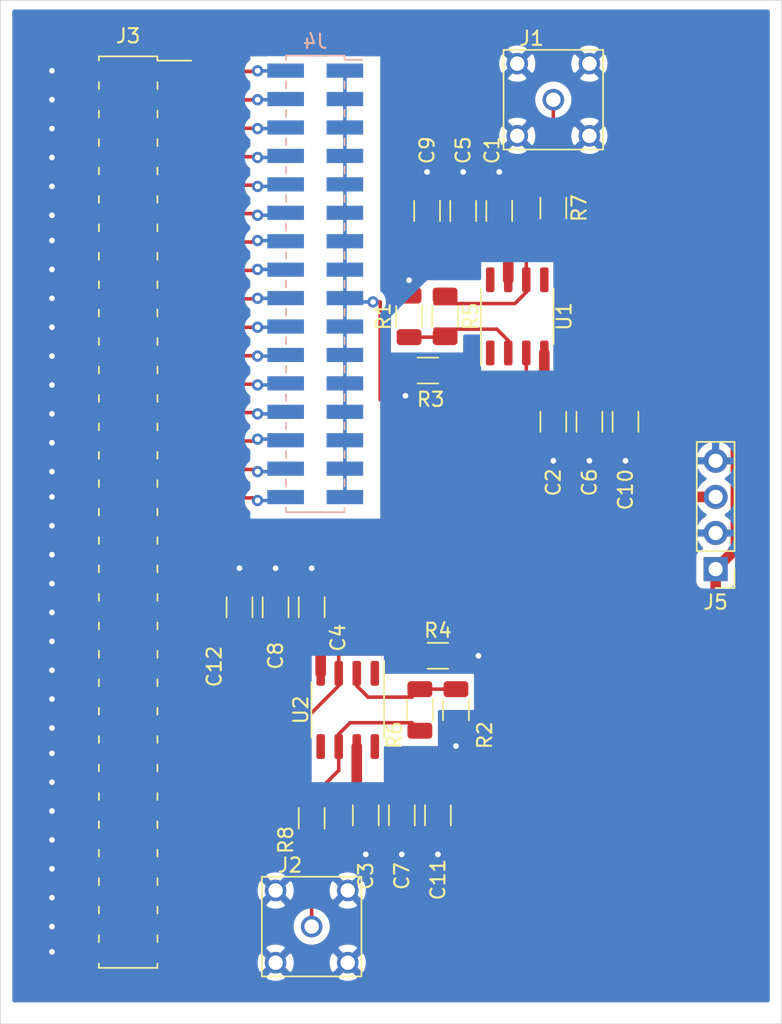
<source format=kicad_pcb>
(kicad_pcb (version 20171130) (host pcbnew 5.1.10-88a1d61d58~88~ubuntu18.04.1)

  (general
    (thickness 1.6)
    (drawings 4)
    (tracks 299)
    (zones 0)
    (modules 27)
    (nets 49)
  )

  (page A4)
  (layers
    (0 F.Cu signal)
    (31 B.Cu signal)
    (32 B.Adhes user)
    (33 F.Adhes user)
    (34 B.Paste user)
    (35 F.Paste user)
    (36 B.SilkS user)
    (37 F.SilkS user)
    (38 B.Mask user)
    (39 F.Mask user)
    (40 Dwgs.User user)
    (41 Cmts.User user)
    (42 Eco1.User user)
    (43 Eco2.User user)
    (44 Edge.Cuts user)
    (45 Margin user)
    (46 B.CrtYd user)
    (47 F.CrtYd user)
    (48 B.Fab user)
    (49 F.Fab user)
  )

  (setup
    (last_trace_width 0.25)
    (trace_clearance 0.2)
    (zone_clearance 0.508)
    (zone_45_only no)
    (trace_min 0.2)
    (via_size 0.8)
    (via_drill 0.4)
    (via_min_size 0.4)
    (via_min_drill 0.3)
    (uvia_size 0.3)
    (uvia_drill 0.1)
    (uvias_allowed no)
    (uvia_min_size 0.2)
    (uvia_min_drill 0.1)
    (edge_width 0.05)
    (segment_width 0.2)
    (pcb_text_width 0.3)
    (pcb_text_size 1.5 1.5)
    (mod_edge_width 0.12)
    (mod_text_size 1 1)
    (mod_text_width 0.15)
    (pad_size 1.524 1.524)
    (pad_drill 0.762)
    (pad_to_mask_clearance 0)
    (aux_axis_origin 0 0)
    (visible_elements FFFFFF7F)
    (pcbplotparams
      (layerselection 0x010fc_ffffffff)
      (usegerberextensions false)
      (usegerberattributes true)
      (usegerberadvancedattributes true)
      (creategerberjobfile true)
      (excludeedgelayer true)
      (linewidth 0.100000)
      (plotframeref false)
      (viasonmask false)
      (mode 1)
      (useauxorigin false)
      (hpglpennumber 1)
      (hpglpenspeed 20)
      (hpglpendiameter 15.000000)
      (psnegative false)
      (psa4output false)
      (plotreference true)
      (plotvalue true)
      (plotinvisibletext false)
      (padsonsilk false)
      (subtractmaskfromsilk false)
      (outputformat 1)
      (mirror false)
      (drillshape 0)
      (scaleselection 1)
      (outputdirectory "gerber/"))
  )

  (net 0 "")
  (net 1 /VCC)
  (net 2 GND)
  (net 3 /-VCC)
  (net 4 "Net-(J3-Pad1)")
  (net 5 "Net-(J1-Pad1)")
  (net 6 "Net-(J2-Pad1)")
  (net 7 /SIG4)
  (net 8 /SIG3)
  (net 9 "Net-(R1-Pad1)")
  (net 10 "Net-(U1-Pad8)")
  (net 11 "Net-(U1-Pad5)")
  (net 12 "Net-(U1-Pad1)")
  (net 13 "Net-(U2-Pad8)")
  (net 14 "Net-(U2-Pad5)")
  (net 15 "Net-(U2-Pad1)")
  (net 16 "Net-(J3-Pad61)")
  (net 17 "Net-(J3-Pad59)")
  (net 18 "Net-(J3-Pad57)")
  (net 19 "Net-(J3-Pad55)")
  (net 20 "Net-(J3-Pad53)")
  (net 21 "Net-(J3-Pad51)")
  (net 22 "Net-(J3-Pad49)")
  (net 23 "Net-(J3-Pad47)")
  (net 24 "Net-(J3-Pad45)")
  (net 25 "Net-(J3-Pad43)")
  (net 26 "Net-(J3-Pad41)")
  (net 27 "Net-(J3-Pad39)")
  (net 28 "Net-(J3-Pad37)")
  (net 29 "Net-(J3-Pad35)")
  (net 30 "Net-(J3-Pad33)")
  (net 31 "Net-(J3-Pad31)")
  (net 32 "Net-(J3-Pad29)")
  (net 33 "Net-(J3-Pad27)")
  (net 34 "Net-(J3-Pad25)")
  (net 35 "Net-(J3-Pad23)")
  (net 36 "Net-(J3-Pad21)")
  (net 37 "Net-(J3-Pad19)")
  (net 38 "Net-(J3-Pad17)")
  (net 39 "Net-(J3-Pad15)")
  (net 40 "Net-(J3-Pad13)")
  (net 41 "Net-(J3-Pad11)")
  (net 42 "Net-(J3-Pad9)")
  (net 43 "Net-(J3-Pad7)")
  (net 44 "Net-(J3-Pad5)")
  (net 45 "Net-(J3-Pad3)")
  (net 46 "Net-(R2-Pad1)")
  (net 47 "Net-(R5-Pad1)")
  (net 48 "Net-(R6-Pad1)")

  (net_class Default "This is the default net class."
    (clearance 0.2)
    (trace_width 0.25)
    (via_dia 0.8)
    (via_drill 0.4)
    (uvia_dia 0.3)
    (uvia_drill 0.1)
    (add_net /-VCC)
    (add_net /SIG3)
    (add_net /SIG4)
    (add_net /VCC)
    (add_net GND)
    (add_net "Net-(J1-Pad1)")
    (add_net "Net-(J2-Pad1)")
    (add_net "Net-(J3-Pad1)")
    (add_net "Net-(J3-Pad11)")
    (add_net "Net-(J3-Pad13)")
    (add_net "Net-(J3-Pad15)")
    (add_net "Net-(J3-Pad17)")
    (add_net "Net-(J3-Pad19)")
    (add_net "Net-(J3-Pad21)")
    (add_net "Net-(J3-Pad23)")
    (add_net "Net-(J3-Pad25)")
    (add_net "Net-(J3-Pad27)")
    (add_net "Net-(J3-Pad29)")
    (add_net "Net-(J3-Pad3)")
    (add_net "Net-(J3-Pad31)")
    (add_net "Net-(J3-Pad33)")
    (add_net "Net-(J3-Pad35)")
    (add_net "Net-(J3-Pad37)")
    (add_net "Net-(J3-Pad39)")
    (add_net "Net-(J3-Pad41)")
    (add_net "Net-(J3-Pad43)")
    (add_net "Net-(J3-Pad45)")
    (add_net "Net-(J3-Pad47)")
    (add_net "Net-(J3-Pad49)")
    (add_net "Net-(J3-Pad5)")
    (add_net "Net-(J3-Pad51)")
    (add_net "Net-(J3-Pad53)")
    (add_net "Net-(J3-Pad55)")
    (add_net "Net-(J3-Pad57)")
    (add_net "Net-(J3-Pad59)")
    (add_net "Net-(J3-Pad61)")
    (add_net "Net-(J3-Pad7)")
    (add_net "Net-(J3-Pad9)")
    (add_net "Net-(R1-Pad1)")
    (add_net "Net-(R2-Pad1)")
    (add_net "Net-(R5-Pad1)")
    (add_net "Net-(R6-Pad1)")
    (add_net "Net-(U1-Pad1)")
    (add_net "Net-(U1-Pad5)")
    (add_net "Net-(U1-Pad8)")
    (add_net "Net-(U2-Pad1)")
    (add_net "Net-(U2-Pad5)")
    (add_net "Net-(U2-Pad8)")
  )

  (module Connector_PinHeader_2.00mm:PinHeader_2x16_P2.00mm_Vertical_SMD (layer B.Cu) (tedit 59FED667) (tstamp 60F0BB4E)
    (at 138.176 59.944 180)
    (descr "surface-mounted straight pin header, 2x16, 2.00mm pitch, double rows")
    (tags "Surface mounted pin header SMD 2x16 2.00mm double row")
    (path /60F08B30)
    (attr smd)
    (fp_text reference J4 (at 0 17.06) (layer B.SilkS)
      (effects (font (size 1 1) (thickness 0.15)) (justify mirror))
    )
    (fp_text value Conn_02x16_Odd_Even (at 0 -17.06) (layer B.Fab)
      (effects (font (size 1 1) (thickness 0.15)) (justify mirror))
    )
    (fp_line (start 2 -16) (end -2 -16) (layer B.Fab) (width 0.1))
    (fp_line (start -1.25 16) (end 2 16) (layer B.Fab) (width 0.1))
    (fp_line (start -2 -16) (end -2 15.25) (layer B.Fab) (width 0.1))
    (fp_line (start -2 15.25) (end -1.25 16) (layer B.Fab) (width 0.1))
    (fp_line (start 2 16) (end 2 -16) (layer B.Fab) (width 0.1))
    (fp_line (start -2 15.25) (end -2.875 15.25) (layer B.Fab) (width 0.1))
    (fp_line (start -2.875 15.25) (end -2.875 14.75) (layer B.Fab) (width 0.1))
    (fp_line (start -2.875 14.75) (end -2 14.75) (layer B.Fab) (width 0.1))
    (fp_line (start 2 15.25) (end 2.875 15.25) (layer B.Fab) (width 0.1))
    (fp_line (start 2.875 15.25) (end 2.875 14.75) (layer B.Fab) (width 0.1))
    (fp_line (start 2.875 14.75) (end 2 14.75) (layer B.Fab) (width 0.1))
    (fp_line (start -2 13.25) (end -2.875 13.25) (layer B.Fab) (width 0.1))
    (fp_line (start -2.875 13.25) (end -2.875 12.75) (layer B.Fab) (width 0.1))
    (fp_line (start -2.875 12.75) (end -2 12.75) (layer B.Fab) (width 0.1))
    (fp_line (start 2 13.25) (end 2.875 13.25) (layer B.Fab) (width 0.1))
    (fp_line (start 2.875 13.25) (end 2.875 12.75) (layer B.Fab) (width 0.1))
    (fp_line (start 2.875 12.75) (end 2 12.75) (layer B.Fab) (width 0.1))
    (fp_line (start -2 11.25) (end -2.875 11.25) (layer B.Fab) (width 0.1))
    (fp_line (start -2.875 11.25) (end -2.875 10.75) (layer B.Fab) (width 0.1))
    (fp_line (start -2.875 10.75) (end -2 10.75) (layer B.Fab) (width 0.1))
    (fp_line (start 2 11.25) (end 2.875 11.25) (layer B.Fab) (width 0.1))
    (fp_line (start 2.875 11.25) (end 2.875 10.75) (layer B.Fab) (width 0.1))
    (fp_line (start 2.875 10.75) (end 2 10.75) (layer B.Fab) (width 0.1))
    (fp_line (start -2 9.25) (end -2.875 9.25) (layer B.Fab) (width 0.1))
    (fp_line (start -2.875 9.25) (end -2.875 8.75) (layer B.Fab) (width 0.1))
    (fp_line (start -2.875 8.75) (end -2 8.75) (layer B.Fab) (width 0.1))
    (fp_line (start 2 9.25) (end 2.875 9.25) (layer B.Fab) (width 0.1))
    (fp_line (start 2.875 9.25) (end 2.875 8.75) (layer B.Fab) (width 0.1))
    (fp_line (start 2.875 8.75) (end 2 8.75) (layer B.Fab) (width 0.1))
    (fp_line (start -2 7.25) (end -2.875 7.25) (layer B.Fab) (width 0.1))
    (fp_line (start -2.875 7.25) (end -2.875 6.75) (layer B.Fab) (width 0.1))
    (fp_line (start -2.875 6.75) (end -2 6.75) (layer B.Fab) (width 0.1))
    (fp_line (start 2 7.25) (end 2.875 7.25) (layer B.Fab) (width 0.1))
    (fp_line (start 2.875 7.25) (end 2.875 6.75) (layer B.Fab) (width 0.1))
    (fp_line (start 2.875 6.75) (end 2 6.75) (layer B.Fab) (width 0.1))
    (fp_line (start -2 5.25) (end -2.875 5.25) (layer B.Fab) (width 0.1))
    (fp_line (start -2.875 5.25) (end -2.875 4.75) (layer B.Fab) (width 0.1))
    (fp_line (start -2.875 4.75) (end -2 4.75) (layer B.Fab) (width 0.1))
    (fp_line (start 2 5.25) (end 2.875 5.25) (layer B.Fab) (width 0.1))
    (fp_line (start 2.875 5.25) (end 2.875 4.75) (layer B.Fab) (width 0.1))
    (fp_line (start 2.875 4.75) (end 2 4.75) (layer B.Fab) (width 0.1))
    (fp_line (start -2 3.25) (end -2.875 3.25) (layer B.Fab) (width 0.1))
    (fp_line (start -2.875 3.25) (end -2.875 2.75) (layer B.Fab) (width 0.1))
    (fp_line (start -2.875 2.75) (end -2 2.75) (layer B.Fab) (width 0.1))
    (fp_line (start 2 3.25) (end 2.875 3.25) (layer B.Fab) (width 0.1))
    (fp_line (start 2.875 3.25) (end 2.875 2.75) (layer B.Fab) (width 0.1))
    (fp_line (start 2.875 2.75) (end 2 2.75) (layer B.Fab) (width 0.1))
    (fp_line (start -2 1.25) (end -2.875 1.25) (layer B.Fab) (width 0.1))
    (fp_line (start -2.875 1.25) (end -2.875 0.75) (layer B.Fab) (width 0.1))
    (fp_line (start -2.875 0.75) (end -2 0.75) (layer B.Fab) (width 0.1))
    (fp_line (start 2 1.25) (end 2.875 1.25) (layer B.Fab) (width 0.1))
    (fp_line (start 2.875 1.25) (end 2.875 0.75) (layer B.Fab) (width 0.1))
    (fp_line (start 2.875 0.75) (end 2 0.75) (layer B.Fab) (width 0.1))
    (fp_line (start -2 -0.75) (end -2.875 -0.75) (layer B.Fab) (width 0.1))
    (fp_line (start -2.875 -0.75) (end -2.875 -1.25) (layer B.Fab) (width 0.1))
    (fp_line (start -2.875 -1.25) (end -2 -1.25) (layer B.Fab) (width 0.1))
    (fp_line (start 2 -0.75) (end 2.875 -0.75) (layer B.Fab) (width 0.1))
    (fp_line (start 2.875 -0.75) (end 2.875 -1.25) (layer B.Fab) (width 0.1))
    (fp_line (start 2.875 -1.25) (end 2 -1.25) (layer B.Fab) (width 0.1))
    (fp_line (start -2 -2.75) (end -2.875 -2.75) (layer B.Fab) (width 0.1))
    (fp_line (start -2.875 -2.75) (end -2.875 -3.25) (layer B.Fab) (width 0.1))
    (fp_line (start -2.875 -3.25) (end -2 -3.25) (layer B.Fab) (width 0.1))
    (fp_line (start 2 -2.75) (end 2.875 -2.75) (layer B.Fab) (width 0.1))
    (fp_line (start 2.875 -2.75) (end 2.875 -3.25) (layer B.Fab) (width 0.1))
    (fp_line (start 2.875 -3.25) (end 2 -3.25) (layer B.Fab) (width 0.1))
    (fp_line (start -2 -4.75) (end -2.875 -4.75) (layer B.Fab) (width 0.1))
    (fp_line (start -2.875 -4.75) (end -2.875 -5.25) (layer B.Fab) (width 0.1))
    (fp_line (start -2.875 -5.25) (end -2 -5.25) (layer B.Fab) (width 0.1))
    (fp_line (start 2 -4.75) (end 2.875 -4.75) (layer B.Fab) (width 0.1))
    (fp_line (start 2.875 -4.75) (end 2.875 -5.25) (layer B.Fab) (width 0.1))
    (fp_line (start 2.875 -5.25) (end 2 -5.25) (layer B.Fab) (width 0.1))
    (fp_line (start -2 -6.75) (end -2.875 -6.75) (layer B.Fab) (width 0.1))
    (fp_line (start -2.875 -6.75) (end -2.875 -7.25) (layer B.Fab) (width 0.1))
    (fp_line (start -2.875 -7.25) (end -2 -7.25) (layer B.Fab) (width 0.1))
    (fp_line (start 2 -6.75) (end 2.875 -6.75) (layer B.Fab) (width 0.1))
    (fp_line (start 2.875 -6.75) (end 2.875 -7.25) (layer B.Fab) (width 0.1))
    (fp_line (start 2.875 -7.25) (end 2 -7.25) (layer B.Fab) (width 0.1))
    (fp_line (start -2 -8.75) (end -2.875 -8.75) (layer B.Fab) (width 0.1))
    (fp_line (start -2.875 -8.75) (end -2.875 -9.25) (layer B.Fab) (width 0.1))
    (fp_line (start -2.875 -9.25) (end -2 -9.25) (layer B.Fab) (width 0.1))
    (fp_line (start 2 -8.75) (end 2.875 -8.75) (layer B.Fab) (width 0.1))
    (fp_line (start 2.875 -8.75) (end 2.875 -9.25) (layer B.Fab) (width 0.1))
    (fp_line (start 2.875 -9.25) (end 2 -9.25) (layer B.Fab) (width 0.1))
    (fp_line (start -2 -10.75) (end -2.875 -10.75) (layer B.Fab) (width 0.1))
    (fp_line (start -2.875 -10.75) (end -2.875 -11.25) (layer B.Fab) (width 0.1))
    (fp_line (start -2.875 -11.25) (end -2 -11.25) (layer B.Fab) (width 0.1))
    (fp_line (start 2 -10.75) (end 2.875 -10.75) (layer B.Fab) (width 0.1))
    (fp_line (start 2.875 -10.75) (end 2.875 -11.25) (layer B.Fab) (width 0.1))
    (fp_line (start 2.875 -11.25) (end 2 -11.25) (layer B.Fab) (width 0.1))
    (fp_line (start -2 -12.75) (end -2.875 -12.75) (layer B.Fab) (width 0.1))
    (fp_line (start -2.875 -12.75) (end -2.875 -13.25) (layer B.Fab) (width 0.1))
    (fp_line (start -2.875 -13.25) (end -2 -13.25) (layer B.Fab) (width 0.1))
    (fp_line (start 2 -12.75) (end 2.875 -12.75) (layer B.Fab) (width 0.1))
    (fp_line (start 2.875 -12.75) (end 2.875 -13.25) (layer B.Fab) (width 0.1))
    (fp_line (start 2.875 -13.25) (end 2 -13.25) (layer B.Fab) (width 0.1))
    (fp_line (start -2 -14.75) (end -2.875 -14.75) (layer B.Fab) (width 0.1))
    (fp_line (start -2.875 -14.75) (end -2.875 -15.25) (layer B.Fab) (width 0.1))
    (fp_line (start -2.875 -15.25) (end -2 -15.25) (layer B.Fab) (width 0.1))
    (fp_line (start 2 -14.75) (end 2.875 -14.75) (layer B.Fab) (width 0.1))
    (fp_line (start 2.875 -14.75) (end 2.875 -15.25) (layer B.Fab) (width 0.1))
    (fp_line (start 2.875 -15.25) (end 2 -15.25) (layer B.Fab) (width 0.1))
    (fp_line (start -2.06 16.06) (end 2.06 16.06) (layer B.SilkS) (width 0.12))
    (fp_line (start -2.06 -16.06) (end 2.06 -16.06) (layer B.SilkS) (width 0.12))
    (fp_line (start -3.315 15.76) (end -2.06 15.76) (layer B.SilkS) (width 0.12))
    (fp_line (start -2.06 16.06) (end -2.06 15.76) (layer B.SilkS) (width 0.12))
    (fp_line (start 2.06 16.06) (end 2.06 15.76) (layer B.SilkS) (width 0.12))
    (fp_line (start -2.06 -15.76) (end -2.06 -16.06) (layer B.SilkS) (width 0.12))
    (fp_line (start 2.06 -15.76) (end 2.06 -16.06) (layer B.SilkS) (width 0.12))
    (fp_line (start -2.06 14.24) (end -2.06 13.76) (layer B.SilkS) (width 0.12))
    (fp_line (start 2.06 14.24) (end 2.06 13.76) (layer B.SilkS) (width 0.12))
    (fp_line (start -2.06 12.24) (end -2.06 11.76) (layer B.SilkS) (width 0.12))
    (fp_line (start 2.06 12.24) (end 2.06 11.76) (layer B.SilkS) (width 0.12))
    (fp_line (start -2.06 10.24) (end -2.06 9.76) (layer B.SilkS) (width 0.12))
    (fp_line (start 2.06 10.24) (end 2.06 9.76) (layer B.SilkS) (width 0.12))
    (fp_line (start -2.06 8.24) (end -2.06 7.76) (layer B.SilkS) (width 0.12))
    (fp_line (start 2.06 8.24) (end 2.06 7.76) (layer B.SilkS) (width 0.12))
    (fp_line (start -2.06 6.24) (end -2.06 5.76) (layer B.SilkS) (width 0.12))
    (fp_line (start 2.06 6.24) (end 2.06 5.76) (layer B.SilkS) (width 0.12))
    (fp_line (start -2.06 4.24) (end -2.06 3.76) (layer B.SilkS) (width 0.12))
    (fp_line (start 2.06 4.24) (end 2.06 3.76) (layer B.SilkS) (width 0.12))
    (fp_line (start -2.06 2.24) (end -2.06 1.76) (layer B.SilkS) (width 0.12))
    (fp_line (start 2.06 2.24) (end 2.06 1.76) (layer B.SilkS) (width 0.12))
    (fp_line (start -2.06 0.24) (end -2.06 -0.24) (layer B.SilkS) (width 0.12))
    (fp_line (start 2.06 0.24) (end 2.06 -0.24) (layer B.SilkS) (width 0.12))
    (fp_line (start -2.06 -1.76) (end -2.06 -2.24) (layer B.SilkS) (width 0.12))
    (fp_line (start 2.06 -1.76) (end 2.06 -2.24) (layer B.SilkS) (width 0.12))
    (fp_line (start -2.06 -3.76) (end -2.06 -4.24) (layer B.SilkS) (width 0.12))
    (fp_line (start 2.06 -3.76) (end 2.06 -4.24) (layer B.SilkS) (width 0.12))
    (fp_line (start -2.06 -5.76) (end -2.06 -6.24) (layer B.SilkS) (width 0.12))
    (fp_line (start 2.06 -5.76) (end 2.06 -6.24) (layer B.SilkS) (width 0.12))
    (fp_line (start -2.06 -7.76) (end -2.06 -8.24) (layer B.SilkS) (width 0.12))
    (fp_line (start 2.06 -7.76) (end 2.06 -8.24) (layer B.SilkS) (width 0.12))
    (fp_line (start -2.06 -9.76) (end -2.06 -10.24) (layer B.SilkS) (width 0.12))
    (fp_line (start 2.06 -9.76) (end 2.06 -10.24) (layer B.SilkS) (width 0.12))
    (fp_line (start -2.06 -11.76) (end -2.06 -12.24) (layer B.SilkS) (width 0.12))
    (fp_line (start 2.06 -11.76) (end 2.06 -12.24) (layer B.SilkS) (width 0.12))
    (fp_line (start -2.06 -13.76) (end -2.06 -14.24) (layer B.SilkS) (width 0.12))
    (fp_line (start 2.06 -13.76) (end 2.06 -14.24) (layer B.SilkS) (width 0.12))
    (fp_line (start -4.9 16.5) (end -4.9 -16.5) (layer B.CrtYd) (width 0.05))
    (fp_line (start -4.9 -16.5) (end 4.9 -16.5) (layer B.CrtYd) (width 0.05))
    (fp_line (start 4.9 -16.5) (end 4.9 16.5) (layer B.CrtYd) (width 0.05))
    (fp_line (start 4.9 16.5) (end -4.9 16.5) (layer B.CrtYd) (width 0.05))
    (fp_text user %R (at 0 0 270) (layer B.Fab)
      (effects (font (size 1 1) (thickness 0.15)) (justify mirror))
    )
    (pad 32 smd rect (at 2.085 -15 180) (size 2.58 1) (layers B.Cu B.Paste B.Mask)
      (net 31 "Net-(J3-Pad31)"))
    (pad 31 smd rect (at -2.085 -15 180) (size 2.58 1) (layers B.Cu B.Paste B.Mask)
      (net 8 /SIG3))
    (pad 30 smd rect (at 2.085 -13 180) (size 2.58 1) (layers B.Cu B.Paste B.Mask)
      (net 32 "Net-(J3-Pad29)"))
    (pad 29 smd rect (at -2.085 -13 180) (size 2.58 1) (layers B.Cu B.Paste B.Mask)
      (net 8 /SIG3))
    (pad 28 smd rect (at 2.085 -11 180) (size 2.58 1) (layers B.Cu B.Paste B.Mask)
      (net 33 "Net-(J3-Pad27)"))
    (pad 27 smd rect (at -2.085 -11 180) (size 2.58 1) (layers B.Cu B.Paste B.Mask)
      (net 8 /SIG3))
    (pad 26 smd rect (at 2.085 -9 180) (size 2.58 1) (layers B.Cu B.Paste B.Mask)
      (net 34 "Net-(J3-Pad25)"))
    (pad 25 smd rect (at -2.085 -9 180) (size 2.58 1) (layers B.Cu B.Paste B.Mask)
      (net 8 /SIG3))
    (pad 24 smd rect (at 2.085 -7 180) (size 2.58 1) (layers B.Cu B.Paste B.Mask)
      (net 35 "Net-(J3-Pad23)"))
    (pad 23 smd rect (at -2.085 -7 180) (size 2.58 1) (layers B.Cu B.Paste B.Mask)
      (net 8 /SIG3))
    (pad 22 smd rect (at 2.085 -5 180) (size 2.58 1) (layers B.Cu B.Paste B.Mask)
      (net 36 "Net-(J3-Pad21)"))
    (pad 21 smd rect (at -2.085 -5 180) (size 2.58 1) (layers B.Cu B.Paste B.Mask)
      (net 8 /SIG3))
    (pad 20 smd rect (at 2.085 -3 180) (size 2.58 1) (layers B.Cu B.Paste B.Mask)
      (net 37 "Net-(J3-Pad19)"))
    (pad 19 smd rect (at -2.085 -3 180) (size 2.58 1) (layers B.Cu B.Paste B.Mask)
      (net 8 /SIG3))
    (pad 18 smd rect (at 2.085 -1 180) (size 2.58 1) (layers B.Cu B.Paste B.Mask)
      (net 38 "Net-(J3-Pad17)"))
    (pad 17 smd rect (at -2.085 -1 180) (size 2.58 1) (layers B.Cu B.Paste B.Mask)
      (net 8 /SIG3))
    (pad 16 smd rect (at 2.085 1 180) (size 2.58 1) (layers B.Cu B.Paste B.Mask)
      (net 39 "Net-(J3-Pad15)"))
    (pad 15 smd rect (at -2.085 1 180) (size 2.58 1) (layers B.Cu B.Paste B.Mask)
      (net 8 /SIG3))
    (pad 14 smd rect (at 2.085 3 180) (size 2.58 1) (layers B.Cu B.Paste B.Mask)
      (net 40 "Net-(J3-Pad13)"))
    (pad 13 smd rect (at -2.085 3 180) (size 2.58 1) (layers B.Cu B.Paste B.Mask)
      (net 8 /SIG3))
    (pad 12 smd rect (at 2.085 5 180) (size 2.58 1) (layers B.Cu B.Paste B.Mask)
      (net 41 "Net-(J3-Pad11)"))
    (pad 11 smd rect (at -2.085 5 180) (size 2.58 1) (layers B.Cu B.Paste B.Mask)
      (net 8 /SIG3))
    (pad 10 smd rect (at 2.085 7 180) (size 2.58 1) (layers B.Cu B.Paste B.Mask)
      (net 42 "Net-(J3-Pad9)"))
    (pad 9 smd rect (at -2.085 7 180) (size 2.58 1) (layers B.Cu B.Paste B.Mask)
      (net 8 /SIG3))
    (pad 8 smd rect (at 2.085 9 180) (size 2.58 1) (layers B.Cu B.Paste B.Mask)
      (net 43 "Net-(J3-Pad7)"))
    (pad 7 smd rect (at -2.085 9 180) (size 2.58 1) (layers B.Cu B.Paste B.Mask)
      (net 8 /SIG3))
    (pad 6 smd rect (at 2.085 11 180) (size 2.58 1) (layers B.Cu B.Paste B.Mask)
      (net 44 "Net-(J3-Pad5)"))
    (pad 5 smd rect (at -2.085 11 180) (size 2.58 1) (layers B.Cu B.Paste B.Mask)
      (net 8 /SIG3))
    (pad 4 smd rect (at 2.085 13 180) (size 2.58 1) (layers B.Cu B.Paste B.Mask)
      (net 45 "Net-(J3-Pad3)"))
    (pad 3 smd rect (at -2.085 13 180) (size 2.58 1) (layers B.Cu B.Paste B.Mask)
      (net 8 /SIG3))
    (pad 2 smd rect (at 2.085 15 180) (size 2.58 1) (layers B.Cu B.Paste B.Mask)
      (net 4 "Net-(J3-Pad1)"))
    (pad 1 smd rect (at -2.085 15 180) (size 2.58 1) (layers B.Cu B.Paste B.Mask)
      (net 8 /SIG3))
    (model ${KISYS3DMOD}/Connector_PinHeader_2.00mm.3dshapes/PinHeader_2x16_P2.00mm_Vertical_SMD.wrl
      (at (xyz 0 0 0))
      (scale (xyz 1 1 1))
      (rotate (xyz 0 0 0))
    )
  )

  (module Package_SO:SO-8_3.9x4.9mm_P1.27mm (layer F.Cu) (tedit 5D9F72B1) (tstamp 60EE2971)
    (at 140.462 89.916 270)
    (descr "SO, 8 Pin (https://www.nxp.com/docs/en/data-sheet/PCF8523.pdf), generated with kicad-footprint-generator ipc_gullwing_generator.py")
    (tags "SO SO")
    (path /61048B54)
    (attr smd)
    (fp_text reference U2 (at 0 3.302 90) (layer F.SilkS)
      (effects (font (size 1 1) (thickness 0.15)))
    )
    (fp_text value THS3201 (at -0.254 4.572 90) (layer F.Fab)
      (effects (font (size 1 1) (thickness 0.15)))
    )
    (fp_line (start 3.7 -2.7) (end -3.7 -2.7) (layer F.CrtYd) (width 0.05))
    (fp_line (start 3.7 2.7) (end 3.7 -2.7) (layer F.CrtYd) (width 0.05))
    (fp_line (start -3.7 2.7) (end 3.7 2.7) (layer F.CrtYd) (width 0.05))
    (fp_line (start -3.7 -2.7) (end -3.7 2.7) (layer F.CrtYd) (width 0.05))
    (fp_line (start -1.95 -1.475) (end -0.975 -2.45) (layer F.Fab) (width 0.1))
    (fp_line (start -1.95 2.45) (end -1.95 -1.475) (layer F.Fab) (width 0.1))
    (fp_line (start 1.95 2.45) (end -1.95 2.45) (layer F.Fab) (width 0.1))
    (fp_line (start 1.95 -2.45) (end 1.95 2.45) (layer F.Fab) (width 0.1))
    (fp_line (start -0.975 -2.45) (end 1.95 -2.45) (layer F.Fab) (width 0.1))
    (fp_line (start 0 -2.56) (end -3.45 -2.56) (layer F.SilkS) (width 0.12))
    (fp_line (start 0 -2.56) (end 1.95 -2.56) (layer F.SilkS) (width 0.12))
    (fp_line (start 0 2.56) (end -1.95 2.56) (layer F.SilkS) (width 0.12))
    (fp_line (start 0 2.56) (end 1.95 2.56) (layer F.SilkS) (width 0.12))
    (fp_text user %R (at 0 0 90) (layer F.Fab)
      (effects (font (size 0.98 0.98) (thickness 0.15)))
    )
    (pad 8 smd roundrect (at 2.575 -1.905 270) (size 1.75 0.6) (layers F.Cu F.Paste F.Mask) (roundrect_rratio 0.25)
      (net 13 "Net-(U2-Pad8)"))
    (pad 7 smd roundrect (at 2.575 -0.635 270) (size 1.75 0.6) (layers F.Cu F.Paste F.Mask) (roundrect_rratio 0.25)
      (net 1 /VCC))
    (pad 6 smd roundrect (at 2.575 0.635 270) (size 1.75 0.6) (layers F.Cu F.Paste F.Mask) (roundrect_rratio 0.25)
      (net 48 "Net-(R6-Pad1)"))
    (pad 5 smd roundrect (at 2.575 1.905 270) (size 1.75 0.6) (layers F.Cu F.Paste F.Mask) (roundrect_rratio 0.25)
      (net 14 "Net-(U2-Pad5)"))
    (pad 4 smd roundrect (at -2.575 1.905 270) (size 1.75 0.6) (layers F.Cu F.Paste F.Mask) (roundrect_rratio 0.25)
      (net 3 /-VCC))
    (pad 3 smd roundrect (at -2.575 0.635 270) (size 1.75 0.6) (layers F.Cu F.Paste F.Mask) (roundrect_rratio 0.25)
      (net 7 /SIG4))
    (pad 2 smd roundrect (at -2.575 -0.635 270) (size 1.75 0.6) (layers F.Cu F.Paste F.Mask) (roundrect_rratio 0.25)
      (net 46 "Net-(R2-Pad1)"))
    (pad 1 smd roundrect (at -2.575 -1.905 270) (size 1.75 0.6) (layers F.Cu F.Paste F.Mask) (roundrect_rratio 0.25)
      (net 15 "Net-(U2-Pad1)"))
    (model ${KISYS3DMOD}/Package_SO.3dshapes/SO-8_3.9x4.9mm_P1.27mm.wrl
      (at (xyz 0 0 0))
      (scale (xyz 1 1 1))
      (rotate (xyz 0 0 0))
    )
  )

  (module Package_SO:SO-8_3.9x4.9mm_P1.27mm (layer F.Cu) (tedit 5D9F72B1) (tstamp 60EE2957)
    (at 152.4 62.23 90)
    (descr "SO, 8 Pin (https://www.nxp.com/docs/en/data-sheet/PCF8523.pdf), generated with kicad-footprint-generator ipc_gullwing_generator.py")
    (tags "SO SO")
    (path /61048AD2)
    (attr smd)
    (fp_text reference U1 (at 0 3.302 90) (layer F.SilkS)
      (effects (font (size 1 1) (thickness 0.15)))
    )
    (fp_text value THS3201 (at 0 4.572 90) (layer F.Fab)
      (effects (font (size 1 1) (thickness 0.15)))
    )
    (fp_line (start 3.7 -2.7) (end -3.7 -2.7) (layer F.CrtYd) (width 0.05))
    (fp_line (start 3.7 2.7) (end 3.7 -2.7) (layer F.CrtYd) (width 0.05))
    (fp_line (start -3.7 2.7) (end 3.7 2.7) (layer F.CrtYd) (width 0.05))
    (fp_line (start -3.7 -2.7) (end -3.7 2.7) (layer F.CrtYd) (width 0.05))
    (fp_line (start -1.95 -1.475) (end -0.975 -2.45) (layer F.Fab) (width 0.1))
    (fp_line (start -1.95 2.45) (end -1.95 -1.475) (layer F.Fab) (width 0.1))
    (fp_line (start 1.95 2.45) (end -1.95 2.45) (layer F.Fab) (width 0.1))
    (fp_line (start 1.95 -2.45) (end 1.95 2.45) (layer F.Fab) (width 0.1))
    (fp_line (start -0.975 -2.45) (end 1.95 -2.45) (layer F.Fab) (width 0.1))
    (fp_line (start 0 -2.56) (end -3.45 -2.56) (layer F.SilkS) (width 0.12))
    (fp_line (start 0 -2.56) (end 1.95 -2.56) (layer F.SilkS) (width 0.12))
    (fp_line (start 0 2.56) (end -1.95 2.56) (layer F.SilkS) (width 0.12))
    (fp_line (start 0 2.56) (end 1.95 2.56) (layer F.SilkS) (width 0.12))
    (fp_text user %R (at 0 0 90) (layer F.Fab)
      (effects (font (size 0.98 0.98) (thickness 0.15)))
    )
    (pad 8 smd roundrect (at 2.575 -1.905 90) (size 1.75 0.6) (layers F.Cu F.Paste F.Mask) (roundrect_rratio 0.25)
      (net 10 "Net-(U1-Pad8)"))
    (pad 7 smd roundrect (at 2.575 -0.635 90) (size 1.75 0.6) (layers F.Cu F.Paste F.Mask) (roundrect_rratio 0.25)
      (net 1 /VCC))
    (pad 6 smd roundrect (at 2.575 0.635 90) (size 1.75 0.6) (layers F.Cu F.Paste F.Mask) (roundrect_rratio 0.25)
      (net 47 "Net-(R5-Pad1)"))
    (pad 5 smd roundrect (at 2.575 1.905 90) (size 1.75 0.6) (layers F.Cu F.Paste F.Mask) (roundrect_rratio 0.25)
      (net 11 "Net-(U1-Pad5)"))
    (pad 4 smd roundrect (at -2.575 1.905 90) (size 1.75 0.6) (layers F.Cu F.Paste F.Mask) (roundrect_rratio 0.25)
      (net 3 /-VCC))
    (pad 3 smd roundrect (at -2.575 0.635 90) (size 1.75 0.6) (layers F.Cu F.Paste F.Mask) (roundrect_rratio 0.25)
      (net 8 /SIG3))
    (pad 2 smd roundrect (at -2.575 -0.635 90) (size 1.75 0.6) (layers F.Cu F.Paste F.Mask) (roundrect_rratio 0.25)
      (net 9 "Net-(R1-Pad1)"))
    (pad 1 smd roundrect (at -2.575 -1.905 90) (size 1.75 0.6) (layers F.Cu F.Paste F.Mask) (roundrect_rratio 0.25)
      (net 12 "Net-(U1-Pad1)"))
    (model ${KISYS3DMOD}/Package_SO.3dshapes/SO-8_3.9x4.9mm_P1.27mm.wrl
      (at (xyz 0 0 0))
      (scale (xyz 1 1 1))
      (rotate (xyz 0 0 0))
    )
  )

  (module Resistor_SMD:R_1206_3216Metric (layer F.Cu) (tedit 5F68FEEE) (tstamp 60EE293D)
    (at 137.922 97.536 90)
    (descr "Resistor SMD 1206 (3216 Metric), square (rectangular) end terminal, IPC_7351 nominal, (Body size source: IPC-SM-782 page 72, https://www.pcb-3d.com/wordpress/wp-content/uploads/ipc-sm-782a_amendment_1_and_2.pdf), generated with kicad-footprint-generator")
    (tags resistor)
    (path /61048B29)
    (attr smd)
    (fp_text reference R8 (at -1.524 -1.82 90) (layer F.SilkS)
      (effects (font (size 1 1) (thickness 0.15)))
    )
    (fp_text value 49.9 (at 1.27 -1.778 90) (layer F.Fab)
      (effects (font (size 1 1) (thickness 0.15)))
    )
    (fp_line (start 2.28 1.12) (end -2.28 1.12) (layer F.CrtYd) (width 0.05))
    (fp_line (start 2.28 -1.12) (end 2.28 1.12) (layer F.CrtYd) (width 0.05))
    (fp_line (start -2.28 -1.12) (end 2.28 -1.12) (layer F.CrtYd) (width 0.05))
    (fp_line (start -2.28 1.12) (end -2.28 -1.12) (layer F.CrtYd) (width 0.05))
    (fp_line (start -0.727064 0.91) (end 0.727064 0.91) (layer F.SilkS) (width 0.12))
    (fp_line (start -0.727064 -0.91) (end 0.727064 -0.91) (layer F.SilkS) (width 0.12))
    (fp_line (start 1.6 0.8) (end -1.6 0.8) (layer F.Fab) (width 0.1))
    (fp_line (start 1.6 -0.8) (end 1.6 0.8) (layer F.Fab) (width 0.1))
    (fp_line (start -1.6 -0.8) (end 1.6 -0.8) (layer F.Fab) (width 0.1))
    (fp_line (start -1.6 0.8) (end -1.6 -0.8) (layer F.Fab) (width 0.1))
    (fp_text user %R (at 0 0 90) (layer F.Fab)
      (effects (font (size 0.8 0.8) (thickness 0.12)))
    )
    (pad 2 smd roundrect (at 1.4625 0 90) (size 1.125 1.75) (layers F.Cu F.Paste F.Mask) (roundrect_rratio 0.2222213333333333)
      (net 48 "Net-(R6-Pad1)"))
    (pad 1 smd roundrect (at -1.4625 0 90) (size 1.125 1.75) (layers F.Cu F.Paste F.Mask) (roundrect_rratio 0.2222213333333333)
      (net 6 "Net-(J2-Pad1)"))
    (model ${KISYS3DMOD}/Resistor_SMD.3dshapes/R_1206_3216Metric.wrl
      (at (xyz 0 0 0))
      (scale (xyz 1 1 1))
      (rotate (xyz 0 0 0))
    )
  )

  (module Resistor_SMD:R_1206_3216Metric (layer F.Cu) (tedit 5F68FEEE) (tstamp 60EE292C)
    (at 154.94 54.61 270)
    (descr "Resistor SMD 1206 (3216 Metric), square (rectangular) end terminal, IPC_7351 nominal, (Body size source: IPC-SM-782 page 72, https://www.pcb-3d.com/wordpress/wp-content/uploads/ipc-sm-782a_amendment_1_and_2.pdf), generated with kicad-footprint-generator")
    (tags resistor)
    (path /61048AA7)
    (attr smd)
    (fp_text reference R7 (at 0 -1.82 90) (layer F.SilkS)
      (effects (font (size 1 1) (thickness 0.15)))
    )
    (fp_text value 49.9 (at 0 -3.302 90) (layer F.Fab)
      (effects (font (size 1 1) (thickness 0.15)))
    )
    (fp_line (start 2.28 1.12) (end -2.28 1.12) (layer F.CrtYd) (width 0.05))
    (fp_line (start 2.28 -1.12) (end 2.28 1.12) (layer F.CrtYd) (width 0.05))
    (fp_line (start -2.28 -1.12) (end 2.28 -1.12) (layer F.CrtYd) (width 0.05))
    (fp_line (start -2.28 1.12) (end -2.28 -1.12) (layer F.CrtYd) (width 0.05))
    (fp_line (start -0.727064 0.91) (end 0.727064 0.91) (layer F.SilkS) (width 0.12))
    (fp_line (start -0.727064 -0.91) (end 0.727064 -0.91) (layer F.SilkS) (width 0.12))
    (fp_line (start 1.6 0.8) (end -1.6 0.8) (layer F.Fab) (width 0.1))
    (fp_line (start 1.6 -0.8) (end 1.6 0.8) (layer F.Fab) (width 0.1))
    (fp_line (start -1.6 -0.8) (end 1.6 -0.8) (layer F.Fab) (width 0.1))
    (fp_line (start -1.6 0.8) (end -1.6 -0.8) (layer F.Fab) (width 0.1))
    (fp_text user %R (at 0 0 90) (layer F.Fab)
      (effects (font (size 0.8 0.8) (thickness 0.12)))
    )
    (pad 2 smd roundrect (at 1.4625 0 270) (size 1.125 1.75) (layers F.Cu F.Paste F.Mask) (roundrect_rratio 0.2222213333333333)
      (net 47 "Net-(R5-Pad1)"))
    (pad 1 smd roundrect (at -1.4625 0 270) (size 1.125 1.75) (layers F.Cu F.Paste F.Mask) (roundrect_rratio 0.2222213333333333)
      (net 5 "Net-(J1-Pad1)"))
    (model ${KISYS3DMOD}/Resistor_SMD.3dshapes/R_1206_3216Metric.wrl
      (at (xyz 0 0 0))
      (scale (xyz 1 1 1))
      (rotate (xyz 0 0 0))
    )
  )

  (module Resistor_SMD:R_1206_3216Metric (layer F.Cu) (tedit 5F68FEEE) (tstamp 60EE291B)
    (at 145.542 89.916 90)
    (descr "Resistor SMD 1206 (3216 Metric), square (rectangular) end terminal, IPC_7351 nominal, (Body size source: IPC-SM-782 page 72, https://www.pcb-3d.com/wordpress/wp-content/uploads/ipc-sm-782a_amendment_1_and_2.pdf), generated with kicad-footprint-generator")
    (tags resistor)
    (path /61048B30)
    (attr smd)
    (fp_text reference R6 (at -1.778 -1.778 90) (layer F.SilkS)
      (effects (font (size 1 1) (thickness 0.15)))
    )
    (fp_text value 464 (at 1.016 -1.778 90) (layer F.Fab)
      (effects (font (size 1 1) (thickness 0.15)))
    )
    (fp_line (start 2.28 1.12) (end -2.28 1.12) (layer F.CrtYd) (width 0.05))
    (fp_line (start 2.28 -1.12) (end 2.28 1.12) (layer F.CrtYd) (width 0.05))
    (fp_line (start -2.28 -1.12) (end 2.28 -1.12) (layer F.CrtYd) (width 0.05))
    (fp_line (start -2.28 1.12) (end -2.28 -1.12) (layer F.CrtYd) (width 0.05))
    (fp_line (start -0.727064 0.91) (end 0.727064 0.91) (layer F.SilkS) (width 0.12))
    (fp_line (start -0.727064 -0.91) (end 0.727064 -0.91) (layer F.SilkS) (width 0.12))
    (fp_line (start 1.6 0.8) (end -1.6 0.8) (layer F.Fab) (width 0.1))
    (fp_line (start 1.6 -0.8) (end 1.6 0.8) (layer F.Fab) (width 0.1))
    (fp_line (start -1.6 -0.8) (end 1.6 -0.8) (layer F.Fab) (width 0.1))
    (fp_line (start -1.6 0.8) (end -1.6 -0.8) (layer F.Fab) (width 0.1))
    (fp_text user %R (at 0 0 90) (layer F.Fab)
      (effects (font (size 0.8 0.8) (thickness 0.12)))
    )
    (pad 2 smd roundrect (at 1.4625 0 90) (size 1.125 1.75) (layers F.Cu F.Paste F.Mask) (roundrect_rratio 0.2222213333333333)
      (net 46 "Net-(R2-Pad1)"))
    (pad 1 smd roundrect (at -1.4625 0 90) (size 1.125 1.75) (layers F.Cu F.Paste F.Mask) (roundrect_rratio 0.2222213333333333)
      (net 48 "Net-(R6-Pad1)"))
    (model ${KISYS3DMOD}/Resistor_SMD.3dshapes/R_1206_3216Metric.wrl
      (at (xyz 0 0 0))
      (scale (xyz 1 1 1))
      (rotate (xyz 0 0 0))
    )
  )

  (module Resistor_SMD:R_1206_3216Metric (layer F.Cu) (tedit 5F68FEEE) (tstamp 60EE290A)
    (at 147.32 62.23 270)
    (descr "Resistor SMD 1206 (3216 Metric), square (rectangular) end terminal, IPC_7351 nominal, (Body size source: IPC-SM-782 page 72, https://www.pcb-3d.com/wordpress/wp-content/uploads/ipc-sm-782a_amendment_1_and_2.pdf), generated with kicad-footprint-generator")
    (tags resistor)
    (path /61048AAE)
    (attr smd)
    (fp_text reference R5 (at 0 -1.82 90) (layer F.SilkS)
      (effects (font (size 1 1) (thickness 0.15)))
    )
    (fp_text value 464 (at -2.794 -1.778 90) (layer F.Fab)
      (effects (font (size 1 1) (thickness 0.15)))
    )
    (fp_line (start 2.28 1.12) (end -2.28 1.12) (layer F.CrtYd) (width 0.05))
    (fp_line (start 2.28 -1.12) (end 2.28 1.12) (layer F.CrtYd) (width 0.05))
    (fp_line (start -2.28 -1.12) (end 2.28 -1.12) (layer F.CrtYd) (width 0.05))
    (fp_line (start -2.28 1.12) (end -2.28 -1.12) (layer F.CrtYd) (width 0.05))
    (fp_line (start -0.727064 0.91) (end 0.727064 0.91) (layer F.SilkS) (width 0.12))
    (fp_line (start -0.727064 -0.91) (end 0.727064 -0.91) (layer F.SilkS) (width 0.12))
    (fp_line (start 1.6 0.8) (end -1.6 0.8) (layer F.Fab) (width 0.1))
    (fp_line (start 1.6 -0.8) (end 1.6 0.8) (layer F.Fab) (width 0.1))
    (fp_line (start -1.6 -0.8) (end 1.6 -0.8) (layer F.Fab) (width 0.1))
    (fp_line (start -1.6 0.8) (end -1.6 -0.8) (layer F.Fab) (width 0.1))
    (fp_text user %R (at 0 0 90) (layer F.Fab)
      (effects (font (size 0.8 0.8) (thickness 0.12)))
    )
    (pad 2 smd roundrect (at 1.4625 0 270) (size 1.125 1.75) (layers F.Cu F.Paste F.Mask) (roundrect_rratio 0.2222213333333333)
      (net 9 "Net-(R1-Pad1)"))
    (pad 1 smd roundrect (at -1.4625 0 270) (size 1.125 1.75) (layers F.Cu F.Paste F.Mask) (roundrect_rratio 0.2222213333333333)
      (net 47 "Net-(R5-Pad1)"))
    (model ${KISYS3DMOD}/Resistor_SMD.3dshapes/R_1206_3216Metric.wrl
      (at (xyz 0 0 0))
      (scale (xyz 1 1 1))
      (rotate (xyz 0 0 0))
    )
  )

  (module Resistor_SMD:R_1206_3216Metric (layer F.Cu) (tedit 5F68FEEE) (tstamp 60EE28F9)
    (at 146.812 86.106 180)
    (descr "Resistor SMD 1206 (3216 Metric), square (rectangular) end terminal, IPC_7351 nominal, (Body size source: IPC-SM-782 page 72, https://www.pcb-3d.com/wordpress/wp-content/uploads/ipc-sm-782a_amendment_1_and_2.pdf), generated with kicad-footprint-generator")
    (tags resistor)
    (path /61048B0F)
    (attr smd)
    (fp_text reference R4 (at 0 1.778) (layer F.SilkS)
      (effects (font (size 1 1) (thickness 0.15)))
    )
    (fp_text value 49.9 (at -2.794 1.82) (layer F.Fab)
      (effects (font (size 1 1) (thickness 0.15)))
    )
    (fp_line (start 2.28 1.12) (end -2.28 1.12) (layer F.CrtYd) (width 0.05))
    (fp_line (start 2.28 -1.12) (end 2.28 1.12) (layer F.CrtYd) (width 0.05))
    (fp_line (start -2.28 -1.12) (end 2.28 -1.12) (layer F.CrtYd) (width 0.05))
    (fp_line (start -2.28 1.12) (end -2.28 -1.12) (layer F.CrtYd) (width 0.05))
    (fp_line (start -0.727064 0.91) (end 0.727064 0.91) (layer F.SilkS) (width 0.12))
    (fp_line (start -0.727064 -0.91) (end 0.727064 -0.91) (layer F.SilkS) (width 0.12))
    (fp_line (start 1.6 0.8) (end -1.6 0.8) (layer F.Fab) (width 0.1))
    (fp_line (start 1.6 -0.8) (end 1.6 0.8) (layer F.Fab) (width 0.1))
    (fp_line (start -1.6 -0.8) (end 1.6 -0.8) (layer F.Fab) (width 0.1))
    (fp_line (start -1.6 0.8) (end -1.6 -0.8) (layer F.Fab) (width 0.1))
    (fp_text user %R (at 0 0) (layer F.Fab)
      (effects (font (size 0.8 0.8) (thickness 0.12)))
    )
    (pad 2 smd roundrect (at 1.4625 0 180) (size 1.125 1.75) (layers F.Cu F.Paste F.Mask) (roundrect_rratio 0.2222213333333333)
      (net 7 /SIG4))
    (pad 1 smd roundrect (at -1.4625 0 180) (size 1.125 1.75) (layers F.Cu F.Paste F.Mask) (roundrect_rratio 0.2222213333333333)
      (net 2 GND))
    (model ${KISYS3DMOD}/Resistor_SMD.3dshapes/R_1206_3216Metric.wrl
      (at (xyz 0 0 0))
      (scale (xyz 1 1 1))
      (rotate (xyz 0 0 0))
    )
  )

  (module Resistor_SMD:R_1206_3216Metric (layer F.Cu) (tedit 5F68FEEE) (tstamp 60EE28E8)
    (at 146.1115 66.04)
    (descr "Resistor SMD 1206 (3216 Metric), square (rectangular) end terminal, IPC_7351 nominal, (Body size source: IPC-SM-782 page 72, https://www.pcb-3d.com/wordpress/wp-content/uploads/ipc-sm-782a_amendment_1_and_2.pdf), generated with kicad-footprint-generator")
    (tags resistor)
    (path /61048A8D)
    (attr smd)
    (fp_text reference R3 (at 0.1925 2.032) (layer F.SilkS)
      (effects (font (size 1 1) (thickness 0.15)))
    )
    (fp_text value 49.9 (at 0 3.302) (layer F.Fab)
      (effects (font (size 1 1) (thickness 0.15)))
    )
    (fp_line (start 2.28 1.12) (end -2.28 1.12) (layer F.CrtYd) (width 0.05))
    (fp_line (start 2.28 -1.12) (end 2.28 1.12) (layer F.CrtYd) (width 0.05))
    (fp_line (start -2.28 -1.12) (end 2.28 -1.12) (layer F.CrtYd) (width 0.05))
    (fp_line (start -2.28 1.12) (end -2.28 -1.12) (layer F.CrtYd) (width 0.05))
    (fp_line (start -0.727064 0.91) (end 0.727064 0.91) (layer F.SilkS) (width 0.12))
    (fp_line (start -0.727064 -0.91) (end 0.727064 -0.91) (layer F.SilkS) (width 0.12))
    (fp_line (start 1.6 0.8) (end -1.6 0.8) (layer F.Fab) (width 0.1))
    (fp_line (start 1.6 -0.8) (end 1.6 0.8) (layer F.Fab) (width 0.1))
    (fp_line (start -1.6 -0.8) (end 1.6 -0.8) (layer F.Fab) (width 0.1))
    (fp_line (start -1.6 0.8) (end -1.6 -0.8) (layer F.Fab) (width 0.1))
    (fp_text user %R (at 0 0) (layer F.Fab)
      (effects (font (size 0.8 0.8) (thickness 0.12)))
    )
    (pad 2 smd roundrect (at 1.4625 0) (size 1.125 1.75) (layers F.Cu F.Paste F.Mask) (roundrect_rratio 0.2222213333333333)
      (net 8 /SIG3))
    (pad 1 smd roundrect (at -1.4625 0) (size 1.125 1.75) (layers F.Cu F.Paste F.Mask) (roundrect_rratio 0.2222213333333333)
      (net 2 GND))
    (model ${KISYS3DMOD}/Resistor_SMD.3dshapes/R_1206_3216Metric.wrl
      (at (xyz 0 0 0))
      (scale (xyz 1 1 1))
      (rotate (xyz 0 0 0))
    )
  )

  (module Resistor_SMD:R_1206_3216Metric (layer F.Cu) (tedit 5F68FEEE) (tstamp 60EE28D7)
    (at 148.082 89.916 270)
    (descr "Resistor SMD 1206 (3216 Metric), square (rectangular) end terminal, IPC_7351 nominal, (Body size source: IPC-SM-782 page 72, https://www.pcb-3d.com/wordpress/wp-content/uploads/ipc-sm-782a_amendment_1_and_2.pdf), generated with kicad-footprint-generator")
    (tags resistor)
    (path /61048AFE)
    (attr smd)
    (fp_text reference R2 (at 1.778 -2.032 90) (layer F.SilkS)
      (effects (font (size 1 1) (thickness 0.15)))
    )
    (fp_text value 51.1 (at -1.27 -2.032 90) (layer F.Fab)
      (effects (font (size 1 1) (thickness 0.15)))
    )
    (fp_line (start 2.28 1.12) (end -2.28 1.12) (layer F.CrtYd) (width 0.05))
    (fp_line (start 2.28 -1.12) (end 2.28 1.12) (layer F.CrtYd) (width 0.05))
    (fp_line (start -2.28 -1.12) (end 2.28 -1.12) (layer F.CrtYd) (width 0.05))
    (fp_line (start -2.28 1.12) (end -2.28 -1.12) (layer F.CrtYd) (width 0.05))
    (fp_line (start -0.727064 0.91) (end 0.727064 0.91) (layer F.SilkS) (width 0.12))
    (fp_line (start -0.727064 -0.91) (end 0.727064 -0.91) (layer F.SilkS) (width 0.12))
    (fp_line (start 1.6 0.8) (end -1.6 0.8) (layer F.Fab) (width 0.1))
    (fp_line (start 1.6 -0.8) (end 1.6 0.8) (layer F.Fab) (width 0.1))
    (fp_line (start -1.6 -0.8) (end 1.6 -0.8) (layer F.Fab) (width 0.1))
    (fp_line (start -1.6 0.8) (end -1.6 -0.8) (layer F.Fab) (width 0.1))
    (fp_text user %R (at 0 0 90) (layer F.Fab)
      (effects (font (size 0.8 0.8) (thickness 0.12)))
    )
    (pad 2 smd roundrect (at 1.4625 0 270) (size 1.125 1.75) (layers F.Cu F.Paste F.Mask) (roundrect_rratio 0.2222213333333333)
      (net 2 GND))
    (pad 1 smd roundrect (at -1.4625 0 270) (size 1.125 1.75) (layers F.Cu F.Paste F.Mask) (roundrect_rratio 0.2222213333333333)
      (net 46 "Net-(R2-Pad1)"))
    (model ${KISYS3DMOD}/Resistor_SMD.3dshapes/R_1206_3216Metric.wrl
      (at (xyz 0 0 0))
      (scale (xyz 1 1 1))
      (rotate (xyz 0 0 0))
    )
  )

  (module Resistor_SMD:R_1206_3216Metric (layer F.Cu) (tedit 5F68FEEE) (tstamp 60EE28C6)
    (at 144.78 62.23 90)
    (descr "Resistor SMD 1206 (3216 Metric), square (rectangular) end terminal, IPC_7351 nominal, (Body size source: IPC-SM-782 page 72, https://www.pcb-3d.com/wordpress/wp-content/uploads/ipc-sm-782a_amendment_1_and_2.pdf), generated with kicad-footprint-generator")
    (tags resistor)
    (path /61048A7C)
    (attr smd)
    (fp_text reference R1 (at 0 -1.82 90) (layer F.SilkS)
      (effects (font (size 1 1) (thickness 0.15)))
    )
    (fp_text value 51.1 (at 3.048 -1.778 90) (layer F.Fab)
      (effects (font (size 1 1) (thickness 0.15)))
    )
    (fp_line (start 2.28 1.12) (end -2.28 1.12) (layer F.CrtYd) (width 0.05))
    (fp_line (start 2.28 -1.12) (end 2.28 1.12) (layer F.CrtYd) (width 0.05))
    (fp_line (start -2.28 -1.12) (end 2.28 -1.12) (layer F.CrtYd) (width 0.05))
    (fp_line (start -2.28 1.12) (end -2.28 -1.12) (layer F.CrtYd) (width 0.05))
    (fp_line (start -0.727064 0.91) (end 0.727064 0.91) (layer F.SilkS) (width 0.12))
    (fp_line (start -0.727064 -0.91) (end 0.727064 -0.91) (layer F.SilkS) (width 0.12))
    (fp_line (start 1.6 0.8) (end -1.6 0.8) (layer F.Fab) (width 0.1))
    (fp_line (start 1.6 -0.8) (end 1.6 0.8) (layer F.Fab) (width 0.1))
    (fp_line (start -1.6 -0.8) (end 1.6 -0.8) (layer F.Fab) (width 0.1))
    (fp_line (start -1.6 0.8) (end -1.6 -0.8) (layer F.Fab) (width 0.1))
    (fp_text user %R (at 0 0 90) (layer F.Fab)
      (effects (font (size 0.8 0.8) (thickness 0.12)))
    )
    (pad 2 smd roundrect (at 1.4625 0 90) (size 1.125 1.75) (layers F.Cu F.Paste F.Mask) (roundrect_rratio 0.2222213333333333)
      (net 2 GND))
    (pad 1 smd roundrect (at -1.4625 0 90) (size 1.125 1.75) (layers F.Cu F.Paste F.Mask) (roundrect_rratio 0.2222213333333333)
      (net 9 "Net-(R1-Pad1)"))
    (model ${KISYS3DMOD}/Resistor_SMD.3dshapes/R_1206_3216Metric.wrl
      (at (xyz 0 0 0))
      (scale (xyz 1 1 1))
      (rotate (xyz 0 0 0))
    )
  )

  (module Connector_PinHeader_2.54mm:PinHeader_1x04_P2.54mm_Vertical (layer F.Cu) (tedit 59FED5CC) (tstamp 60EE28B5)
    (at 166.37 80.01 180)
    (descr "Through hole straight pin header, 1x04, 2.54mm pitch, single row")
    (tags "Through hole pin header THT 1x04 2.54mm single row")
    (path /60E64FCD)
    (fp_text reference J5 (at 0 -2.33) (layer F.SilkS)
      (effects (font (size 1 1) (thickness 0.15)))
    )
    (fp_text value Conn_01x04 (at 0 9.95) (layer F.Fab)
      (effects (font (size 1 1) (thickness 0.15)))
    )
    (fp_line (start 1.8 -1.8) (end -1.8 -1.8) (layer F.CrtYd) (width 0.05))
    (fp_line (start 1.8 9.4) (end 1.8 -1.8) (layer F.CrtYd) (width 0.05))
    (fp_line (start -1.8 9.4) (end 1.8 9.4) (layer F.CrtYd) (width 0.05))
    (fp_line (start -1.8 -1.8) (end -1.8 9.4) (layer F.CrtYd) (width 0.05))
    (fp_line (start -1.33 -1.33) (end 0 -1.33) (layer F.SilkS) (width 0.12))
    (fp_line (start -1.33 0) (end -1.33 -1.33) (layer F.SilkS) (width 0.12))
    (fp_line (start -1.33 1.27) (end 1.33 1.27) (layer F.SilkS) (width 0.12))
    (fp_line (start 1.33 1.27) (end 1.33 8.95) (layer F.SilkS) (width 0.12))
    (fp_line (start -1.33 1.27) (end -1.33 8.95) (layer F.SilkS) (width 0.12))
    (fp_line (start -1.33 8.95) (end 1.33 8.95) (layer F.SilkS) (width 0.12))
    (fp_line (start -1.27 -0.635) (end -0.635 -1.27) (layer F.Fab) (width 0.1))
    (fp_line (start -1.27 8.89) (end -1.27 -0.635) (layer F.Fab) (width 0.1))
    (fp_line (start 1.27 8.89) (end -1.27 8.89) (layer F.Fab) (width 0.1))
    (fp_line (start 1.27 -1.27) (end 1.27 8.89) (layer F.Fab) (width 0.1))
    (fp_line (start -0.635 -1.27) (end 1.27 -1.27) (layer F.Fab) (width 0.1))
    (fp_text user %R (at 0 3.81 90) (layer F.Fab)
      (effects (font (size 1 1) (thickness 0.15)))
    )
    (pad 4 thru_hole oval (at 0 7.62 180) (size 1.7 1.7) (drill 1) (layers *.Cu *.Mask)
      (net 2 GND))
    (pad 3 thru_hole oval (at 0 5.08 180) (size 1.7 1.7) (drill 1) (layers *.Cu *.Mask)
      (net 3 /-VCC))
    (pad 2 thru_hole oval (at 0 2.54 180) (size 1.7 1.7) (drill 1) (layers *.Cu *.Mask)
      (net 2 GND))
    (pad 1 thru_hole rect (at 0 0 180) (size 1.7 1.7) (drill 1) (layers *.Cu *.Mask)
      (net 1 /VCC))
    (model ${KISYS3DMOD}/Connector_PinHeader_2.54mm.3dshapes/PinHeader_1x04_P2.54mm_Vertical.wrl
      (at (xyz 0 0 0))
      (scale (xyz 1 1 1))
      (rotate (xyz 0 0 0))
    )
  )

  (module Connector_PinSocket_2.00mm:PinSocket_2x32_P2.00mm_Vertical_SMD (layer F.Cu) (tedit 5A19A425) (tstamp 60EE274A)
    (at 125 76)
    (descr "surface-mounted straight socket strip, 2x32, 2.00mm pitch, double cols (from Kicad 4.0.7), script generated")
    (tags "Surface mounted socket strip SMD 2x32 2.00mm double row")
    (path /6104FD83)
    (attr smd)
    (fp_text reference J3 (at 0 -33.5) (layer F.SilkS)
      (effects (font (size 1 1) (thickness 0.15)))
    )
    (fp_text value Mating_Conn (at 0 33.5) (layer F.Fab)
      (effects (font (size 1 1) (thickness 0.15)))
    )
    (fp_line (start -5 32.5) (end -5 -32.5) (layer F.CrtYd) (width 0.05))
    (fp_line (start 5 32.5) (end -5 32.5) (layer F.CrtYd) (width 0.05))
    (fp_line (start 5 -32.5) (end 5 32.5) (layer F.CrtYd) (width 0.05))
    (fp_line (start -5 -32.5) (end 5 -32.5) (layer F.CrtYd) (width 0.05))
    (fp_line (start 3 31.25) (end 2 31.25) (layer F.Fab) (width 0.1))
    (fp_line (start 3 30.75) (end 3 31.25) (layer F.Fab) (width 0.1))
    (fp_line (start 2 30.75) (end 3 30.75) (layer F.Fab) (width 0.1))
    (fp_line (start -3 31.25) (end -3 30.75) (layer F.Fab) (width 0.1))
    (fp_line (start -2 31.25) (end -3 31.25) (layer F.Fab) (width 0.1))
    (fp_line (start -3 30.75) (end -2 30.75) (layer F.Fab) (width 0.1))
    (fp_line (start 3 29.25) (end 2 29.25) (layer F.Fab) (width 0.1))
    (fp_line (start 3 28.75) (end 3 29.25) (layer F.Fab) (width 0.1))
    (fp_line (start 2 28.75) (end 3 28.75) (layer F.Fab) (width 0.1))
    (fp_line (start -3 29.25) (end -3 28.75) (layer F.Fab) (width 0.1))
    (fp_line (start -2 29.25) (end -3 29.25) (layer F.Fab) (width 0.1))
    (fp_line (start -3 28.75) (end -2 28.75) (layer F.Fab) (width 0.1))
    (fp_line (start 3 27.25) (end 2 27.25) (layer F.Fab) (width 0.1))
    (fp_line (start 3 26.75) (end 3 27.25) (layer F.Fab) (width 0.1))
    (fp_line (start 2 26.75) (end 3 26.75) (layer F.Fab) (width 0.1))
    (fp_line (start -3 27.25) (end -3 26.75) (layer F.Fab) (width 0.1))
    (fp_line (start -2 27.25) (end -3 27.25) (layer F.Fab) (width 0.1))
    (fp_line (start -3 26.75) (end -2 26.75) (layer F.Fab) (width 0.1))
    (fp_line (start 3 25.25) (end 2 25.25) (layer F.Fab) (width 0.1))
    (fp_line (start 3 24.75) (end 3 25.25) (layer F.Fab) (width 0.1))
    (fp_line (start 2 24.75) (end 3 24.75) (layer F.Fab) (width 0.1))
    (fp_line (start -3 25.25) (end -3 24.75) (layer F.Fab) (width 0.1))
    (fp_line (start -2 25.25) (end -3 25.25) (layer F.Fab) (width 0.1))
    (fp_line (start -3 24.75) (end -2 24.75) (layer F.Fab) (width 0.1))
    (fp_line (start 3 23.25) (end 2 23.25) (layer F.Fab) (width 0.1))
    (fp_line (start 3 22.75) (end 3 23.25) (layer F.Fab) (width 0.1))
    (fp_line (start 2 22.75) (end 3 22.75) (layer F.Fab) (width 0.1))
    (fp_line (start -3 23.25) (end -3 22.75) (layer F.Fab) (width 0.1))
    (fp_line (start -2 23.25) (end -3 23.25) (layer F.Fab) (width 0.1))
    (fp_line (start -3 22.75) (end -2 22.75) (layer F.Fab) (width 0.1))
    (fp_line (start 3 21.25) (end 2 21.25) (layer F.Fab) (width 0.1))
    (fp_line (start 3 20.75) (end 3 21.25) (layer F.Fab) (width 0.1))
    (fp_line (start 2 20.75) (end 3 20.75) (layer F.Fab) (width 0.1))
    (fp_line (start -3 21.25) (end -3 20.75) (layer F.Fab) (width 0.1))
    (fp_line (start -2 21.25) (end -3 21.25) (layer F.Fab) (width 0.1))
    (fp_line (start -3 20.75) (end -2 20.75) (layer F.Fab) (width 0.1))
    (fp_line (start 3 19.25) (end 2 19.25) (layer F.Fab) (width 0.1))
    (fp_line (start 3 18.75) (end 3 19.25) (layer F.Fab) (width 0.1))
    (fp_line (start 2 18.75) (end 3 18.75) (layer F.Fab) (width 0.1))
    (fp_line (start -3 19.25) (end -3 18.75) (layer F.Fab) (width 0.1))
    (fp_line (start -2 19.25) (end -3 19.25) (layer F.Fab) (width 0.1))
    (fp_line (start -3 18.75) (end -2 18.75) (layer F.Fab) (width 0.1))
    (fp_line (start 3 17.25) (end 2 17.25) (layer F.Fab) (width 0.1))
    (fp_line (start 3 16.75) (end 3 17.25) (layer F.Fab) (width 0.1))
    (fp_line (start 2 16.75) (end 3 16.75) (layer F.Fab) (width 0.1))
    (fp_line (start -3 17.25) (end -3 16.75) (layer F.Fab) (width 0.1))
    (fp_line (start -2 17.25) (end -3 17.25) (layer F.Fab) (width 0.1))
    (fp_line (start -3 16.75) (end -2 16.75) (layer F.Fab) (width 0.1))
    (fp_line (start 3 15.25) (end 2 15.25) (layer F.Fab) (width 0.1))
    (fp_line (start 3 14.75) (end 3 15.25) (layer F.Fab) (width 0.1))
    (fp_line (start 2 14.75) (end 3 14.75) (layer F.Fab) (width 0.1))
    (fp_line (start -3 15.25) (end -3 14.75) (layer F.Fab) (width 0.1))
    (fp_line (start -2 15.25) (end -3 15.25) (layer F.Fab) (width 0.1))
    (fp_line (start -3 14.75) (end -2 14.75) (layer F.Fab) (width 0.1))
    (fp_line (start 3 13.25) (end 2 13.25) (layer F.Fab) (width 0.1))
    (fp_line (start 3 12.75) (end 3 13.25) (layer F.Fab) (width 0.1))
    (fp_line (start 2 12.75) (end 3 12.75) (layer F.Fab) (width 0.1))
    (fp_line (start -3 13.25) (end -3 12.75) (layer F.Fab) (width 0.1))
    (fp_line (start -2 13.25) (end -3 13.25) (layer F.Fab) (width 0.1))
    (fp_line (start -3 12.75) (end -2 12.75) (layer F.Fab) (width 0.1))
    (fp_line (start 3 11.25) (end 2 11.25) (layer F.Fab) (width 0.1))
    (fp_line (start 3 10.75) (end 3 11.25) (layer F.Fab) (width 0.1))
    (fp_line (start 2 10.75) (end 3 10.75) (layer F.Fab) (width 0.1))
    (fp_line (start -3 11.25) (end -3 10.75) (layer F.Fab) (width 0.1))
    (fp_line (start -2 11.25) (end -3 11.25) (layer F.Fab) (width 0.1))
    (fp_line (start -3 10.75) (end -2 10.75) (layer F.Fab) (width 0.1))
    (fp_line (start 3 9.25) (end 2 9.25) (layer F.Fab) (width 0.1))
    (fp_line (start 3 8.75) (end 3 9.25) (layer F.Fab) (width 0.1))
    (fp_line (start 2 8.75) (end 3 8.75) (layer F.Fab) (width 0.1))
    (fp_line (start -3 9.25) (end -3 8.75) (layer F.Fab) (width 0.1))
    (fp_line (start -2 9.25) (end -3 9.25) (layer F.Fab) (width 0.1))
    (fp_line (start -3 8.75) (end -2 8.75) (layer F.Fab) (width 0.1))
    (fp_line (start 3 7.25) (end 2 7.25) (layer F.Fab) (width 0.1))
    (fp_line (start 3 6.75) (end 3 7.25) (layer F.Fab) (width 0.1))
    (fp_line (start 2 6.75) (end 3 6.75) (layer F.Fab) (width 0.1))
    (fp_line (start -3 7.25) (end -3 6.75) (layer F.Fab) (width 0.1))
    (fp_line (start -2 7.25) (end -3 7.25) (layer F.Fab) (width 0.1))
    (fp_line (start -3 6.75) (end -2 6.75) (layer F.Fab) (width 0.1))
    (fp_line (start 3 5.25) (end 2 5.25) (layer F.Fab) (width 0.1))
    (fp_line (start 3 4.75) (end 3 5.25) (layer F.Fab) (width 0.1))
    (fp_line (start 2 4.75) (end 3 4.75) (layer F.Fab) (width 0.1))
    (fp_line (start -3 5.25) (end -3 4.75) (layer F.Fab) (width 0.1))
    (fp_line (start -2 5.25) (end -3 5.25) (layer F.Fab) (width 0.1))
    (fp_line (start -3 4.75) (end -2 4.75) (layer F.Fab) (width 0.1))
    (fp_line (start 3 3.25) (end 2 3.25) (layer F.Fab) (width 0.1))
    (fp_line (start 3 2.75) (end 3 3.25) (layer F.Fab) (width 0.1))
    (fp_line (start 2 2.75) (end 3 2.75) (layer F.Fab) (width 0.1))
    (fp_line (start -3 3.25) (end -3 2.75) (layer F.Fab) (width 0.1))
    (fp_line (start -2 3.25) (end -3 3.25) (layer F.Fab) (width 0.1))
    (fp_line (start -3 2.75) (end -2 2.75) (layer F.Fab) (width 0.1))
    (fp_line (start 3 1.25) (end 2 1.25) (layer F.Fab) (width 0.1))
    (fp_line (start 3 0.75) (end 3 1.25) (layer F.Fab) (width 0.1))
    (fp_line (start 2 0.75) (end 3 0.75) (layer F.Fab) (width 0.1))
    (fp_line (start -3 1.25) (end -3 0.75) (layer F.Fab) (width 0.1))
    (fp_line (start -2 1.25) (end -3 1.25) (layer F.Fab) (width 0.1))
    (fp_line (start -3 0.75) (end -2 0.75) (layer F.Fab) (width 0.1))
    (fp_line (start 3 -0.75) (end 2 -0.75) (layer F.Fab) (width 0.1))
    (fp_line (start 3 -1.25) (end 3 -0.75) (layer F.Fab) (width 0.1))
    (fp_line (start 2 -1.25) (end 3 -1.25) (layer F.Fab) (width 0.1))
    (fp_line (start -3 -0.75) (end -3 -1.25) (layer F.Fab) (width 0.1))
    (fp_line (start -2 -0.75) (end -3 -0.75) (layer F.Fab) (width 0.1))
    (fp_line (start -3 -1.25) (end -2 -1.25) (layer F.Fab) (width 0.1))
    (fp_line (start 3 -2.75) (end 2 -2.75) (layer F.Fab) (width 0.1))
    (fp_line (start 3 -3.25) (end 3 -2.75) (layer F.Fab) (width 0.1))
    (fp_line (start 2 -3.25) (end 3 -3.25) (layer F.Fab) (width 0.1))
    (fp_line (start -3 -2.75) (end -3 -3.25) (layer F.Fab) (width 0.1))
    (fp_line (start -2 -2.75) (end -3 -2.75) (layer F.Fab) (width 0.1))
    (fp_line (start -3 -3.25) (end -2 -3.25) (layer F.Fab) (width 0.1))
    (fp_line (start 3 -4.75) (end 2 -4.75) (layer F.Fab) (width 0.1))
    (fp_line (start 3 -5.25) (end 3 -4.75) (layer F.Fab) (width 0.1))
    (fp_line (start 2 -5.25) (end 3 -5.25) (layer F.Fab) (width 0.1))
    (fp_line (start -3 -4.75) (end -3 -5.25) (layer F.Fab) (width 0.1))
    (fp_line (start -2 -4.75) (end -3 -4.75) (layer F.Fab) (width 0.1))
    (fp_line (start -3 -5.25) (end -2 -5.25) (layer F.Fab) (width 0.1))
    (fp_line (start 3 -6.75) (end 2 -6.75) (layer F.Fab) (width 0.1))
    (fp_line (start 3 -7.25) (end 3 -6.75) (layer F.Fab) (width 0.1))
    (fp_line (start 2 -7.25) (end 3 -7.25) (layer F.Fab) (width 0.1))
    (fp_line (start -3 -6.75) (end -3 -7.25) (layer F.Fab) (width 0.1))
    (fp_line (start -2 -6.75) (end -3 -6.75) (layer F.Fab) (width 0.1))
    (fp_line (start -3 -7.25) (end -2 -7.25) (layer F.Fab) (width 0.1))
    (fp_line (start 3 -8.75) (end 2 -8.75) (layer F.Fab) (width 0.1))
    (fp_line (start 3 -9.25) (end 3 -8.75) (layer F.Fab) (width 0.1))
    (fp_line (start 2 -9.25) (end 3 -9.25) (layer F.Fab) (width 0.1))
    (fp_line (start -3 -8.75) (end -3 -9.25) (layer F.Fab) (width 0.1))
    (fp_line (start -2 -8.75) (end -3 -8.75) (layer F.Fab) (width 0.1))
    (fp_line (start -3 -9.25) (end -2 -9.25) (layer F.Fab) (width 0.1))
    (fp_line (start 3 -10.75) (end 2 -10.75) (layer F.Fab) (width 0.1))
    (fp_line (start 3 -11.25) (end 3 -10.75) (layer F.Fab) (width 0.1))
    (fp_line (start 2 -11.25) (end 3 -11.25) (layer F.Fab) (width 0.1))
    (fp_line (start -3 -10.75) (end -3 -11.25) (layer F.Fab) (width 0.1))
    (fp_line (start -2 -10.75) (end -3 -10.75) (layer F.Fab) (width 0.1))
    (fp_line (start -3 -11.25) (end -2 -11.25) (layer F.Fab) (width 0.1))
    (fp_line (start 3 -12.75) (end 2 -12.75) (layer F.Fab) (width 0.1))
    (fp_line (start 3 -13.25) (end 3 -12.75) (layer F.Fab) (width 0.1))
    (fp_line (start 2 -13.25) (end 3 -13.25) (layer F.Fab) (width 0.1))
    (fp_line (start -3 -12.75) (end -3 -13.25) (layer F.Fab) (width 0.1))
    (fp_line (start -2 -12.75) (end -3 -12.75) (layer F.Fab) (width 0.1))
    (fp_line (start -3 -13.25) (end -2 -13.25) (layer F.Fab) (width 0.1))
    (fp_line (start 3 -14.75) (end 2 -14.75) (layer F.Fab) (width 0.1))
    (fp_line (start 3 -15.25) (end 3 -14.75) (layer F.Fab) (width 0.1))
    (fp_line (start 2 -15.25) (end 3 -15.25) (layer F.Fab) (width 0.1))
    (fp_line (start -3 -14.75) (end -3 -15.25) (layer F.Fab) (width 0.1))
    (fp_line (start -2 -14.75) (end -3 -14.75) (layer F.Fab) (width 0.1))
    (fp_line (start -3 -15.25) (end -2 -15.25) (layer F.Fab) (width 0.1))
    (fp_line (start 3 -16.75) (end 2 -16.75) (layer F.Fab) (width 0.1))
    (fp_line (start 3 -17.25) (end 3 -16.75) (layer F.Fab) (width 0.1))
    (fp_line (start 2 -17.25) (end 3 -17.25) (layer F.Fab) (width 0.1))
    (fp_line (start -3 -16.75) (end -3 -17.25) (layer F.Fab) (width 0.1))
    (fp_line (start -2 -16.75) (end -3 -16.75) (layer F.Fab) (width 0.1))
    (fp_line (start -3 -17.25) (end -2 -17.25) (layer F.Fab) (width 0.1))
    (fp_line (start 3 -18.75) (end 2 -18.75) (layer F.Fab) (width 0.1))
    (fp_line (start 3 -19.25) (end 3 -18.75) (layer F.Fab) (width 0.1))
    (fp_line (start 2 -19.25) (end 3 -19.25) (layer F.Fab) (width 0.1))
    (fp_line (start -3 -18.75) (end -3 -19.25) (layer F.Fab) (width 0.1))
    (fp_line (start -2 -18.75) (end -3 -18.75) (layer F.Fab) (width 0.1))
    (fp_line (start -3 -19.25) (end -2 -19.25) (layer F.Fab) (width 0.1))
    (fp_line (start 3 -20.75) (end 2 -20.75) (layer F.Fab) (width 0.1))
    (fp_line (start 3 -21.25) (end 3 -20.75) (layer F.Fab) (width 0.1))
    (fp_line (start 2 -21.25) (end 3 -21.25) (layer F.Fab) (width 0.1))
    (fp_line (start -3 -20.75) (end -3 -21.25) (layer F.Fab) (width 0.1))
    (fp_line (start -2 -20.75) (end -3 -20.75) (layer F.Fab) (width 0.1))
    (fp_line (start -3 -21.25) (end -2 -21.25) (layer F.Fab) (width 0.1))
    (fp_line (start 3 -22.75) (end 2 -22.75) (layer F.Fab) (width 0.1))
    (fp_line (start 3 -23.25) (end 3 -22.75) (layer F.Fab) (width 0.1))
    (fp_line (start 2 -23.25) (end 3 -23.25) (layer F.Fab) (width 0.1))
    (fp_line (start -3 -22.75) (end -3 -23.25) (layer F.Fab) (width 0.1))
    (fp_line (start -2 -22.75) (end -3 -22.75) (layer F.Fab) (width 0.1))
    (fp_line (start -3 -23.25) (end -2 -23.25) (layer F.Fab) (width 0.1))
    (fp_line (start 3 -24.75) (end 2 -24.75) (layer F.Fab) (width 0.1))
    (fp_line (start 3 -25.25) (end 3 -24.75) (layer F.Fab) (width 0.1))
    (fp_line (start 2 -25.25) (end 3 -25.25) (layer F.Fab) (width 0.1))
    (fp_line (start -3 -24.75) (end -3 -25.25) (layer F.Fab) (width 0.1))
    (fp_line (start -2 -24.75) (end -3 -24.75) (layer F.Fab) (width 0.1))
    (fp_line (start -3 -25.25) (end -2 -25.25) (layer F.Fab) (width 0.1))
    (fp_line (start 3 -26.75) (end 2 -26.75) (layer F.Fab) (width 0.1))
    (fp_line (start 3 -27.25) (end 3 -26.75) (layer F.Fab) (width 0.1))
    (fp_line (start 2 -27.25) (end 3 -27.25) (layer F.Fab) (width 0.1))
    (fp_line (start -3 -26.75) (end -3 -27.25) (layer F.Fab) (width 0.1))
    (fp_line (start -2 -26.75) (end -3 -26.75) (layer F.Fab) (width 0.1))
    (fp_line (start -3 -27.25) (end -2 -27.25) (layer F.Fab) (width 0.1))
    (fp_line (start 3 -28.75) (end 2 -28.75) (layer F.Fab) (width 0.1))
    (fp_line (start 3 -29.25) (end 3 -28.75) (layer F.Fab) (width 0.1))
    (fp_line (start 2 -29.25) (end 3 -29.25) (layer F.Fab) (width 0.1))
    (fp_line (start -3 -28.75) (end -3 -29.25) (layer F.Fab) (width 0.1))
    (fp_line (start -2 -28.75) (end -3 -28.75) (layer F.Fab) (width 0.1))
    (fp_line (start -3 -29.25) (end -2 -29.25) (layer F.Fab) (width 0.1))
    (fp_line (start 3 -30.75) (end 2 -30.75) (layer F.Fab) (width 0.1))
    (fp_line (start 3 -31.25) (end 3 -30.75) (layer F.Fab) (width 0.1))
    (fp_line (start 2 -31.25) (end 3 -31.25) (layer F.Fab) (width 0.1))
    (fp_line (start -3 -30.75) (end -3 -31.25) (layer F.Fab) (width 0.1))
    (fp_line (start -2 -30.75) (end -3 -30.75) (layer F.Fab) (width 0.1))
    (fp_line (start -3 -31.25) (end -2 -31.25) (layer F.Fab) (width 0.1))
    (fp_line (start -2 32) (end -2 -32) (layer F.Fab) (width 0.1))
    (fp_line (start 2 32) (end -2 32) (layer F.Fab) (width 0.1))
    (fp_line (start 2 -31) (end 2 32) (layer F.Fab) (width 0.1))
    (fp_line (start 1 -32) (end 2 -31) (layer F.Fab) (width 0.1))
    (fp_line (start -2 -32) (end 1 -32) (layer F.Fab) (width 0.1))
    (fp_line (start 2.06 -31.76) (end 4.44 -31.76) (layer F.SilkS) (width 0.12))
    (fp_line (start -2.06 31.76) (end -2.06 32.06) (layer F.SilkS) (width 0.12))
    (fp_line (start -2.06 29.76) (end -2.06 30.24) (layer F.SilkS) (width 0.12))
    (fp_line (start -2.06 27.76) (end -2.06 28.24) (layer F.SilkS) (width 0.12))
    (fp_line (start -2.06 25.76) (end -2.06 26.24) (layer F.SilkS) (width 0.12))
    (fp_line (start -2.06 23.76) (end -2.06 24.24) (layer F.SilkS) (width 0.12))
    (fp_line (start -2.06 21.76) (end -2.06 22.24) (layer F.SilkS) (width 0.12))
    (fp_line (start -2.06 19.76) (end -2.06 20.24) (layer F.SilkS) (width 0.12))
    (fp_line (start -2.06 17.76) (end -2.06 18.24) (layer F.SilkS) (width 0.12))
    (fp_line (start -2.06 15.76) (end -2.06 16.24) (layer F.SilkS) (width 0.12))
    (fp_line (start -2.06 13.76) (end -2.06 14.24) (layer F.SilkS) (width 0.12))
    (fp_line (start -2.06 11.76) (end -2.06 12.24) (layer F.SilkS) (width 0.12))
    (fp_line (start -2.06 9.76) (end -2.06 10.24) (layer F.SilkS) (width 0.12))
    (fp_line (start -2.06 7.76) (end -2.06 8.24) (layer F.SilkS) (width 0.12))
    (fp_line (start -2.06 5.76) (end -2.06 6.24) (layer F.SilkS) (width 0.12))
    (fp_line (start -2.06 3.76) (end -2.06 4.24) (layer F.SilkS) (width 0.12))
    (fp_line (start -2.06 1.76) (end -2.06 2.24) (layer F.SilkS) (width 0.12))
    (fp_line (start -2.06 -0.24) (end -2.06 0.24) (layer F.SilkS) (width 0.12))
    (fp_line (start -2.06 -2.24) (end -2.06 -1.76) (layer F.SilkS) (width 0.12))
    (fp_line (start -2.06 -4.24) (end -2.06 -3.76) (layer F.SilkS) (width 0.12))
    (fp_line (start -2.06 -6.24) (end -2.06 -5.76) (layer F.SilkS) (width 0.12))
    (fp_line (start -2.06 -8.24) (end -2.06 -7.76) (layer F.SilkS) (width 0.12))
    (fp_line (start -2.06 -10.24) (end -2.06 -9.76) (layer F.SilkS) (width 0.12))
    (fp_line (start -2.06 -12.24) (end -2.06 -11.76) (layer F.SilkS) (width 0.12))
    (fp_line (start -2.06 -14.24) (end -2.06 -13.76) (layer F.SilkS) (width 0.12))
    (fp_line (start -2.06 -16.24) (end -2.06 -15.76) (layer F.SilkS) (width 0.12))
    (fp_line (start -2.06 -18.24) (end -2.06 -17.76) (layer F.SilkS) (width 0.12))
    (fp_line (start -2.06 -20.24) (end -2.06 -19.76) (layer F.SilkS) (width 0.12))
    (fp_line (start -2.06 -22.24) (end -2.06 -21.76) (layer F.SilkS) (width 0.12))
    (fp_line (start -2.06 -24.24) (end -2.06 -23.76) (layer F.SilkS) (width 0.12))
    (fp_line (start -2.06 -26.24) (end -2.06 -25.76) (layer F.SilkS) (width 0.12))
    (fp_line (start -2.06 -28.24) (end -2.06 -27.76) (layer F.SilkS) (width 0.12))
    (fp_line (start -2.06 -30.24) (end -2.06 -29.76) (layer F.SilkS) (width 0.12))
    (fp_line (start -2.06 -32.06) (end -2.06 -31.76) (layer F.SilkS) (width 0.12))
    (fp_line (start -2.06 32.06) (end 2.06 32.06) (layer F.SilkS) (width 0.12))
    (fp_line (start 2.06 31.76) (end 2.06 32.06) (layer F.SilkS) (width 0.12))
    (fp_line (start 2.06 29.76) (end 2.06 30.24) (layer F.SilkS) (width 0.12))
    (fp_line (start 2.06 27.76) (end 2.06 28.24) (layer F.SilkS) (width 0.12))
    (fp_line (start 2.06 25.76) (end 2.06 26.24) (layer F.SilkS) (width 0.12))
    (fp_line (start 2.06 23.76) (end 2.06 24.24) (layer F.SilkS) (width 0.12))
    (fp_line (start 2.06 21.76) (end 2.06 22.24) (layer F.SilkS) (width 0.12))
    (fp_line (start 2.06 19.76) (end 2.06 20.24) (layer F.SilkS) (width 0.12))
    (fp_line (start 2.06 17.76) (end 2.06 18.24) (layer F.SilkS) (width 0.12))
    (fp_line (start 2.06 15.76) (end 2.06 16.24) (layer F.SilkS) (width 0.12))
    (fp_line (start 2.06 13.76) (end 2.06 14.24) (layer F.SilkS) (width 0.12))
    (fp_line (start 2.06 11.76) (end 2.06 12.24) (layer F.SilkS) (width 0.12))
    (fp_line (start 2.06 9.76) (end 2.06 10.24) (layer F.SilkS) (width 0.12))
    (fp_line (start 2.06 7.76) (end 2.06 8.24) (layer F.SilkS) (width 0.12))
    (fp_line (start 2.06 5.76) (end 2.06 6.24) (layer F.SilkS) (width 0.12))
    (fp_line (start 2.06 3.76) (end 2.06 4.24) (layer F.SilkS) (width 0.12))
    (fp_line (start 2.06 1.76) (end 2.06 2.24) (layer F.SilkS) (width 0.12))
    (fp_line (start 2.06 -0.24) (end 2.06 0.24) (layer F.SilkS) (width 0.12))
    (fp_line (start 2.06 -2.24) (end 2.06 -1.76) (layer F.SilkS) (width 0.12))
    (fp_line (start 2.06 -4.24) (end 2.06 -3.76) (layer F.SilkS) (width 0.12))
    (fp_line (start 2.06 -6.24) (end 2.06 -5.76) (layer F.SilkS) (width 0.12))
    (fp_line (start 2.06 -8.24) (end 2.06 -7.76) (layer F.SilkS) (width 0.12))
    (fp_line (start 2.06 -10.24) (end 2.06 -9.76) (layer F.SilkS) (width 0.12))
    (fp_line (start 2.06 -12.24) (end 2.06 -11.76) (layer F.SilkS) (width 0.12))
    (fp_line (start 2.06 -14.24) (end 2.06 -13.76) (layer F.SilkS) (width 0.12))
    (fp_line (start 2.06 -16.24) (end 2.06 -15.76) (layer F.SilkS) (width 0.12))
    (fp_line (start 2.06 -18.24) (end 2.06 -17.76) (layer F.SilkS) (width 0.12))
    (fp_line (start 2.06 -20.24) (end 2.06 -19.76) (layer F.SilkS) (width 0.12))
    (fp_line (start 2.06 -22.24) (end 2.06 -21.76) (layer F.SilkS) (width 0.12))
    (fp_line (start 2.06 -24.24) (end 2.06 -23.76) (layer F.SilkS) (width 0.12))
    (fp_line (start 2.06 -26.24) (end 2.06 -25.76) (layer F.SilkS) (width 0.12))
    (fp_line (start 2.06 -28.24) (end 2.06 -27.76) (layer F.SilkS) (width 0.12))
    (fp_line (start 2.06 -30.24) (end 2.06 -29.76) (layer F.SilkS) (width 0.12))
    (fp_line (start 2.06 -32.06) (end 2.06 -31.76) (layer F.SilkS) (width 0.12))
    (fp_line (start -2.06 -32.06) (end 2.06 -32.06) (layer F.SilkS) (width 0.12))
    (fp_text user %R (at 0 0 90) (layer F.Fab)
      (effects (font (size 1 1) (thickness 0.15)))
    )
    (pad 64 smd rect (at -3.125 31) (size 2.75 1) (layers F.Cu F.Paste F.Mask)
      (net 2 GND))
    (pad 63 smd rect (at 3.125 31) (size 2.75 1) (layers F.Cu F.Paste F.Mask)
      (net 7 /SIG4))
    (pad 62 smd rect (at -3.125 29) (size 2.75 1) (layers F.Cu F.Paste F.Mask)
      (net 2 GND))
    (pad 61 smd rect (at 3.125 29) (size 2.75 1) (layers F.Cu F.Paste F.Mask)
      (net 16 "Net-(J3-Pad61)"))
    (pad 60 smd rect (at -3.125 27) (size 2.75 1) (layers F.Cu F.Paste F.Mask)
      (net 2 GND))
    (pad 59 smd rect (at 3.125 27) (size 2.75 1) (layers F.Cu F.Paste F.Mask)
      (net 17 "Net-(J3-Pad59)"))
    (pad 58 smd rect (at -3.125 25) (size 2.75 1) (layers F.Cu F.Paste F.Mask)
      (net 2 GND))
    (pad 57 smd rect (at 3.125 25) (size 2.75 1) (layers F.Cu F.Paste F.Mask)
      (net 18 "Net-(J3-Pad57)"))
    (pad 56 smd rect (at -3.125 23) (size 2.75 1) (layers F.Cu F.Paste F.Mask)
      (net 2 GND))
    (pad 55 smd rect (at 3.125 23) (size 2.75 1) (layers F.Cu F.Paste F.Mask)
      (net 19 "Net-(J3-Pad55)"))
    (pad 54 smd rect (at -3.125 21) (size 2.75 1) (layers F.Cu F.Paste F.Mask)
      (net 2 GND))
    (pad 53 smd rect (at 3.125 21) (size 2.75 1) (layers F.Cu F.Paste F.Mask)
      (net 20 "Net-(J3-Pad53)"))
    (pad 52 smd rect (at -3.125 19) (size 2.75 1) (layers F.Cu F.Paste F.Mask)
      (net 2 GND))
    (pad 51 smd rect (at 3.125 19) (size 2.75 1) (layers F.Cu F.Paste F.Mask)
      (net 21 "Net-(J3-Pad51)"))
    (pad 50 smd rect (at -3.125 17) (size 2.75 1) (layers F.Cu F.Paste F.Mask)
      (net 2 GND))
    (pad 49 smd rect (at 3.125 17) (size 2.75 1) (layers F.Cu F.Paste F.Mask)
      (net 22 "Net-(J3-Pad49)"))
    (pad 48 smd rect (at -3.125 15) (size 2.75 1) (layers F.Cu F.Paste F.Mask)
      (net 2 GND))
    (pad 47 smd rect (at 3.125 15) (size 2.75 1) (layers F.Cu F.Paste F.Mask)
      (net 23 "Net-(J3-Pad47)"))
    (pad 46 smd rect (at -3.125 13) (size 2.75 1) (layers F.Cu F.Paste F.Mask)
      (net 2 GND))
    (pad 45 smd rect (at 3.125 13) (size 2.75 1) (layers F.Cu F.Paste F.Mask)
      (net 24 "Net-(J3-Pad45)"))
    (pad 44 smd rect (at -3.125 11) (size 2.75 1) (layers F.Cu F.Paste F.Mask)
      (net 2 GND))
    (pad 43 smd rect (at 3.125 11) (size 2.75 1) (layers F.Cu F.Paste F.Mask)
      (net 25 "Net-(J3-Pad43)"))
    (pad 42 smd rect (at -3.125 9) (size 2.75 1) (layers F.Cu F.Paste F.Mask)
      (net 2 GND))
    (pad 41 smd rect (at 3.125 9) (size 2.75 1) (layers F.Cu F.Paste F.Mask)
      (net 26 "Net-(J3-Pad41)"))
    (pad 40 smd rect (at -3.125 7) (size 2.75 1) (layers F.Cu F.Paste F.Mask)
      (net 2 GND))
    (pad 39 smd rect (at 3.125 7) (size 2.75 1) (layers F.Cu F.Paste F.Mask)
      (net 27 "Net-(J3-Pad39)"))
    (pad 38 smd rect (at -3.125 5) (size 2.75 1) (layers F.Cu F.Paste F.Mask)
      (net 2 GND))
    (pad 37 smd rect (at 3.125 5) (size 2.75 1) (layers F.Cu F.Paste F.Mask)
      (net 28 "Net-(J3-Pad37)"))
    (pad 36 smd rect (at -3.125 3) (size 2.75 1) (layers F.Cu F.Paste F.Mask)
      (net 2 GND))
    (pad 35 smd rect (at 3.125 3) (size 2.75 1) (layers F.Cu F.Paste F.Mask)
      (net 29 "Net-(J3-Pad35)"))
    (pad 34 smd rect (at -3.125 1) (size 2.75 1) (layers F.Cu F.Paste F.Mask)
      (net 2 GND))
    (pad 33 smd rect (at 3.125 1) (size 2.75 1) (layers F.Cu F.Paste F.Mask)
      (net 30 "Net-(J3-Pad33)"))
    (pad 32 smd rect (at -3.125 -1) (size 2.75 1) (layers F.Cu F.Paste F.Mask)
      (net 2 GND))
    (pad 31 smd rect (at 3.125 -1) (size 2.75 1) (layers F.Cu F.Paste F.Mask)
      (net 31 "Net-(J3-Pad31)"))
    (pad 30 smd rect (at -3.125 -3) (size 2.75 1) (layers F.Cu F.Paste F.Mask)
      (net 2 GND))
    (pad 29 smd rect (at 3.125 -3) (size 2.75 1) (layers F.Cu F.Paste F.Mask)
      (net 32 "Net-(J3-Pad29)"))
    (pad 28 smd rect (at -3.125 -5) (size 2.75 1) (layers F.Cu F.Paste F.Mask)
      (net 2 GND))
    (pad 27 smd rect (at 3.125 -5) (size 2.75 1) (layers F.Cu F.Paste F.Mask)
      (net 33 "Net-(J3-Pad27)"))
    (pad 26 smd rect (at -3.125 -7) (size 2.75 1) (layers F.Cu F.Paste F.Mask)
      (net 2 GND))
    (pad 25 smd rect (at 3.125 -7) (size 2.75 1) (layers F.Cu F.Paste F.Mask)
      (net 34 "Net-(J3-Pad25)"))
    (pad 24 smd rect (at -3.125 -9) (size 2.75 1) (layers F.Cu F.Paste F.Mask)
      (net 2 GND))
    (pad 23 smd rect (at 3.125 -9) (size 2.75 1) (layers F.Cu F.Paste F.Mask)
      (net 35 "Net-(J3-Pad23)"))
    (pad 22 smd rect (at -3.125 -11) (size 2.75 1) (layers F.Cu F.Paste F.Mask)
      (net 2 GND))
    (pad 21 smd rect (at 3.125 -11) (size 2.75 1) (layers F.Cu F.Paste F.Mask)
      (net 36 "Net-(J3-Pad21)"))
    (pad 20 smd rect (at -3.125 -13) (size 2.75 1) (layers F.Cu F.Paste F.Mask)
      (net 2 GND))
    (pad 19 smd rect (at 3.125 -13) (size 2.75 1) (layers F.Cu F.Paste F.Mask)
      (net 37 "Net-(J3-Pad19)"))
    (pad 18 smd rect (at -3.125 -15) (size 2.75 1) (layers F.Cu F.Paste F.Mask)
      (net 2 GND))
    (pad 17 smd rect (at 3.125 -15) (size 2.75 1) (layers F.Cu F.Paste F.Mask)
      (net 38 "Net-(J3-Pad17)"))
    (pad 16 smd rect (at -3.125 -17) (size 2.75 1) (layers F.Cu F.Paste F.Mask)
      (net 2 GND))
    (pad 15 smd rect (at 3.125 -17) (size 2.75 1) (layers F.Cu F.Paste F.Mask)
      (net 39 "Net-(J3-Pad15)"))
    (pad 14 smd rect (at -3.125 -19) (size 2.75 1) (layers F.Cu F.Paste F.Mask)
      (net 2 GND))
    (pad 13 smd rect (at 3.125 -19) (size 2.75 1) (layers F.Cu F.Paste F.Mask)
      (net 40 "Net-(J3-Pad13)"))
    (pad 12 smd rect (at -3.125 -21) (size 2.75 1) (layers F.Cu F.Paste F.Mask)
      (net 2 GND))
    (pad 11 smd rect (at 3.125 -21) (size 2.75 1) (layers F.Cu F.Paste F.Mask)
      (net 41 "Net-(J3-Pad11)"))
    (pad 10 smd rect (at -3.125 -23) (size 2.75 1) (layers F.Cu F.Paste F.Mask)
      (net 2 GND))
    (pad 9 smd rect (at 3.125 -23) (size 2.75 1) (layers F.Cu F.Paste F.Mask)
      (net 42 "Net-(J3-Pad9)"))
    (pad 8 smd rect (at -3.125 -25) (size 2.75 1) (layers F.Cu F.Paste F.Mask)
      (net 2 GND))
    (pad 7 smd rect (at 3.125 -25) (size 2.75 1) (layers F.Cu F.Paste F.Mask)
      (net 43 "Net-(J3-Pad7)"))
    (pad 6 smd rect (at -3.125 -27) (size 2.75 1) (layers F.Cu F.Paste F.Mask)
      (net 2 GND))
    (pad 5 smd rect (at 3.125 -27) (size 2.75 1) (layers F.Cu F.Paste F.Mask)
      (net 44 "Net-(J3-Pad5)"))
    (pad 4 smd rect (at -3.125 -29) (size 2.75 1) (layers F.Cu F.Paste F.Mask)
      (net 2 GND))
    (pad 3 smd rect (at 3.125 -29) (size 2.75 1) (layers F.Cu F.Paste F.Mask)
      (net 45 "Net-(J3-Pad3)"))
    (pad 2 smd rect (at -3.125 -31) (size 2.75 1) (layers F.Cu F.Paste F.Mask)
      (net 2 GND))
    (pad 1 smd rect (at 3.125 -31) (size 2.75 1) (layers F.Cu F.Paste F.Mask)
      (net 4 "Net-(J3-Pad1)"))
    (model ${KISYS3DMOD}/Connector_PinSocket_2.00mm.3dshapes/PinSocket_2x32_P2.00mm_Vertical_SMD.wrl
      (at (xyz 0 0 0))
      (scale (xyz 1 1 1))
      (rotate (xyz 0 0 0))
    )
  )

  (module mod:lemo-EPB.00.250.NTN (layer F.Cu) (tedit 604139DB) (tstamp 60EE25F7)
    (at 137.922 105.156)
    (path /61048B22)
    (fp_text reference J2 (at -1.524 -4.318) (layer F.SilkS)
      (effects (font (size 1 1) (thickness 0.15)))
    )
    (fp_text value Conn_Coaxial (at 0 4.318) (layer F.Fab)
      (effects (font (size 1 1) (thickness 0.15)))
    )
    (fp_line (start -3.5052 3.5052) (end -3.5052 -3.5052) (layer F.SilkS) (width 0.12))
    (fp_line (start 3.5052 3.5052) (end -3.5052 3.5052) (layer F.SilkS) (width 0.12))
    (fp_line (start 3.5052 -3.5052) (end 3.5052 3.5052) (layer F.SilkS) (width 0.12))
    (fp_line (start -3.5052 -3.5052) (end 3.5052 -3.5052) (layer F.SilkS) (width 0.12))
    (pad 2 thru_hole circle (at -2.54 2.54) (size 1.524 1.524) (drill 1.016) (layers *.Cu *.Mask)
      (net 2 GND))
    (pad 2 thru_hole circle (at 2.54 2.54) (size 1.524 1.524) (drill 1.016) (layers *.Cu *.Mask)
      (net 2 GND))
    (pad 2 thru_hole circle (at 2.54 -2.54) (size 1.524 1.524) (drill 1.016) (layers *.Cu *.Mask)
      (net 2 GND))
    (pad 2 thru_hole circle (at -2.54 -2.54) (size 1.524 1.524) (drill 1.016) (layers *.Cu *.Mask)
      (net 2 GND))
    (pad 1 thru_hole circle (at 0 0) (size 1.524 1.524) (drill 1.016) (layers *.Cu *.Mask)
      (net 6 "Net-(J2-Pad1)"))
  )

  (module mod:lemo-EPB.00.250.NTN (layer F.Cu) (tedit 604139DB) (tstamp 60EE25EA)
    (at 154.94 46.99)
    (path /61048AA0)
    (fp_text reference J1 (at -1.524 -4.318) (layer F.SilkS)
      (effects (font (size 1 1) (thickness 0.15)))
    )
    (fp_text value Conn_Coaxial (at 3.302 -0.508) (layer F.Fab)
      (effects (font (size 1 1) (thickness 0.15)))
    )
    (fp_line (start -3.5052 3.5052) (end -3.5052 -3.5052) (layer F.SilkS) (width 0.12))
    (fp_line (start 3.5052 3.5052) (end -3.5052 3.5052) (layer F.SilkS) (width 0.12))
    (fp_line (start 3.5052 -3.5052) (end 3.5052 3.5052) (layer F.SilkS) (width 0.12))
    (fp_line (start -3.5052 -3.5052) (end 3.5052 -3.5052) (layer F.SilkS) (width 0.12))
    (pad 2 thru_hole circle (at -2.54 2.54) (size 1.524 1.524) (drill 1.016) (layers *.Cu *.Mask)
      (net 2 GND))
    (pad 2 thru_hole circle (at 2.54 2.54) (size 1.524 1.524) (drill 1.016) (layers *.Cu *.Mask)
      (net 2 GND))
    (pad 2 thru_hole circle (at 2.54 -2.54) (size 1.524 1.524) (drill 1.016) (layers *.Cu *.Mask)
      (net 2 GND))
    (pad 2 thru_hole circle (at -2.54 -2.54) (size 1.524 1.524) (drill 1.016) (layers *.Cu *.Mask)
      (net 2 GND))
    (pad 1 thru_hole circle (at 0 0) (size 1.524 1.524) (drill 1.016) (layers *.Cu *.Mask)
      (net 5 "Net-(J1-Pad1)"))
  )

  (module Capacitor_SMD:C_1206_3216Metric (layer F.Cu) (tedit 5F68FEEE) (tstamp 60EE25DD)
    (at 132.842 82.6935 270)
    (descr "Capacitor SMD 1206 (3216 Metric), square (rectangular) end terminal, IPC_7351 nominal, (Body size source: IPC-SM-782 page 76, https://www.pcb-3d.com/wordpress/wp-content/uploads/ipc-sm-782a_amendment_1_and_2.pdf), generated with kicad-footprint-generator")
    (tags capacitor)
    (path /61250513)
    (attr smd)
    (fp_text reference C12 (at 4.1745 1.778 90) (layer F.SilkS)
      (effects (font (size 1 1) (thickness 0.15)))
    )
    (fp_text value "6.8 uF" (at 0 1.85 90) (layer F.Fab)
      (effects (font (size 1 1) (thickness 0.15)))
    )
    (fp_line (start 2.3 1.15) (end -2.3 1.15) (layer F.CrtYd) (width 0.05))
    (fp_line (start 2.3 -1.15) (end 2.3 1.15) (layer F.CrtYd) (width 0.05))
    (fp_line (start -2.3 -1.15) (end 2.3 -1.15) (layer F.CrtYd) (width 0.05))
    (fp_line (start -2.3 1.15) (end -2.3 -1.15) (layer F.CrtYd) (width 0.05))
    (fp_line (start -0.711252 0.91) (end 0.711252 0.91) (layer F.SilkS) (width 0.12))
    (fp_line (start -0.711252 -0.91) (end 0.711252 -0.91) (layer F.SilkS) (width 0.12))
    (fp_line (start 1.6 0.8) (end -1.6 0.8) (layer F.Fab) (width 0.1))
    (fp_line (start 1.6 -0.8) (end 1.6 0.8) (layer F.Fab) (width 0.1))
    (fp_line (start -1.6 -0.8) (end 1.6 -0.8) (layer F.Fab) (width 0.1))
    (fp_line (start -1.6 0.8) (end -1.6 -0.8) (layer F.Fab) (width 0.1))
    (fp_text user %R (at 0 0 90) (layer F.Fab)
      (effects (font (size 0.8 0.8) (thickness 0.12)))
    )
    (pad 2 smd roundrect (at 1.475 0 270) (size 1.15 1.8) (layers F.Cu F.Paste F.Mask) (roundrect_rratio 0.2173904347826087)
      (net 3 /-VCC))
    (pad 1 smd roundrect (at -1.475 0 270) (size 1.15 1.8) (layers F.Cu F.Paste F.Mask) (roundrect_rratio 0.2173904347826087)
      (net 2 GND))
    (model ${KISYS3DMOD}/Capacitor_SMD.3dshapes/C_1206_3216Metric.wrl
      (at (xyz 0 0 0))
      (scale (xyz 1 1 1))
      (rotate (xyz 0 0 0))
    )
  )

  (module Capacitor_SMD:C_1206_3216Metric (layer F.Cu) (tedit 5F68FEEE) (tstamp 60EE25CC)
    (at 146.812 97.331 270)
    (descr "Capacitor SMD 1206 (3216 Metric), square (rectangular) end terminal, IPC_7351 nominal, (Body size source: IPC-SM-782 page 76, https://www.pcb-3d.com/wordpress/wp-content/uploads/ipc-sm-782a_amendment_1_and_2.pdf), generated with kicad-footprint-generator")
    (tags capacitor)
    (path /61250519)
    (attr smd)
    (fp_text reference C11 (at 4.523 0 90) (layer F.SilkS)
      (effects (font (size 1 1) (thickness 0.15)))
    )
    (fp_text value "6.8 uF" (at 8.333 -0.254 90) (layer F.Fab)
      (effects (font (size 1 1) (thickness 0.15)))
    )
    (fp_line (start 2.3 1.15) (end -2.3 1.15) (layer F.CrtYd) (width 0.05))
    (fp_line (start 2.3 -1.15) (end 2.3 1.15) (layer F.CrtYd) (width 0.05))
    (fp_line (start -2.3 -1.15) (end 2.3 -1.15) (layer F.CrtYd) (width 0.05))
    (fp_line (start -2.3 1.15) (end -2.3 -1.15) (layer F.CrtYd) (width 0.05))
    (fp_line (start -0.711252 0.91) (end 0.711252 0.91) (layer F.SilkS) (width 0.12))
    (fp_line (start -0.711252 -0.91) (end 0.711252 -0.91) (layer F.SilkS) (width 0.12))
    (fp_line (start 1.6 0.8) (end -1.6 0.8) (layer F.Fab) (width 0.1))
    (fp_line (start 1.6 -0.8) (end 1.6 0.8) (layer F.Fab) (width 0.1))
    (fp_line (start -1.6 -0.8) (end 1.6 -0.8) (layer F.Fab) (width 0.1))
    (fp_line (start -1.6 0.8) (end -1.6 -0.8) (layer F.Fab) (width 0.1))
    (fp_text user %R (at 0 0 90) (layer F.Fab)
      (effects (font (size 0.8 0.8) (thickness 0.12)))
    )
    (pad 2 smd roundrect (at 1.475 0 270) (size 1.15 1.8) (layers F.Cu F.Paste F.Mask) (roundrect_rratio 0.2173904347826087)
      (net 2 GND))
    (pad 1 smd roundrect (at -1.475 0 270) (size 1.15 1.8) (layers F.Cu F.Paste F.Mask) (roundrect_rratio 0.2173904347826087)
      (net 1 /VCC))
    (model ${KISYS3DMOD}/Capacitor_SMD.3dshapes/C_1206_3216Metric.wrl
      (at (xyz 0 0 0))
      (scale (xyz 1 1 1))
      (rotate (xyz 0 0 0))
    )
  )

  (module Capacitor_SMD:C_1206_3216Metric (layer F.Cu) (tedit 5F68FEEE) (tstamp 60EE25BB)
    (at 160.02 69.645 90)
    (descr "Capacitor SMD 1206 (3216 Metric), square (rectangular) end terminal, IPC_7351 nominal, (Body size source: IPC-SM-782 page 76, https://www.pcb-3d.com/wordpress/wp-content/uploads/ipc-sm-782a_amendment_1_and_2.pdf), generated with kicad-footprint-generator")
    (tags capacitor)
    (path /612504D6)
    (attr smd)
    (fp_text reference C10 (at -4.777 0 90) (layer F.SilkS)
      (effects (font (size 1 1) (thickness 0.15)))
    )
    (fp_text value "6.8 uF" (at -8.841 0.254 90) (layer F.Fab)
      (effects (font (size 1 1) (thickness 0.15)))
    )
    (fp_line (start 2.3 1.15) (end -2.3 1.15) (layer F.CrtYd) (width 0.05))
    (fp_line (start 2.3 -1.15) (end 2.3 1.15) (layer F.CrtYd) (width 0.05))
    (fp_line (start -2.3 -1.15) (end 2.3 -1.15) (layer F.CrtYd) (width 0.05))
    (fp_line (start -2.3 1.15) (end -2.3 -1.15) (layer F.CrtYd) (width 0.05))
    (fp_line (start -0.711252 0.91) (end 0.711252 0.91) (layer F.SilkS) (width 0.12))
    (fp_line (start -0.711252 -0.91) (end 0.711252 -0.91) (layer F.SilkS) (width 0.12))
    (fp_line (start 1.6 0.8) (end -1.6 0.8) (layer F.Fab) (width 0.1))
    (fp_line (start 1.6 -0.8) (end 1.6 0.8) (layer F.Fab) (width 0.1))
    (fp_line (start -1.6 -0.8) (end 1.6 -0.8) (layer F.Fab) (width 0.1))
    (fp_line (start -1.6 0.8) (end -1.6 -0.8) (layer F.Fab) (width 0.1))
    (fp_text user %R (at 0 0 90) (layer F.Fab)
      (effects (font (size 0.8 0.8) (thickness 0.12)))
    )
    (pad 2 smd roundrect (at 1.475 0 90) (size 1.15 1.8) (layers F.Cu F.Paste F.Mask) (roundrect_rratio 0.2173904347826087)
      (net 3 /-VCC))
    (pad 1 smd roundrect (at -1.475 0 90) (size 1.15 1.8) (layers F.Cu F.Paste F.Mask) (roundrect_rratio 0.2173904347826087)
      (net 2 GND))
    (model ${KISYS3DMOD}/Capacitor_SMD.3dshapes/C_1206_3216Metric.wrl
      (at (xyz 0 0 0))
      (scale (xyz 1 1 1))
      (rotate (xyz 0 0 0))
    )
  )

  (module Capacitor_SMD:C_1206_3216Metric (layer F.Cu) (tedit 5F68FEEE) (tstamp 60EE25AA)
    (at 146.05 54.815 90)
    (descr "Capacitor SMD 1206 (3216 Metric), square (rectangular) end terminal, IPC_7351 nominal, (Body size source: IPC-SM-782 page 76, https://www.pcb-3d.com/wordpress/wp-content/uploads/ipc-sm-782a_amendment_1_and_2.pdf), generated with kicad-footprint-generator")
    (tags capacitor)
    (path /612504DC)
    (attr smd)
    (fp_text reference C9 (at 4.269 0 90) (layer F.SilkS)
      (effects (font (size 1 1) (thickness 0.15)))
    )
    (fp_text value "6.8 uF" (at 8.079 0 90) (layer F.Fab)
      (effects (font (size 1 1) (thickness 0.15)))
    )
    (fp_line (start 2.3 1.15) (end -2.3 1.15) (layer F.CrtYd) (width 0.05))
    (fp_line (start 2.3 -1.15) (end 2.3 1.15) (layer F.CrtYd) (width 0.05))
    (fp_line (start -2.3 -1.15) (end 2.3 -1.15) (layer F.CrtYd) (width 0.05))
    (fp_line (start -2.3 1.15) (end -2.3 -1.15) (layer F.CrtYd) (width 0.05))
    (fp_line (start -0.711252 0.91) (end 0.711252 0.91) (layer F.SilkS) (width 0.12))
    (fp_line (start -0.711252 -0.91) (end 0.711252 -0.91) (layer F.SilkS) (width 0.12))
    (fp_line (start 1.6 0.8) (end -1.6 0.8) (layer F.Fab) (width 0.1))
    (fp_line (start 1.6 -0.8) (end 1.6 0.8) (layer F.Fab) (width 0.1))
    (fp_line (start -1.6 -0.8) (end 1.6 -0.8) (layer F.Fab) (width 0.1))
    (fp_line (start -1.6 0.8) (end -1.6 -0.8) (layer F.Fab) (width 0.1))
    (fp_text user %R (at 0 0 90) (layer F.Fab)
      (effects (font (size 0.8 0.8) (thickness 0.12)))
    )
    (pad 2 smd roundrect (at 1.475 0 90) (size 1.15 1.8) (layers F.Cu F.Paste F.Mask) (roundrect_rratio 0.2173904347826087)
      (net 2 GND))
    (pad 1 smd roundrect (at -1.475 0 90) (size 1.15 1.8) (layers F.Cu F.Paste F.Mask) (roundrect_rratio 0.2173904347826087)
      (net 1 /VCC))
    (model ${KISYS3DMOD}/Capacitor_SMD.3dshapes/C_1206_3216Metric.wrl
      (at (xyz 0 0 0))
      (scale (xyz 1 1 1))
      (rotate (xyz 0 0 0))
    )
  )

  (module Capacitor_SMD:C_1206_3216Metric (layer F.Cu) (tedit 5F68FEEE) (tstamp 60EE2599)
    (at 135.382 82.6935 270)
    (descr "Capacitor SMD 1206 (3216 Metric), square (rectangular) end terminal, IPC_7351 nominal, (Body size source: IPC-SM-782 page 76, https://www.pcb-3d.com/wordpress/wp-content/uploads/ipc-sm-782a_amendment_1_and_2.pdf), generated with kicad-footprint-generator")
    (tags capacitor)
    (path /6125050C)
    (attr smd)
    (fp_text reference C8 (at 3.4125 0 90) (layer F.SilkS)
      (effects (font (size 1 1) (thickness 0.15)))
    )
    (fp_text value "0.1 uF" (at 4.6825 1.524 90) (layer F.Fab)
      (effects (font (size 1 1) (thickness 0.15)))
    )
    (fp_line (start 2.3 1.15) (end -2.3 1.15) (layer F.CrtYd) (width 0.05))
    (fp_line (start 2.3 -1.15) (end 2.3 1.15) (layer F.CrtYd) (width 0.05))
    (fp_line (start -2.3 -1.15) (end 2.3 -1.15) (layer F.CrtYd) (width 0.05))
    (fp_line (start -2.3 1.15) (end -2.3 -1.15) (layer F.CrtYd) (width 0.05))
    (fp_line (start -0.711252 0.91) (end 0.711252 0.91) (layer F.SilkS) (width 0.12))
    (fp_line (start -0.711252 -0.91) (end 0.711252 -0.91) (layer F.SilkS) (width 0.12))
    (fp_line (start 1.6 0.8) (end -1.6 0.8) (layer F.Fab) (width 0.1))
    (fp_line (start 1.6 -0.8) (end 1.6 0.8) (layer F.Fab) (width 0.1))
    (fp_line (start -1.6 -0.8) (end 1.6 -0.8) (layer F.Fab) (width 0.1))
    (fp_line (start -1.6 0.8) (end -1.6 -0.8) (layer F.Fab) (width 0.1))
    (fp_text user %R (at 0 0 90) (layer F.Fab)
      (effects (font (size 0.8 0.8) (thickness 0.12)))
    )
    (pad 2 smd roundrect (at 1.475 0 270) (size 1.15 1.8) (layers F.Cu F.Paste F.Mask) (roundrect_rratio 0.2173904347826087)
      (net 3 /-VCC))
    (pad 1 smd roundrect (at -1.475 0 270) (size 1.15 1.8) (layers F.Cu F.Paste F.Mask) (roundrect_rratio 0.2173904347826087)
      (net 2 GND))
    (model ${KISYS3DMOD}/Capacitor_SMD.3dshapes/C_1206_3216Metric.wrl
      (at (xyz 0 0 0))
      (scale (xyz 1 1 1))
      (rotate (xyz 0 0 0))
    )
  )

  (module Capacitor_SMD:C_1206_3216Metric (layer F.Cu) (tedit 5F68FEEE) (tstamp 60EE2588)
    (at 144.272 97.331 270)
    (descr "Capacitor SMD 1206 (3216 Metric), square (rectangular) end terminal, IPC_7351 nominal, (Body size source: IPC-SM-782 page 76, https://www.pcb-3d.com/wordpress/wp-content/uploads/ipc-sm-782a_amendment_1_and_2.pdf), generated with kicad-footprint-generator")
    (tags capacitor)
    (path /612504E2)
    (attr smd)
    (fp_text reference C7 (at 4.269 0 90) (layer F.SilkS)
      (effects (font (size 1 1) (thickness 0.15)))
    )
    (fp_text value "0.1 uF" (at 8.333 0 90) (layer F.Fab)
      (effects (font (size 1 1) (thickness 0.15)))
    )
    (fp_line (start 2.3 1.15) (end -2.3 1.15) (layer F.CrtYd) (width 0.05))
    (fp_line (start 2.3 -1.15) (end 2.3 1.15) (layer F.CrtYd) (width 0.05))
    (fp_line (start -2.3 -1.15) (end 2.3 -1.15) (layer F.CrtYd) (width 0.05))
    (fp_line (start -2.3 1.15) (end -2.3 -1.15) (layer F.CrtYd) (width 0.05))
    (fp_line (start -0.711252 0.91) (end 0.711252 0.91) (layer F.SilkS) (width 0.12))
    (fp_line (start -0.711252 -0.91) (end 0.711252 -0.91) (layer F.SilkS) (width 0.12))
    (fp_line (start 1.6 0.8) (end -1.6 0.8) (layer F.Fab) (width 0.1))
    (fp_line (start 1.6 -0.8) (end 1.6 0.8) (layer F.Fab) (width 0.1))
    (fp_line (start -1.6 -0.8) (end 1.6 -0.8) (layer F.Fab) (width 0.1))
    (fp_line (start -1.6 0.8) (end -1.6 -0.8) (layer F.Fab) (width 0.1))
    (fp_text user %R (at 0 0 90) (layer F.Fab)
      (effects (font (size 0.8 0.8) (thickness 0.12)))
    )
    (pad 2 smd roundrect (at 1.475 0 270) (size 1.15 1.8) (layers F.Cu F.Paste F.Mask) (roundrect_rratio 0.2173904347826087)
      (net 2 GND))
    (pad 1 smd roundrect (at -1.475 0 270) (size 1.15 1.8) (layers F.Cu F.Paste F.Mask) (roundrect_rratio 0.2173904347826087)
      (net 1 /VCC))
    (model ${KISYS3DMOD}/Capacitor_SMD.3dshapes/C_1206_3216Metric.wrl
      (at (xyz 0 0 0))
      (scale (xyz 1 1 1))
      (rotate (xyz 0 0 0))
    )
  )

  (module Capacitor_SMD:C_1206_3216Metric (layer F.Cu) (tedit 5F68FEEE) (tstamp 60EE2577)
    (at 157.48 69.645 90)
    (descr "Capacitor SMD 1206 (3216 Metric), square (rectangular) end terminal, IPC_7351 nominal, (Body size source: IPC-SM-782 page 76, https://www.pcb-3d.com/wordpress/wp-content/uploads/ipc-sm-782a_amendment_1_and_2.pdf), generated with kicad-footprint-generator")
    (tags capacitor)
    (path /612504CF)
    (attr smd)
    (fp_text reference C6 (at -4.269 0 90) (layer F.SilkS)
      (effects (font (size 1 1) (thickness 0.15)))
    )
    (fp_text value "0.1 uF" (at -8.587 0 90) (layer F.Fab)
      (effects (font (size 1 1) (thickness 0.15)))
    )
    (fp_line (start 2.3 1.15) (end -2.3 1.15) (layer F.CrtYd) (width 0.05))
    (fp_line (start 2.3 -1.15) (end 2.3 1.15) (layer F.CrtYd) (width 0.05))
    (fp_line (start -2.3 -1.15) (end 2.3 -1.15) (layer F.CrtYd) (width 0.05))
    (fp_line (start -2.3 1.15) (end -2.3 -1.15) (layer F.CrtYd) (width 0.05))
    (fp_line (start -0.711252 0.91) (end 0.711252 0.91) (layer F.SilkS) (width 0.12))
    (fp_line (start -0.711252 -0.91) (end 0.711252 -0.91) (layer F.SilkS) (width 0.12))
    (fp_line (start 1.6 0.8) (end -1.6 0.8) (layer F.Fab) (width 0.1))
    (fp_line (start 1.6 -0.8) (end 1.6 0.8) (layer F.Fab) (width 0.1))
    (fp_line (start -1.6 -0.8) (end 1.6 -0.8) (layer F.Fab) (width 0.1))
    (fp_line (start -1.6 0.8) (end -1.6 -0.8) (layer F.Fab) (width 0.1))
    (fp_text user %R (at 0 0 90) (layer F.Fab)
      (effects (font (size 0.8 0.8) (thickness 0.12)))
    )
    (pad 2 smd roundrect (at 1.475 0 90) (size 1.15 1.8) (layers F.Cu F.Paste F.Mask) (roundrect_rratio 0.2173904347826087)
      (net 3 /-VCC))
    (pad 1 smd roundrect (at -1.475 0 90) (size 1.15 1.8) (layers F.Cu F.Paste F.Mask) (roundrect_rratio 0.2173904347826087)
      (net 2 GND))
    (model ${KISYS3DMOD}/Capacitor_SMD.3dshapes/C_1206_3216Metric.wrl
      (at (xyz 0 0 0))
      (scale (xyz 1 1 1))
      (rotate (xyz 0 0 0))
    )
  )

  (module Capacitor_SMD:C_1206_3216Metric (layer F.Cu) (tedit 5F68FEEE) (tstamp 60EE2566)
    (at 148.59 54.815 90)
    (descr "Capacitor SMD 1206 (3216 Metric), square (rectangular) end terminal, IPC_7351 nominal, (Body size source: IPC-SM-782 page 76, https://www.pcb-3d.com/wordpress/wp-content/uploads/ipc-sm-782a_amendment_1_and_2.pdf), generated with kicad-footprint-generator")
    (tags capacitor)
    (path /612504A5)
    (attr smd)
    (fp_text reference C5 (at 4.269 0 90) (layer F.SilkS)
      (effects (font (size 1 1) (thickness 0.15)))
    )
    (fp_text value "0.1 uF" (at 8.079 0 90) (layer F.Fab)
      (effects (font (size 1 1) (thickness 0.15)))
    )
    (fp_line (start 2.3 1.15) (end -2.3 1.15) (layer F.CrtYd) (width 0.05))
    (fp_line (start 2.3 -1.15) (end 2.3 1.15) (layer F.CrtYd) (width 0.05))
    (fp_line (start -2.3 -1.15) (end 2.3 -1.15) (layer F.CrtYd) (width 0.05))
    (fp_line (start -2.3 1.15) (end -2.3 -1.15) (layer F.CrtYd) (width 0.05))
    (fp_line (start -0.711252 0.91) (end 0.711252 0.91) (layer F.SilkS) (width 0.12))
    (fp_line (start -0.711252 -0.91) (end 0.711252 -0.91) (layer F.SilkS) (width 0.12))
    (fp_line (start 1.6 0.8) (end -1.6 0.8) (layer F.Fab) (width 0.1))
    (fp_line (start 1.6 -0.8) (end 1.6 0.8) (layer F.Fab) (width 0.1))
    (fp_line (start -1.6 -0.8) (end 1.6 -0.8) (layer F.Fab) (width 0.1))
    (fp_line (start -1.6 0.8) (end -1.6 -0.8) (layer F.Fab) (width 0.1))
    (fp_text user %R (at 0 0 90) (layer F.Fab)
      (effects (font (size 0.8 0.8) (thickness 0.12)))
    )
    (pad 2 smd roundrect (at 1.475 0 90) (size 1.15 1.8) (layers F.Cu F.Paste F.Mask) (roundrect_rratio 0.2173904347826087)
      (net 2 GND))
    (pad 1 smd roundrect (at -1.475 0 90) (size 1.15 1.8) (layers F.Cu F.Paste F.Mask) (roundrect_rratio 0.2173904347826087)
      (net 1 /VCC))
    (model ${KISYS3DMOD}/Capacitor_SMD.3dshapes/C_1206_3216Metric.wrl
      (at (xyz 0 0 0))
      (scale (xyz 1 1 1))
      (rotate (xyz 0 0 0))
    )
  )

  (module Capacitor_SMD:C_1206_3216Metric (layer F.Cu) (tedit 5F68FEEE) (tstamp 60EE2555)
    (at 137.922 82.6935 270)
    (descr "Capacitor SMD 1206 (3216 Metric), square (rectangular) end terminal, IPC_7351 nominal, (Body size source: IPC-SM-782 page 76, https://www.pcb-3d.com/wordpress/wp-content/uploads/ipc-sm-782a_amendment_1_and_2.pdf), generated with kicad-footprint-generator")
    (tags capacitor)
    (path /612504E8)
    (attr smd)
    (fp_text reference C4 (at 2.1425 -1.85 90) (layer F.SilkS)
      (effects (font (size 1 1) (thickness 0.15)))
    )
    (fp_text value "100 pF" (at -3.4455 -1.778 90) (layer F.Fab)
      (effects (font (size 1 1) (thickness 0.15)))
    )
    (fp_line (start 2.3 1.15) (end -2.3 1.15) (layer F.CrtYd) (width 0.05))
    (fp_line (start 2.3 -1.15) (end 2.3 1.15) (layer F.CrtYd) (width 0.05))
    (fp_line (start -2.3 -1.15) (end 2.3 -1.15) (layer F.CrtYd) (width 0.05))
    (fp_line (start -2.3 1.15) (end -2.3 -1.15) (layer F.CrtYd) (width 0.05))
    (fp_line (start -0.711252 0.91) (end 0.711252 0.91) (layer F.SilkS) (width 0.12))
    (fp_line (start -0.711252 -0.91) (end 0.711252 -0.91) (layer F.SilkS) (width 0.12))
    (fp_line (start 1.6 0.8) (end -1.6 0.8) (layer F.Fab) (width 0.1))
    (fp_line (start 1.6 -0.8) (end 1.6 0.8) (layer F.Fab) (width 0.1))
    (fp_line (start -1.6 -0.8) (end 1.6 -0.8) (layer F.Fab) (width 0.1))
    (fp_line (start -1.6 0.8) (end -1.6 -0.8) (layer F.Fab) (width 0.1))
    (fp_text user %R (at 0 0 90) (layer F.Fab)
      (effects (font (size 0.8 0.8) (thickness 0.12)))
    )
    (pad 2 smd roundrect (at 1.475 0 270) (size 1.15 1.8) (layers F.Cu F.Paste F.Mask) (roundrect_rratio 0.2173904347826087)
      (net 3 /-VCC))
    (pad 1 smd roundrect (at -1.475 0 270) (size 1.15 1.8) (layers F.Cu F.Paste F.Mask) (roundrect_rratio 0.2173904347826087)
      (net 2 GND))
    (model ${KISYS3DMOD}/Capacitor_SMD.3dshapes/C_1206_3216Metric.wrl
      (at (xyz 0 0 0))
      (scale (xyz 1 1 1))
      (rotate (xyz 0 0 0))
    )
  )

  (module Capacitor_SMD:C_1206_3216Metric (layer F.Cu) (tedit 5F68FEEE) (tstamp 60EE2544)
    (at 141.732 97.331 270)
    (descr "Capacitor SMD 1206 (3216 Metric), square (rectangular) end terminal, IPC_7351 nominal, (Body size source: IPC-SM-782 page 76, https://www.pcb-3d.com/wordpress/wp-content/uploads/ipc-sm-782a_amendment_1_and_2.pdf), generated with kicad-footprint-generator")
    (tags capacitor)
    (path /61250503)
    (attr smd)
    (fp_text reference C3 (at 4.269 0 90) (layer F.SilkS)
      (effects (font (size 1 1) (thickness 0.15)))
    )
    (fp_text value "100 pF" (at 8.333 -0.254 90) (layer F.Fab)
      (effects (font (size 1 1) (thickness 0.15)))
    )
    (fp_line (start 2.3 1.15) (end -2.3 1.15) (layer F.CrtYd) (width 0.05))
    (fp_line (start 2.3 -1.15) (end 2.3 1.15) (layer F.CrtYd) (width 0.05))
    (fp_line (start -2.3 -1.15) (end 2.3 -1.15) (layer F.CrtYd) (width 0.05))
    (fp_line (start -2.3 1.15) (end -2.3 -1.15) (layer F.CrtYd) (width 0.05))
    (fp_line (start -0.711252 0.91) (end 0.711252 0.91) (layer F.SilkS) (width 0.12))
    (fp_line (start -0.711252 -0.91) (end 0.711252 -0.91) (layer F.SilkS) (width 0.12))
    (fp_line (start 1.6 0.8) (end -1.6 0.8) (layer F.Fab) (width 0.1))
    (fp_line (start 1.6 -0.8) (end 1.6 0.8) (layer F.Fab) (width 0.1))
    (fp_line (start -1.6 -0.8) (end 1.6 -0.8) (layer F.Fab) (width 0.1))
    (fp_line (start -1.6 0.8) (end -1.6 -0.8) (layer F.Fab) (width 0.1))
    (fp_text user %R (at 0 0 90) (layer F.Fab)
      (effects (font (size 0.8 0.8) (thickness 0.12)))
    )
    (pad 2 smd roundrect (at 1.475 0 270) (size 1.15 1.8) (layers F.Cu F.Paste F.Mask) (roundrect_rratio 0.2173904347826087)
      (net 2 GND))
    (pad 1 smd roundrect (at -1.475 0 270) (size 1.15 1.8) (layers F.Cu F.Paste F.Mask) (roundrect_rratio 0.2173904347826087)
      (net 1 /VCC))
    (model ${KISYS3DMOD}/Capacitor_SMD.3dshapes/C_1206_3216Metric.wrl
      (at (xyz 0 0 0))
      (scale (xyz 1 1 1))
      (rotate (xyz 0 0 0))
    )
  )

  (module Capacitor_SMD:C_1206_3216Metric (layer F.Cu) (tedit 5F68FEEE) (tstamp 60EE2533)
    (at 154.94 69.645 90)
    (descr "Capacitor SMD 1206 (3216 Metric), square (rectangular) end terminal, IPC_7351 nominal, (Body size source: IPC-SM-782 page 76, https://www.pcb-3d.com/wordpress/wp-content/uploads/ipc-sm-782a_amendment_1_and_2.pdf), generated with kicad-footprint-generator")
    (tags capacitor)
    (path /612504AB)
    (attr smd)
    (fp_text reference C2 (at -4.269 0 90) (layer F.SilkS)
      (effects (font (size 1 1) (thickness 0.15)))
    )
    (fp_text value "100 pF" (at -8.333 0 90) (layer F.Fab)
      (effects (font (size 1 1) (thickness 0.15)))
    )
    (fp_line (start 2.3 1.15) (end -2.3 1.15) (layer F.CrtYd) (width 0.05))
    (fp_line (start 2.3 -1.15) (end 2.3 1.15) (layer F.CrtYd) (width 0.05))
    (fp_line (start -2.3 -1.15) (end 2.3 -1.15) (layer F.CrtYd) (width 0.05))
    (fp_line (start -2.3 1.15) (end -2.3 -1.15) (layer F.CrtYd) (width 0.05))
    (fp_line (start -0.711252 0.91) (end 0.711252 0.91) (layer F.SilkS) (width 0.12))
    (fp_line (start -0.711252 -0.91) (end 0.711252 -0.91) (layer F.SilkS) (width 0.12))
    (fp_line (start 1.6 0.8) (end -1.6 0.8) (layer F.Fab) (width 0.1))
    (fp_line (start 1.6 -0.8) (end 1.6 0.8) (layer F.Fab) (width 0.1))
    (fp_line (start -1.6 -0.8) (end 1.6 -0.8) (layer F.Fab) (width 0.1))
    (fp_line (start -1.6 0.8) (end -1.6 -0.8) (layer F.Fab) (width 0.1))
    (fp_text user %R (at 0 0 90) (layer F.Fab)
      (effects (font (size 0.8 0.8) (thickness 0.12)))
    )
    (pad 2 smd roundrect (at 1.475 0 90) (size 1.15 1.8) (layers F.Cu F.Paste F.Mask) (roundrect_rratio 0.2173904347826087)
      (net 3 /-VCC))
    (pad 1 smd roundrect (at -1.475 0 90) (size 1.15 1.8) (layers F.Cu F.Paste F.Mask) (roundrect_rratio 0.2173904347826087)
      (net 2 GND))
    (model ${KISYS3DMOD}/Capacitor_SMD.3dshapes/C_1206_3216Metric.wrl
      (at (xyz 0 0 0))
      (scale (xyz 1 1 1))
      (rotate (xyz 0 0 0))
    )
  )

  (module Capacitor_SMD:C_1206_3216Metric (layer F.Cu) (tedit 5F68FEEE) (tstamp 60EE2522)
    (at 151.13 54.815 90)
    (descr "Capacitor SMD 1206 (3216 Metric), square (rectangular) end terminal, IPC_7351 nominal, (Body size source: IPC-SM-782 page 76, https://www.pcb-3d.com/wordpress/wp-content/uploads/ipc-sm-782a_amendment_1_and_2.pdf), generated with kicad-footprint-generator")
    (tags capacitor)
    (path /612504C6)
    (attr smd)
    (fp_text reference C1 (at 4.269 -0.508 90) (layer F.SilkS)
      (effects (font (size 1 1) (thickness 0.15)))
    )
    (fp_text value "100 pF" (at 8.333 -0.508 90) (layer F.Fab)
      (effects (font (size 1 1) (thickness 0.15)))
    )
    (fp_line (start 2.3 1.15) (end -2.3 1.15) (layer F.CrtYd) (width 0.05))
    (fp_line (start 2.3 -1.15) (end 2.3 1.15) (layer F.CrtYd) (width 0.05))
    (fp_line (start -2.3 -1.15) (end 2.3 -1.15) (layer F.CrtYd) (width 0.05))
    (fp_line (start -2.3 1.15) (end -2.3 -1.15) (layer F.CrtYd) (width 0.05))
    (fp_line (start -0.711252 0.91) (end 0.711252 0.91) (layer F.SilkS) (width 0.12))
    (fp_line (start -0.711252 -0.91) (end 0.711252 -0.91) (layer F.SilkS) (width 0.12))
    (fp_line (start 1.6 0.8) (end -1.6 0.8) (layer F.Fab) (width 0.1))
    (fp_line (start 1.6 -0.8) (end 1.6 0.8) (layer F.Fab) (width 0.1))
    (fp_line (start -1.6 -0.8) (end 1.6 -0.8) (layer F.Fab) (width 0.1))
    (fp_line (start -1.6 0.8) (end -1.6 -0.8) (layer F.Fab) (width 0.1))
    (fp_text user %R (at 0 0 90) (layer F.Fab)
      (effects (font (size 0.8 0.8) (thickness 0.12)))
    )
    (pad 2 smd roundrect (at 1.475 0 90) (size 1.15 1.8) (layers F.Cu F.Paste F.Mask) (roundrect_rratio 0.2173904347826087)
      (net 2 GND))
    (pad 1 smd roundrect (at -1.475 0 90) (size 1.15 1.8) (layers F.Cu F.Paste F.Mask) (roundrect_rratio 0.2173904347826087)
      (net 1 /VCC))
    (model ${KISYS3DMOD}/Capacitor_SMD.3dshapes/C_1206_3216Metric.wrl
      (at (xyz 0 0 0))
      (scale (xyz 1 1 1))
      (rotate (xyz 0 0 0))
    )
  )

  (gr_line (start 116 40) (end 116 112) (layer Edge.Cuts) (width 0.05) (tstamp 60EE2DD0))
  (gr_line (start 171 40) (end 116 40) (layer Edge.Cuts) (width 0.05))
  (gr_line (start 171 112) (end 171 40) (layer Edge.Cuts) (width 0.05))
  (gr_line (start 116 112) (end 171 112) (layer Edge.Cuts) (width 0.05))

  (segment (start 150.27 56.29) (end 151.13 56.29) (width 0.25) (layer F.Cu) (net 1))
  (segment (start 144.255232 95.856) (end 146.812 95.856) (width 0.25) (layer F.Cu) (net 1))
  (segment (start 166.37 80.01) (end 166.37 91.03) (width 0.75) (layer F.Cu) (net 1))
  (segment (start 146.812 95.856) (end 141.732 95.856) (width 0.75) (layer F.Cu) (net 1))
  (segment (start 146.05 56.29) (end 151.13 56.29) (width 0.75) (layer F.Cu) (net 1))
  (segment (start 151.765 56.925) (end 151.765 59.655) (width 0.75) (layer F.Cu) (net 1))
  (segment (start 151.13 56.29) (end 151.765 56.925) (width 0.75) (layer F.Cu) (net 1))
  (segment (start 141.097 95.221) (end 141.097 92.491) (width 0.75) (layer F.Cu) (net 1))
  (segment (start 141.732 95.856) (end 141.097 95.221) (width 0.75) (layer F.Cu) (net 1))
  (segment (start 161.544 95.856) (end 166.37 91.03) (width 0.75) (layer F.Cu) (net 1))
  (segment (start 146.812 95.856) (end 161.544 95.856) (width 0.75) (layer F.Cu) (net 1))
  (segment (start 167.795001 49.177001) (end 167.795001 78.584999) (width 0.75) (layer F.Cu) (net 1))
  (segment (start 143.92 56.29) (end 143.764 56.134) (width 0.75) (layer F.Cu) (net 1))
  (segment (start 167.795001 78.584999) (end 166.37 80.01) (width 0.75) (layer F.Cu) (net 1))
  (segment (start 143.764 44.45) (end 146.05 42.164) (width 0.75) (layer F.Cu) (net 1))
  (segment (start 143.764 56.134) (end 143.764 44.45) (width 0.75) (layer F.Cu) (net 1))
  (segment (start 146.05 56.29) (end 143.92 56.29) (width 0.75) (layer F.Cu) (net 1))
  (segment (start 160.782 42.164) (end 167.795001 49.177001) (width 0.75) (layer F.Cu) (net 1))
  (segment (start 146.05 42.164) (end 160.782 42.164) (width 0.75) (layer F.Cu) (net 1))
  (via (at 146.05 52.07) (size 0.8) (drill 0.4) (layers F.Cu B.Cu) (net 2))
  (segment (start 146.05 53.34) (end 146.05 52.07) (width 0.25) (layer F.Cu) (net 2))
  (via (at 148.59 52.07) (size 0.8) (drill 0.4) (layers F.Cu B.Cu) (net 2))
  (segment (start 148.59 52.07) (end 148.59 53.34) (width 0.25) (layer F.Cu) (net 2))
  (via (at 151.13 52.07) (size 0.8) (drill 0.4) (layers F.Cu B.Cu) (net 2))
  (segment (start 151.13 53.34) (end 151.13 52.07) (width 0.25) (layer F.Cu) (net 2))
  (via (at 144.78 59.69) (size 0.8) (drill 0.4) (layers F.Cu B.Cu) (net 2))
  (via (at 144.526 67.818) (size 0.8) (drill 0.4) (layers F.Cu B.Cu) (net 2))
  (segment (start 144.526 67.818) (end 144.526 66.7405) (width 0.25) (layer F.Cu) (net 2))
  (via (at 154.94 72.39) (size 0.8) (drill 0.4) (layers F.Cu B.Cu) (net 2))
  (segment (start 154.94 71.12) (end 154.94 72.39) (width 0.25) (layer F.Cu) (net 2))
  (via (at 157.48 72.39) (size 0.8) (drill 0.4) (layers F.Cu B.Cu) (net 2))
  (segment (start 157.48 71.12) (end 157.48 72.39) (width 0.25) (layer F.Cu) (net 2))
  (via (at 160.02 72.39) (size 0.8) (drill 0.4) (layers F.Cu B.Cu) (net 2))
  (segment (start 160.02 71.12) (end 160.02 72.39) (width 0.25) (layer F.Cu) (net 2))
  (via (at 141.732 100.076) (size 0.8) (drill 0.4) (layers F.Cu B.Cu) (net 2))
  (segment (start 146.812 98.806) (end 146.812 100.076) (width 0.25) (layer F.Cu) (net 2))
  (via (at 144.272 100.076) (size 0.8) (drill 0.4) (layers F.Cu B.Cu) (net 2))
  (segment (start 141.732 100.076) (end 144.272 100.076) (width 0.25) (layer B.Cu) (net 2))
  (segment (start 144.272 100.076) (end 144.272 98.806) (width 0.25) (layer F.Cu) (net 2))
  (via (at 146.812 100.076) (size 0.8) (drill 0.4) (layers F.Cu B.Cu) (net 2))
  (segment (start 141.732 98.806) (end 141.732 100.076) (width 0.25) (layer F.Cu) (net 2))
  (segment (start 146.812 100.076) (end 144.272 100.076) (width 0.25) (layer B.Cu) (net 2))
  (via (at 132.842 79.9485) (size 0.8) (drill 0.4) (layers F.Cu B.Cu) (net 2))
  (segment (start 132.842 81.2185) (end 132.842 79.9485) (width 0.25) (layer F.Cu) (net 2))
  (via (at 135.382 79.9485) (size 0.8) (drill 0.4) (layers F.Cu B.Cu) (net 2))
  (segment (start 135.382 79.9485) (end 135.382 81.2185) (width 0.25) (layer F.Cu) (net 2))
  (via (at 137.922 79.9485) (size 0.8) (drill 0.4) (layers F.Cu B.Cu) (net 2))
  (segment (start 137.922 81.2185) (end 137.922 79.9485) (width 0.25) (layer F.Cu) (net 2))
  (via (at 149.6675 86.106) (size 0.8) (drill 0.4) (layers F.Cu B.Cu) (net 2))
  (via (at 148.082 92.456) (size 0.8) (drill 0.4) (layers F.Cu B.Cu) (net 2))
  (segment (start 148.082 92.456) (end 148.082 91.3785) (width 0.25) (layer F.Cu) (net 2))
  (segment (start 144.78 60.7675) (end 144.78 59.69) (width 0.25) (layer F.Cu) (net 2))
  (segment (start 148.59 86.106) (end 149.6675 86.106) (width 0.25) (layer F.Cu) (net 2))
  (via (at 119.634 44.958) (size 0.8) (drill 0.4) (layers F.Cu B.Cu) (net 2))
  (segment (start 121.875 45) (end 119.676 45) (width 0.25) (layer F.Cu) (net 2))
  (segment (start 119.676 45) (end 119.634 44.958) (width 0.25) (layer F.Cu) (net 2))
  (via (at 119.634 46.99) (size 0.8) (drill 0.4) (layers F.Cu B.Cu) (net 2))
  (segment (start 121.875 47) (end 119.644 47) (width 0.25) (layer F.Cu) (net 2))
  (segment (start 119.644 47) (end 119.634 46.99) (width 0.25) (layer F.Cu) (net 2))
  (via (at 119.634 49.022) (size 0.8) (drill 0.4) (layers F.Cu B.Cu) (net 2))
  (segment (start 121.875 49) (end 119.656 49) (width 0.25) (layer F.Cu) (net 2))
  (segment (start 119.656 49) (end 119.634 49.022) (width 0.25) (layer F.Cu) (net 2))
  (via (at 119.634 51.054) (size 0.8) (drill 0.4) (layers F.Cu B.Cu) (net 2))
  (segment (start 121.875 51) (end 119.688 51) (width 0.25) (layer F.Cu) (net 2))
  (segment (start 119.688 51) (end 119.634 51.054) (width 0.25) (layer F.Cu) (net 2))
  (via (at 119.634 53.086) (size 0.8) (drill 0.4) (layers F.Cu B.Cu) (net 2))
  (segment (start 121.875 53) (end 119.72 53) (width 0.25) (layer F.Cu) (net 2))
  (segment (start 119.72 53) (end 119.634 53.086) (width 0.25) (layer F.Cu) (net 2))
  (via (at 119.634 55.118) (size 0.8) (drill 0.4) (layers F.Cu B.Cu) (net 2))
  (segment (start 121.875 55) (end 119.752 55) (width 0.25) (layer F.Cu) (net 2))
  (segment (start 119.752 55) (end 119.634 55.118) (width 0.25) (layer F.Cu) (net 2))
  (via (at 119.634 56.896) (size 0.8) (drill 0.4) (layers F.Cu B.Cu) (net 2))
  (segment (start 121.875 57) (end 119.738 57) (width 0.25) (layer F.Cu) (net 2))
  (segment (start 119.738 57) (end 119.634 56.896) (width 0.25) (layer F.Cu) (net 2))
  (segment (start 121.875 59) (end 119.706 59) (width 0.25) (layer F.Cu) (net 2))
  (via (at 119.634 58.928) (size 0.8) (drill 0.4) (layers F.Cu B.Cu) (net 2))
  (segment (start 119.706 59) (end 119.634 58.928) (width 0.25) (layer F.Cu) (net 2))
  (via (at 119.634 60.96) (size 0.8) (drill 0.4) (layers F.Cu B.Cu) (net 2))
  (segment (start 121.875 61) (end 119.674 61) (width 0.25) (layer F.Cu) (net 2))
  (segment (start 119.674 61) (end 119.634 60.96) (width 0.25) (layer F.Cu) (net 2))
  (via (at 119.634 62.992) (size 0.8) (drill 0.4) (layers F.Cu B.Cu) (net 2))
  (segment (start 121.875 63) (end 119.642 63) (width 0.25) (layer F.Cu) (net 2))
  (segment (start 119.642 63) (end 119.634 62.992) (width 0.25) (layer F.Cu) (net 2))
  (segment (start 121.875 65) (end 119.658 65) (width 0.25) (layer F.Cu) (net 2))
  (via (at 119.634 65.024) (size 0.8) (drill 0.4) (layers F.Cu B.Cu) (net 2))
  (segment (start 119.658 65) (end 119.634 65.024) (width 0.25) (layer F.Cu) (net 2))
  (segment (start 121.875 67) (end 119.69 67) (width 0.25) (layer F.Cu) (net 2))
  (via (at 119.634 67.056) (size 0.8) (drill 0.4) (layers F.Cu B.Cu) (net 2))
  (segment (start 119.69 67) (end 119.634 67.056) (width 0.25) (layer F.Cu) (net 2))
  (via (at 119.634 69.088) (size 0.8) (drill 0.4) (layers F.Cu B.Cu) (net 2))
  (segment (start 121.875 69) (end 119.722 69) (width 0.25) (layer F.Cu) (net 2))
  (segment (start 119.722 69) (end 119.634 69.088) (width 0.25) (layer F.Cu) (net 2))
  (via (at 119.634 71.12) (size 0.8) (drill 0.4) (layers F.Cu B.Cu) (net 2))
  (segment (start 121.875 71) (end 119.754 71) (width 0.25) (layer F.Cu) (net 2))
  (segment (start 119.754 71) (end 119.634 71.12) (width 0.25) (layer F.Cu) (net 2))
  (via (at 119.634 73.152) (size 0.8) (drill 0.4) (layers F.Cu B.Cu) (net 2))
  (segment (start 121.875 73) (end 119.786 73) (width 0.25) (layer F.Cu) (net 2))
  (segment (start 119.786 73) (end 119.634 73.152) (width 0.25) (layer F.Cu) (net 2))
  (via (at 119.634 74.93) (size 0.8) (drill 0.4) (layers F.Cu B.Cu) (net 2))
  (segment (start 121.875 75) (end 119.704 75) (width 0.25) (layer F.Cu) (net 2))
  (segment (start 119.704 75) (end 119.634 74.93) (width 0.25) (layer F.Cu) (net 2))
  (via (at 119.634 76.962) (size 0.8) (drill 0.4) (layers F.Cu B.Cu) (net 2))
  (segment (start 121.875 77) (end 119.672 77) (width 0.25) (layer F.Cu) (net 2))
  (segment (start 119.672 77) (end 119.634 76.962) (width 0.25) (layer F.Cu) (net 2))
  (via (at 119.634 78.994) (size 0.8) (drill 0.4) (layers F.Cu B.Cu) (net 2))
  (segment (start 121.875 79) (end 119.64 79) (width 0.25) (layer F.Cu) (net 2))
  (segment (start 119.64 79) (end 119.634 78.994) (width 0.25) (layer F.Cu) (net 2))
  (via (at 119.634 81.026) (size 0.8) (drill 0.4) (layers F.Cu B.Cu) (net 2))
  (segment (start 121.875 81) (end 119.66 81) (width 0.25) (layer F.Cu) (net 2))
  (segment (start 119.66 81) (end 119.634 81.026) (width 0.25) (layer F.Cu) (net 2))
  (via (at 119.634 83.058) (size 0.8) (drill 0.4) (layers F.Cu B.Cu) (net 2))
  (segment (start 121.875 83) (end 119.692 83) (width 0.25) (layer F.Cu) (net 2))
  (segment (start 119.692 83) (end 119.634 83.058) (width 0.25) (layer F.Cu) (net 2))
  (via (at 119.634 85.09) (size 0.8) (drill 0.4) (layers F.Cu B.Cu) (net 2))
  (segment (start 121.875 85) (end 119.724 85) (width 0.25) (layer F.Cu) (net 2))
  (segment (start 119.724 85) (end 119.634 85.09) (width 0.25) (layer F.Cu) (net 2))
  (via (at 119.634 87.122) (size 0.8) (drill 0.4) (layers F.Cu B.Cu) (net 2))
  (segment (start 121.875 87) (end 119.756 87) (width 0.25) (layer F.Cu) (net 2))
  (segment (start 119.756 87) (end 119.634 87.122) (width 0.25) (layer F.Cu) (net 2))
  (via (at 119.634 89.154) (size 0.8) (drill 0.4) (layers F.Cu B.Cu) (net 2))
  (segment (start 121.875 89) (end 119.788 89) (width 0.25) (layer F.Cu) (net 2))
  (segment (start 119.788 89) (end 119.634 89.154) (width 0.25) (layer F.Cu) (net 2))
  (via (at 119.634 91.186) (size 0.8) (drill 0.4) (layers F.Cu B.Cu) (net 2))
  (segment (start 121.875 91) (end 119.82 91) (width 0.25) (layer F.Cu) (net 2))
  (segment (start 119.82 91) (end 119.634 91.186) (width 0.25) (layer F.Cu) (net 2))
  (via (at 119.634 92.964) (size 0.8) (drill 0.4) (layers F.Cu B.Cu) (net 2))
  (segment (start 121.875 93) (end 119.67 93) (width 0.25) (layer F.Cu) (net 2))
  (segment (start 119.67 93) (end 119.634 92.964) (width 0.25) (layer F.Cu) (net 2))
  (segment (start 121.875 95) (end 119.638 95) (width 0.25) (layer F.Cu) (net 2))
  (via (at 119.634 94.996) (size 0.8) (drill 0.4) (layers F.Cu B.Cu) (net 2))
  (segment (start 119.638 95) (end 119.634 94.996) (width 0.25) (layer F.Cu) (net 2))
  (via (at 119.634 97.028) (size 0.8) (drill 0.4) (layers F.Cu B.Cu) (net 2))
  (segment (start 121.875 97) (end 119.662 97) (width 0.25) (layer F.Cu) (net 2))
  (segment (start 119.662 97) (end 119.634 97.028) (width 0.25) (layer F.Cu) (net 2))
  (via (at 119.634 99.06) (size 0.8) (drill 0.4) (layers F.Cu B.Cu) (net 2))
  (segment (start 121.875 99) (end 119.694 99) (width 0.25) (layer F.Cu) (net 2))
  (segment (start 119.694 99) (end 119.634 99.06) (width 0.25) (layer F.Cu) (net 2))
  (via (at 119.634 101.092) (size 0.8) (drill 0.4) (layers F.Cu B.Cu) (net 2))
  (segment (start 121.875 101) (end 119.726 101) (width 0.25) (layer F.Cu) (net 2))
  (segment (start 119.726 101) (end 119.634 101.092) (width 0.25) (layer F.Cu) (net 2))
  (via (at 119.634 103.124) (size 0.8) (drill 0.4) (layers F.Cu B.Cu) (net 2))
  (segment (start 121.875 103) (end 119.758 103) (width 0.25) (layer F.Cu) (net 2))
  (segment (start 119.758 103) (end 119.634 103.124) (width 0.25) (layer F.Cu) (net 2))
  (via (at 119.634 105.156) (size 0.8) (drill 0.4) (layers F.Cu B.Cu) (net 2))
  (segment (start 121.875 105) (end 119.79 105) (width 0.25) (layer F.Cu) (net 2))
  (segment (start 119.79 105) (end 119.634 105.156) (width 0.25) (layer F.Cu) (net 2))
  (via (at 119.634 106.934) (size 0.8) (drill 0.4) (layers F.Cu B.Cu) (net 2))
  (segment (start 121.875 107) (end 119.7 107) (width 0.25) (layer F.Cu) (net 2))
  (segment (start 119.7 107) (end 119.634 106.934) (width 0.25) (layer F.Cu) (net 2))
  (segment (start 138.557 87.341) (end 138.557 85.881) (width 0.25) (layer F.Cu) (net 3))
  (segment (start 137.922 83.955498) (end 137.922 84.1685) (width 0.25) (layer F.Cu) (net 3))
  (segment (start 163.83 74.93) (end 166.37 74.93) (width 0.25) (layer F.Cu) (net 3))
  (segment (start 138.557 87.341) (end 138.557 84.611) (width 0.25) (layer F.Cu) (net 3))
  (segment (start 163.83 74.93) (end 160.216998 74.93) (width 0.25) (layer F.Cu) (net 3))
  (segment (start 166.37 74.93) (end 160.02 74.93) (width 0.75) (layer F.Cu) (net 3))
  (segment (start 160.02 74.93) (end 153.87501 81.07499) (width 0.75) (layer F.Cu) (net 3))
  (segment (start 132.842 84.1685) (end 137.922 84.1685) (width 0.75) (layer F.Cu) (net 3))
  (segment (start 163.83 71.98) (end 160.02 68.17) (width 0.75) (layer F.Cu) (net 3))
  (segment (start 163.83 74.93) (end 163.83 71.98) (width 0.75) (layer F.Cu) (net 3))
  (segment (start 154.94 68.17) (end 160.02 68.17) (width 0.75) (layer F.Cu) (net 3))
  (segment (start 154.305 67.535) (end 154.94 68.17) (width 0.75) (layer F.Cu) (net 3))
  (segment (start 154.305 64.805) (end 154.305 67.535) (width 0.75) (layer F.Cu) (net 3))
  (segment (start 138.557 84.8035) (end 137.922 84.1685) (width 0.75) (layer F.Cu) (net 3))
  (segment (start 138.557 87.341) (end 138.557 84.8035) (width 0.75) (layer F.Cu) (net 3))
  (segment (start 141.01551 81.07499) (end 137.922 84.1685) (width 0.75) (layer F.Cu) (net 3))
  (segment (start 153.87501 81.07499) (end 141.01551 81.07499) (width 0.75) (layer F.Cu) (net 3))
  (via (at 134.112 44.958) (size 0.8) (drill 0.4) (layers F.Cu B.Cu) (net 4))
  (segment (start 134.07 45) (end 134.112 44.958) (width 0.25) (layer F.Cu) (net 4))
  (segment (start 131.36 45) (end 134.07 45) (width 0.25) (layer F.Cu) (net 4))
  (segment (start 131.36 45) (end 131.53 45) (width 0.25) (layer F.Cu) (net 4))
  (segment (start 128.125 45) (end 131.36 45) (width 0.25) (layer F.Cu) (net 4))
  (segment (start 135.873 44.958) (end 135.915 45) (width 0.25) (layer B.Cu) (net 4))
  (segment (start 134.112 44.958) (end 135.873 44.958) (width 0.25) (layer B.Cu) (net 4))
  (segment (start 154.94 46.99) (end 154.94 53.1475) (width 0.25) (layer F.Cu) (net 5))
  (segment (start 137.922 105.156) (end 137.922 98.9985) (width 0.25) (layer F.Cu) (net 6))
  (segment (start 145.2225 85.979) (end 145.3495 86.106) (width 0.25) (layer F.Cu) (net 7))
  (segment (start 139.827 85.979) (end 145.2225 85.979) (width 0.25) (layer F.Cu) (net 7))
  (segment (start 139.827 87.341) (end 139.827 85.979) (width 0.25) (layer F.Cu) (net 7))
  (segment (start 139.827 88.216) (end 137.873 90.17) (width 0.25) (layer F.Cu) (net 7))
  (segment (start 139.827 87.341) (end 139.827 88.216) (width 0.25) (layer F.Cu) (net 7))
  (segment (start 137.873 90.17) (end 132.08 90.17) (width 0.25) (layer F.Cu) (net 7))
  (segment (start 129.75 107) (end 128.125 107) (width 0.25) (layer F.Cu) (net 7))
  (segment (start 132.08 104.67) (end 129.75 107) (width 0.25) (layer F.Cu) (net 7))
  (segment (start 132.08 90.17) (end 132.08 104.67) (width 0.25) (layer F.Cu) (net 7))
  (segment (start 153.035 65.2125) (end 153.035 64.805) (width 0.25) (layer F.Cu) (net 8))
  (segment (start 153.035 64.805) (end 153.035 66.4825) (width 0.25) (layer F.Cu) (net 8))
  (via (at 142.24 61.214) (size 0.8) (drill 0.4) (layers F.Cu B.Cu) (net 8))
  (segment (start 140.299 61.214) (end 140.085 61) (width 0.25) (layer B.Cu) (net 8))
  (segment (start 142.24 61.214) (end 140.299 61.214) (width 0.25) (layer B.Cu) (net 8))
  (segment (start 148.0165 66.4825) (end 147.574 66.04) (width 0.25) (layer F.Cu) (net 8))
  (segment (start 153.035 66.4825) (end 148.0165 66.4825) (width 0.25) (layer F.Cu) (net 8))
  (segment (start 142.748 68.072) (end 142.748 61.214) (width 0.25) (layer F.Cu) (net 8))
  (segment (start 142.748 61.214) (end 142.24 61.214) (width 0.25) (layer F.Cu) (net 8))
  (segment (start 147.102999 68.543001) (end 143.219001 68.543001) (width 0.25) (layer F.Cu) (net 8))
  (segment (start 143.219001 68.543001) (end 142.748 68.072) (width 0.25) (layer F.Cu) (net 8))
  (segment (start 147.574 68.072) (end 147.102999 68.543001) (width 0.25) (layer F.Cu) (net 8))
  (segment (start 147.574 66.04) (end 147.574 68.072) (width 0.25) (layer F.Cu) (net 8))
  (segment (start 140.261 44.944) (end 140.261 74.944) (width 0.25) (layer B.Cu) (net 8))
  (segment (start 151.765 63.93) (end 151.765 64.805) (width 0.25) (layer F.Cu) (net 9))
  (segment (start 150.965 63.13) (end 151.765 63.93) (width 0.25) (layer F.Cu) (net 9))
  (segment (start 146.6125 63.13) (end 150.965 63.13) (width 0.25) (layer F.Cu) (net 9))
  (segment (start 147.32 63.6925) (end 147.8825 63.13) (width 0.25) (layer F.Cu) (net 9))
  (segment (start 144.78 63.6925) (end 147.32 63.6925) (width 0.25) (layer F.Cu) (net 9))
  (via (at 134.112 75.184) (size 0.8) (drill 0.4) (layers F.Cu B.Cu) (net 31))
  (segment (start 128.125 75) (end 133.928 75) (width 0.25) (layer F.Cu) (net 31))
  (segment (start 133.928 75) (end 134.112 75.184) (width 0.25) (layer F.Cu) (net 31))
  (segment (start 135.731 75.184) (end 135.915 75) (width 0.25) (layer B.Cu) (net 31))
  (segment (start 134.112 75.184) (end 135.731 75.184) (width 0.25) (layer B.Cu) (net 31))
  (via (at 134.112 73.152) (size 0.8) (drill 0.4) (layers F.Cu B.Cu) (net 32))
  (segment (start 128.125 73) (end 133.96 73) (width 0.25) (layer F.Cu) (net 32))
  (segment (start 133.96 73) (end 134.112 73.152) (width 0.25) (layer F.Cu) (net 32))
  (segment (start 135.763 73.152) (end 135.915 73) (width 0.25) (layer B.Cu) (net 32))
  (segment (start 134.112 73.152) (end 135.763 73.152) (width 0.25) (layer B.Cu) (net 32))
  (via (at 134.112 70.866) (size 0.8) (drill 0.4) (layers F.Cu B.Cu) (net 33))
  (segment (start 128.125 71) (end 133.978 71) (width 0.25) (layer F.Cu) (net 33))
  (segment (start 133.978 71) (end 134.112 70.866) (width 0.25) (layer F.Cu) (net 33))
  (segment (start 135.781 70.866) (end 135.915 71) (width 0.25) (layer B.Cu) (net 33))
  (segment (start 134.112 70.866) (end 135.781 70.866) (width 0.25) (layer B.Cu) (net 33))
  (via (at 134.112 69.088) (size 0.8) (drill 0.4) (layers F.Cu B.Cu) (net 34))
  (segment (start 128.125 69) (end 134.024 69) (width 0.25) (layer F.Cu) (net 34))
  (segment (start 134.024 69) (end 134.112 69.088) (width 0.25) (layer F.Cu) (net 34))
  (segment (start 135.827 69.088) (end 135.915 69) (width 0.25) (layer B.Cu) (net 34))
  (segment (start 134.112 69.088) (end 135.827 69.088) (width 0.25) (layer B.Cu) (net 34))
  (via (at 134.112 67.056) (size 0.8) (drill 0.4) (layers F.Cu B.Cu) (net 35))
  (segment (start 128.125 67) (end 134.056 67) (width 0.25) (layer F.Cu) (net 35))
  (segment (start 134.056 67) (end 134.112 67.056) (width 0.25) (layer F.Cu) (net 35))
  (segment (start 135.859 67.056) (end 135.915 67) (width 0.25) (layer B.Cu) (net 35))
  (segment (start 134.112 67.056) (end 135.859 67.056) (width 0.25) (layer B.Cu) (net 35))
  (via (at 134.112 65.024) (size 0.8) (drill 0.4) (layers F.Cu B.Cu) (net 36))
  (segment (start 128.125 65) (end 134.088 65) (width 0.25) (layer F.Cu) (net 36))
  (segment (start 134.088 65) (end 134.112 65.024) (width 0.25) (layer F.Cu) (net 36))
  (segment (start 135.891 65.024) (end 135.915 65) (width 0.25) (layer B.Cu) (net 36))
  (segment (start 134.112 65.024) (end 135.891 65.024) (width 0.25) (layer B.Cu) (net 36))
  (segment (start 128.125 63) (end 134.104 63) (width 0.25) (layer F.Cu) (net 37))
  (via (at 134.112 62.992) (size 0.8) (drill 0.4) (layers F.Cu B.Cu) (net 37))
  (segment (start 134.104 63) (end 134.112 62.992) (width 0.25) (layer F.Cu) (net 37))
  (segment (start 135.907 62.992) (end 135.915 63) (width 0.25) (layer B.Cu) (net 37))
  (segment (start 134.112 62.992) (end 135.907 62.992) (width 0.25) (layer B.Cu) (net 37))
  (via (at 134.112 60.96) (size 0.8) (drill 0.4) (layers F.Cu B.Cu) (net 38))
  (segment (start 128.125 61) (end 134.072 61) (width 0.25) (layer F.Cu) (net 38))
  (segment (start 134.072 61) (end 134.112 60.96) (width 0.25) (layer F.Cu) (net 38))
  (segment (start 135.875 60.96) (end 135.915 61) (width 0.25) (layer B.Cu) (net 38))
  (segment (start 134.112 60.96) (end 135.875 60.96) (width 0.25) (layer B.Cu) (net 38))
  (via (at 134.112 58.928) (size 0.8) (drill 0.4) (layers F.Cu B.Cu) (net 39))
  (segment (start 128.125 59) (end 134.04 59) (width 0.25) (layer F.Cu) (net 39))
  (segment (start 134.04 59) (end 134.112 58.928) (width 0.25) (layer F.Cu) (net 39))
  (segment (start 135.843 58.928) (end 135.915 59) (width 0.25) (layer B.Cu) (net 39))
  (segment (start 134.112 58.928) (end 135.843 58.928) (width 0.25) (layer B.Cu) (net 39))
  (via (at 134.112 56.896) (size 0.8) (drill 0.4) (layers F.Cu B.Cu) (net 40))
  (segment (start 128.125 57) (end 134.008 57) (width 0.25) (layer F.Cu) (net 40))
  (segment (start 134.008 57) (end 134.112 56.896) (width 0.25) (layer F.Cu) (net 40))
  (segment (start 135.811 56.896) (end 135.915 57) (width 0.25) (layer B.Cu) (net 40))
  (segment (start 134.112 56.896) (end 135.811 56.896) (width 0.25) (layer B.Cu) (net 40))
  (via (at 134.112 55.118) (size 0.8) (drill 0.4) (layers F.Cu B.Cu) (net 41))
  (segment (start 128.125 55) (end 133.994 55) (width 0.25) (layer F.Cu) (net 41))
  (segment (start 133.994 55) (end 134.112 55.118) (width 0.25) (layer F.Cu) (net 41))
  (segment (start 135.797 55.118) (end 135.915 55) (width 0.25) (layer B.Cu) (net 41))
  (segment (start 134.112 55.118) (end 135.797 55.118) (width 0.25) (layer B.Cu) (net 41))
  (via (at 134.112 53.086) (size 0.8) (drill 0.4) (layers F.Cu B.Cu) (net 42))
  (segment (start 128.125 53) (end 134.026 53) (width 0.25) (layer F.Cu) (net 42))
  (segment (start 134.026 53) (end 134.112 53.086) (width 0.25) (layer F.Cu) (net 42))
  (segment (start 135.829 53.086) (end 135.915 53) (width 0.25) (layer B.Cu) (net 42))
  (segment (start 134.112 53.086) (end 135.829 53.086) (width 0.25) (layer B.Cu) (net 42))
  (via (at 134.112 51.054) (size 0.8) (drill 0.4) (layers F.Cu B.Cu) (net 43))
  (segment (start 128.125 51) (end 134.058 51) (width 0.25) (layer F.Cu) (net 43))
  (segment (start 134.058 51) (end 134.112 51.054) (width 0.25) (layer F.Cu) (net 43))
  (segment (start 135.861 51.054) (end 135.915 51) (width 0.25) (layer B.Cu) (net 43))
  (segment (start 134.112 51.054) (end 135.861 51.054) (width 0.25) (layer B.Cu) (net 43))
  (via (at 134.112 49.022) (size 0.8) (drill 0.4) (layers F.Cu B.Cu) (net 44))
  (segment (start 128.125 49) (end 134.09 49) (width 0.25) (layer F.Cu) (net 44))
  (segment (start 134.09 49) (end 134.112 49.022) (width 0.25) (layer F.Cu) (net 44))
  (segment (start 135.893 49.022) (end 135.915 49) (width 0.25) (layer B.Cu) (net 44))
  (segment (start 134.112 49.022) (end 135.893 49.022) (width 0.25) (layer B.Cu) (net 44))
  (segment (start 128.125 47) (end 132.07 47) (width 0.25) (layer F.Cu) (net 45))
  (segment (start 132.07 47) (end 132.08 46.99) (width 0.25) (layer F.Cu) (net 45))
  (via (at 134.112 46.99) (size 0.8) (drill 0.4) (layers F.Cu B.Cu) (net 45))
  (segment (start 132.07 47) (end 134.102 47) (width 0.25) (layer F.Cu) (net 45))
  (segment (start 134.102 47) (end 134.112 46.99) (width 0.25) (layer F.Cu) (net 45))
  (segment (start 135.905 46.99) (end 135.915 47) (width 0.25) (layer B.Cu) (net 45))
  (segment (start 134.112 46.99) (end 135.905 46.99) (width 0.25) (layer B.Cu) (net 45))
  (segment (start 144.9795 89.016) (end 145.542 88.4535) (width 0.25) (layer F.Cu) (net 46))
  (segment (start 141.097 88.216) (end 141.897 89.016) (width 0.25) (layer F.Cu) (net 46))
  (segment (start 141.897 89.016) (end 144.9795 89.016) (width 0.25) (layer F.Cu) (net 46))
  (segment (start 141.097 87.341) (end 141.097 88.216) (width 0.25) (layer F.Cu) (net 46))
  (segment (start 145.542 88.4535) (end 148.082 88.4535) (width 0.25) (layer F.Cu) (net 46))
  (segment (start 153.035 60.53) (end 153.035 59.655) (width 0.25) (layer F.Cu) (net 47))
  (segment (start 152.235 61.33) (end 153.035 60.53) (width 0.25) (layer F.Cu) (net 47))
  (segment (start 146.6125 61.33) (end 152.235 61.33) (width 0.25) (layer F.Cu) (net 47))
  (segment (start 147.32 60.7675) (end 147.8825 61.33) (width 0.25) (layer F.Cu) (net 47))
  (segment (start 153.035 57.9775) (end 154.94 56.0725) (width 0.25) (layer F.Cu) (net 47))
  (segment (start 153.035 59.655) (end 153.035 57.9775) (width 0.25) (layer F.Cu) (net 47))
  (segment (start 139.827 92.214232) (end 139.827 92.491) (width 0.25) (layer F.Cu) (net 48))
  (segment (start 139.827 93.366) (end 139.827 92.491) (width 0.25) (layer F.Cu) (net 48))
  (segment (start 144.9795 90.816) (end 145.542 91.3785) (width 0.25) (layer F.Cu) (net 48))
  (segment (start 140.627 90.816) (end 144.9795 90.816) (width 0.25) (layer F.Cu) (net 48))
  (segment (start 139.827 91.616) (end 140.627 90.816) (width 0.25) (layer F.Cu) (net 48))
  (segment (start 139.827 92.491) (end 139.827 91.616) (width 0.25) (layer F.Cu) (net 48))
  (segment (start 139.827 94.1685) (end 137.922 96.0735) (width 0.25) (layer F.Cu) (net 48))
  (segment (start 139.827 92.491) (end 139.827 94.1685) (width 0.25) (layer F.Cu) (net 48))

  (zone (net 2) (net_name GND) (layer B.Cu) (tstamp 60F1C323) (hatch edge 0.508)
    (connect_pads (clearance 0.508))
    (min_thickness 0.254)
    (fill yes (arc_segments 32) (thermal_gap 0.508) (thermal_bridge_width 0.508))
    (polygon
      (pts
        (xy 170.18 110.49) (xy 116.84 110.49) (xy 116.84 40.64) (xy 170.18 40.64)
      )
    )
    (filled_polygon
      (pts
        (xy 170.053 110.363) (xy 116.967 110.363) (xy 116.967 108.661565) (xy 134.59604 108.661565) (xy 134.66302 108.901656)
        (xy 134.912048 109.018756) (xy 135.179135 109.085023) (xy 135.454017 109.09791) (xy 135.726133 109.056922) (xy 135.985023 108.963636)
        (xy 136.10098 108.901656) (xy 136.16796 108.661565) (xy 139.67604 108.661565) (xy 139.74302 108.901656) (xy 139.992048 109.018756)
        (xy 140.259135 109.085023) (xy 140.534017 109.09791) (xy 140.806133 109.056922) (xy 141.065023 108.963636) (xy 141.18098 108.901656)
        (xy 141.24796 108.661565) (xy 140.462 107.875605) (xy 139.67604 108.661565) (xy 136.16796 108.661565) (xy 135.382 107.875605)
        (xy 134.59604 108.661565) (xy 116.967 108.661565) (xy 116.967 107.768017) (xy 133.98009 107.768017) (xy 134.021078 108.040133)
        (xy 134.114364 108.299023) (xy 134.176344 108.41498) (xy 134.416435 108.48196) (xy 135.202395 107.696) (xy 135.561605 107.696)
        (xy 136.347565 108.48196) (xy 136.587656 108.41498) (xy 136.704756 108.165952) (xy 136.771023 107.898865) (xy 136.777157 107.768017)
        (xy 139.06009 107.768017) (xy 139.101078 108.040133) (xy 139.194364 108.299023) (xy 139.256344 108.41498) (xy 139.496435 108.48196)
        (xy 140.282395 107.696) (xy 140.641605 107.696) (xy 141.427565 108.48196) (xy 141.667656 108.41498) (xy 141.784756 108.165952)
        (xy 141.851023 107.898865) (xy 141.86391 107.623983) (xy 141.822922 107.351867) (xy 141.729636 107.092977) (xy 141.667656 106.97702)
        (xy 141.427565 106.91004) (xy 140.641605 107.696) (xy 140.282395 107.696) (xy 139.496435 106.91004) (xy 139.256344 106.97702)
        (xy 139.139244 107.226048) (xy 139.072977 107.493135) (xy 139.06009 107.768017) (xy 136.777157 107.768017) (xy 136.78391 107.623983)
        (xy 136.742922 107.351867) (xy 136.649636 107.092977) (xy 136.587656 106.97702) (xy 136.347565 106.91004) (xy 135.561605 107.696)
        (xy 135.202395 107.696) (xy 134.416435 106.91004) (xy 134.176344 106.97702) (xy 134.059244 107.226048) (xy 133.992977 107.493135)
        (xy 133.98009 107.768017) (xy 116.967 107.768017) (xy 116.967 106.730435) (xy 134.59604 106.730435) (xy 135.382 107.516395)
        (xy 136.16796 106.730435) (xy 139.67604 106.730435) (xy 140.462 107.516395) (xy 141.24796 106.730435) (xy 141.18098 106.490344)
        (xy 140.931952 106.373244) (xy 140.664865 106.306977) (xy 140.389983 106.29409) (xy 140.117867 106.335078) (xy 139.858977 106.428364)
        (xy 139.74302 106.490344) (xy 139.67604 106.730435) (xy 136.16796 106.730435) (xy 136.10098 106.490344) (xy 135.851952 106.373244)
        (xy 135.584865 106.306977) (xy 135.309983 106.29409) (xy 135.037867 106.335078) (xy 134.778977 106.428364) (xy 134.66302 106.490344)
        (xy 134.59604 106.730435) (xy 116.967 106.730435) (xy 116.967 105.018408) (xy 136.525 105.018408) (xy 136.525 105.293592)
        (xy 136.578686 105.56349) (xy 136.683995 105.817727) (xy 136.83688 106.046535) (xy 137.031465 106.24112) (xy 137.260273 106.394005)
        (xy 137.51451 106.499314) (xy 137.784408 106.553) (xy 138.059592 106.553) (xy 138.32949 106.499314) (xy 138.583727 106.394005)
        (xy 138.812535 106.24112) (xy 139.00712 106.046535) (xy 139.160005 105.817727) (xy 139.265314 105.56349) (xy 139.319 105.293592)
        (xy 139.319 105.018408) (xy 139.265314 104.74851) (xy 139.160005 104.494273) (xy 139.00712 104.265465) (xy 138.812535 104.07088)
        (xy 138.583727 103.917995) (xy 138.32949 103.812686) (xy 138.059592 103.759) (xy 137.784408 103.759) (xy 137.51451 103.812686)
        (xy 137.260273 103.917995) (xy 137.031465 104.07088) (xy 136.83688 104.265465) (xy 136.683995 104.494273) (xy 136.578686 104.74851)
        (xy 136.525 105.018408) (xy 116.967 105.018408) (xy 116.967 103.581565) (xy 134.59604 103.581565) (xy 134.66302 103.821656)
        (xy 134.912048 103.938756) (xy 135.179135 104.005023) (xy 135.454017 104.01791) (xy 135.726133 103.976922) (xy 135.985023 103.883636)
        (xy 136.10098 103.821656) (xy 136.16796 103.581565) (xy 139.67604 103.581565) (xy 139.74302 103.821656) (xy 139.992048 103.938756)
        (xy 140.259135 104.005023) (xy 140.534017 104.01791) (xy 140.806133 103.976922) (xy 141.065023 103.883636) (xy 141.18098 103.821656)
        (xy 141.24796 103.581565) (xy 140.462 102.795605) (xy 139.67604 103.581565) (xy 136.16796 103.581565) (xy 135.382 102.795605)
        (xy 134.59604 103.581565) (xy 116.967 103.581565) (xy 116.967 102.688017) (xy 133.98009 102.688017) (xy 134.021078 102.960133)
        (xy 134.114364 103.219023) (xy 134.176344 103.33498) (xy 134.416435 103.40196) (xy 135.202395 102.616) (xy 135.561605 102.616)
        (xy 136.347565 103.40196) (xy 136.587656 103.33498) (xy 136.704756 103.085952) (xy 136.771023 102.818865) (xy 136.777157 102.688017)
        (xy 139.06009 102.688017) (xy 139.101078 102.960133) (xy 139.194364 103.219023) (xy 139.256344 103.33498) (xy 139.496435 103.40196)
        (xy 140.282395 102.616) (xy 140.641605 102.616) (xy 141.427565 103.40196) (xy 141.667656 103.33498) (xy 141.784756 103.085952)
        (xy 141.851023 102.818865) (xy 141.86391 102.543983) (xy 141.822922 102.271867) (xy 141.729636 102.012977) (xy 141.667656 101.89702)
        (xy 141.427565 101.83004) (xy 140.641605 102.616) (xy 140.282395 102.616) (xy 139.496435 101.83004) (xy 139.256344 101.89702)
        (xy 139.139244 102.146048) (xy 139.072977 102.413135) (xy 139.06009 102.688017) (xy 136.777157 102.688017) (xy 136.78391 102.543983)
        (xy 136.742922 102.271867) (xy 136.649636 102.012977) (xy 136.587656 101.89702) (xy 136.347565 101.83004) (xy 135.561605 102.616)
        (xy 135.202395 102.616) (xy 134.416435 101.83004) (xy 134.176344 101.89702) (xy 134.059244 102.146048) (xy 133.992977 102.413135)
        (xy 133.98009 102.688017) (xy 116.967 102.688017) (xy 116.967 101.650435) (xy 134.59604 101.650435) (xy 135.382 102.436395)
        (xy 136.16796 101.650435) (xy 139.67604 101.650435) (xy 140.462 102.436395) (xy 141.24796 101.650435) (xy 141.18098 101.410344)
        (xy 140.931952 101.293244) (xy 140.664865 101.226977) (xy 140.389983 101.21409) (xy 140.117867 101.255078) (xy 139.858977 101.348364)
        (xy 139.74302 101.410344) (xy 139.67604 101.650435) (xy 136.16796 101.650435) (xy 136.10098 101.410344) (xy 135.851952 101.293244)
        (xy 135.584865 101.226977) (xy 135.309983 101.21409) (xy 135.037867 101.255078) (xy 134.778977 101.348364) (xy 134.66302 101.410344)
        (xy 134.59604 101.650435) (xy 116.967 101.650435) (xy 116.967 86.106) (xy 137.795 86.106) (xy 137.795 94.996)
        (xy 137.79744 95.020776) (xy 137.804667 95.044601) (xy 137.816403 95.066557) (xy 137.832197 95.085803) (xy 137.851443 95.101597)
        (xy 137.873399 95.113333) (xy 137.897224 95.12056) (xy 137.922 95.123) (xy 143.002 95.123) (xy 143.026776 95.12056)
        (xy 143.050601 95.113333) (xy 143.072557 95.101597) (xy 143.091803 95.085803) (xy 143.107597 95.066557) (xy 143.119333 95.044601)
        (xy 143.12656 95.020776) (xy 143.129 94.996) (xy 143.129 92.583) (xy 146.812 92.583) (xy 146.836776 92.58056)
        (xy 146.860601 92.573333) (xy 146.882557 92.561597) (xy 146.901803 92.545803) (xy 146.917597 92.526557) (xy 146.929333 92.504601)
        (xy 146.93656 92.480776) (xy 146.939 92.456) (xy 146.939 90.043) (xy 149.352 90.043) (xy 149.376776 90.04056)
        (xy 149.400601 90.033333) (xy 149.422557 90.021597) (xy 149.441803 90.005803) (xy 149.457597 89.986557) (xy 149.469333 89.964601)
        (xy 149.47656 89.940776) (xy 149.479 89.916) (xy 149.479 87.376) (xy 149.47656 87.351224) (xy 149.469333 87.327399)
        (xy 149.457597 87.305443) (xy 149.441803 87.286197) (xy 149.422557 87.270403) (xy 149.400601 87.258667) (xy 149.376776 87.25144)
        (xy 149.352 87.249) (xy 143.129 87.249) (xy 143.129 86.106) (xy 143.12656 86.081224) (xy 143.119333 86.057399)
        (xy 143.107597 86.035443) (xy 143.091803 86.016197) (xy 143.072557 86.000403) (xy 143.050601 85.988667) (xy 143.026776 85.98144)
        (xy 143.002 85.979) (xy 137.922 85.979) (xy 137.897224 85.98144) (xy 137.873399 85.988667) (xy 137.851443 86.000403)
        (xy 137.832197 86.016197) (xy 137.816403 86.035443) (xy 137.804667 86.057399) (xy 137.79744 86.081224) (xy 137.795 86.106)
        (xy 116.967 86.106) (xy 116.967 79.16) (xy 164.881928 79.16) (xy 164.881928 80.86) (xy 164.894188 80.984482)
        (xy 164.930498 81.10418) (xy 164.989463 81.214494) (xy 165.068815 81.311185) (xy 165.165506 81.390537) (xy 165.27582 81.449502)
        (xy 165.395518 81.485812) (xy 165.52 81.498072) (xy 167.22 81.498072) (xy 167.344482 81.485812) (xy 167.46418 81.449502)
        (xy 167.574494 81.390537) (xy 167.671185 81.311185) (xy 167.750537 81.214494) (xy 167.809502 81.10418) (xy 167.845812 80.984482)
        (xy 167.858072 80.86) (xy 167.858072 79.16) (xy 167.845812 79.035518) (xy 167.809502 78.91582) (xy 167.750537 78.805506)
        (xy 167.671185 78.708815) (xy 167.574494 78.629463) (xy 167.46418 78.570498) (xy 167.383534 78.546034) (xy 167.467588 78.470269)
        (xy 167.641641 78.23692) (xy 167.766825 77.974099) (xy 167.811476 77.82689) (xy 167.690155 77.597) (xy 166.497 77.597)
        (xy 166.497 77.617) (xy 166.243 77.617) (xy 166.243 77.597) (xy 165.049845 77.597) (xy 164.928524 77.82689)
        (xy 164.973175 77.974099) (xy 165.098359 78.23692) (xy 165.272412 78.470269) (xy 165.356466 78.546034) (xy 165.27582 78.570498)
        (xy 165.165506 78.629463) (xy 165.068815 78.708815) (xy 164.989463 78.805506) (xy 164.930498 78.91582) (xy 164.894188 79.035518)
        (xy 164.881928 79.16) (xy 116.967 79.16) (xy 116.967 44.856061) (xy 133.077 44.856061) (xy 133.077 45.059939)
        (xy 133.116774 45.259898) (xy 133.194795 45.448256) (xy 133.308063 45.617774) (xy 133.452226 45.761937) (xy 133.477 45.77849)
        (xy 133.477 46.16951) (xy 133.452226 46.186063) (xy 133.308063 46.330226) (xy 133.194795 46.499744) (xy 133.116774 46.688102)
        (xy 133.077 46.888061) (xy 133.077 47.091939) (xy 133.116774 47.291898) (xy 133.194795 47.480256) (xy 133.308063 47.649774)
        (xy 133.452226 47.793937) (xy 133.477 47.81049) (xy 133.477 48.20151) (xy 133.452226 48.218063) (xy 133.308063 48.362226)
        (xy 133.194795 48.531744) (xy 133.116774 48.720102) (xy 133.077 48.920061) (xy 133.077 49.123939) (xy 133.116774 49.323898)
        (xy 133.194795 49.512256) (xy 133.308063 49.681774) (xy 133.452226 49.825937) (xy 133.477 49.84249) (xy 133.477 50.23351)
        (xy 133.452226 50.250063) (xy 133.308063 50.394226) (xy 133.194795 50.563744) (xy 133.116774 50.752102) (xy 133.077 50.952061)
        (xy 133.077 51.155939) (xy 133.116774 51.355898) (xy 133.194795 51.544256) (xy 133.308063 51.713774) (xy 133.452226 51.857937)
        (xy 133.477 51.87449) (xy 133.477 52.26551) (xy 133.452226 52.282063) (xy 133.308063 52.426226) (xy 133.194795 52.595744)
        (xy 133.116774 52.784102) (xy 133.077 52.984061) (xy 133.077 53.187939) (xy 133.116774 53.387898) (xy 133.194795 53.576256)
        (xy 133.308063 53.745774) (xy 133.452226 53.889937) (xy 133.477 53.90649) (xy 133.477 54.29751) (xy 133.452226 54.314063)
        (xy 133.308063 54.458226) (xy 133.194795 54.627744) (xy 133.116774 54.816102) (xy 133.077 55.016061) (xy 133.077 55.219939)
        (xy 133.116774 55.419898) (xy 133.194795 55.608256) (xy 133.308063 55.777774) (xy 133.452226 55.921937) (xy 133.477 55.93849)
        (xy 133.477 56.07551) (xy 133.452226 56.092063) (xy 133.308063 56.236226) (xy 133.194795 56.405744) (xy 133.116774 56.594102)
        (xy 133.077 56.794061) (xy 133.077 56.997939) (xy 133.116774 57.197898) (xy 133.194795 57.386256) (xy 133.308063 57.555774)
        (xy 133.452226 57.699937) (xy 133.477 57.71649) (xy 133.477 58.10751) (xy 133.452226 58.124063) (xy 133.308063 58.268226)
        (xy 133.194795 58.437744) (xy 133.116774 58.626102) (xy 133.077 58.826061) (xy 133.077 59.029939) (xy 133.116774 59.229898)
        (xy 133.194795 59.418256) (xy 133.308063 59.587774) (xy 133.452226 59.731937) (xy 133.477 59.74849) (xy 133.477 60.13951)
        (xy 133.452226 60.156063) (xy 133.308063 60.300226) (xy 133.194795 60.469744) (xy 133.116774 60.658102) (xy 133.077 60.858061)
        (xy 133.077 61.061939) (xy 133.116774 61.261898) (xy 133.194795 61.450256) (xy 133.308063 61.619774) (xy 133.452226 61.763937)
        (xy 133.477 61.78049) (xy 133.477 62.17151) (xy 133.452226 62.188063) (xy 133.308063 62.332226) (xy 133.194795 62.501744)
        (xy 133.116774 62.690102) (xy 133.077 62.890061) (xy 133.077 63.093939) (xy 133.116774 63.293898) (xy 133.194795 63.482256)
        (xy 133.308063 63.651774) (xy 133.452226 63.795937) (xy 133.477 63.81249) (xy 133.477 64.20351) (xy 133.452226 64.220063)
        (xy 133.308063 64.364226) (xy 133.194795 64.533744) (xy 133.116774 64.722102) (xy 133.077 64.922061) (xy 133.077 65.125939)
        (xy 133.116774 65.325898) (xy 133.194795 65.514256) (xy 133.308063 65.683774) (xy 133.452226 65.827937) (xy 133.477 65.84449)
        (xy 133.477 66.23551) (xy 133.452226 66.252063) (xy 133.308063 66.396226) (xy 133.194795 66.565744) (xy 133.116774 66.754102)
        (xy 133.077 66.954061) (xy 133.077 67.157939) (xy 133.116774 67.357898) (xy 133.194795 67.546256) (xy 133.308063 67.715774)
        (xy 133.452226 67.859937) (xy 133.477 67.87649) (xy 133.477 68.26751) (xy 133.452226 68.284063) (xy 133.308063 68.428226)
        (xy 133.194795 68.597744) (xy 133.116774 68.786102) (xy 133.077 68.986061) (xy 133.077 69.189939) (xy 133.116774 69.389898)
        (xy 133.194795 69.578256) (xy 133.308063 69.747774) (xy 133.452226 69.891937) (xy 133.477 69.90849) (xy 133.477 70.04551)
        (xy 133.452226 70.062063) (xy 133.308063 70.206226) (xy 133.194795 70.375744) (xy 133.116774 70.564102) (xy 133.077 70.764061)
        (xy 133.077 70.967939) (xy 133.116774 71.167898) (xy 133.194795 71.356256) (xy 133.308063 71.525774) (xy 133.452226 71.669937)
        (xy 133.477 71.68649) (xy 133.477 72.33151) (xy 133.452226 72.348063) (xy 133.308063 72.492226) (xy 133.194795 72.661744)
        (xy 133.116774 72.850102) (xy 133.077 73.050061) (xy 133.077 73.253939) (xy 133.116774 73.453898) (xy 133.194795 73.642256)
        (xy 133.308063 73.811774) (xy 133.452226 73.955937) (xy 133.477 73.97249) (xy 133.477 74.36351) (xy 133.452226 74.380063)
        (xy 133.308063 74.524226) (xy 133.194795 74.693744) (xy 133.116774 74.882102) (xy 133.077 75.082061) (xy 133.077 75.285939)
        (xy 133.116774 75.485898) (xy 133.194795 75.674256) (xy 133.308063 75.843774) (xy 133.452226 75.987937) (xy 133.477 76.00449)
        (xy 133.477 76.454) (xy 133.47944 76.478776) (xy 133.486667 76.502601) (xy 133.498403 76.524557) (xy 133.514197 76.543803)
        (xy 133.533443 76.559597) (xy 133.555399 76.571333) (xy 133.579224 76.57856) (xy 133.604 76.581) (xy 142.748 76.581)
        (xy 142.772776 76.57856) (xy 142.796601 76.571333) (xy 142.818557 76.559597) (xy 142.837803 76.543803) (xy 142.853597 76.524557)
        (xy 142.865333 76.502601) (xy 142.87256 76.478776) (xy 142.875 76.454) (xy 142.875 74.78374) (xy 164.885 74.78374)
        (xy 164.885 75.07626) (xy 164.942068 75.363158) (xy 165.05401 75.633411) (xy 165.216525 75.876632) (xy 165.423368 76.083475)
        (xy 165.605534 76.205195) (xy 165.488645 76.274822) (xy 165.272412 76.469731) (xy 165.098359 76.70308) (xy 164.973175 76.965901)
        (xy 164.928524 77.11311) (xy 165.049845 77.343) (xy 166.243 77.343) (xy 166.243 77.323) (xy 166.497 77.323)
        (xy 166.497 77.343) (xy 167.690155 77.343) (xy 167.811476 77.11311) (xy 167.766825 76.965901) (xy 167.641641 76.70308)
        (xy 167.467588 76.469731) (xy 167.251355 76.274822) (xy 167.134466 76.205195) (xy 167.316632 76.083475) (xy 167.523475 75.876632)
        (xy 167.68599 75.633411) (xy 167.797932 75.363158) (xy 167.855 75.07626) (xy 167.855 74.78374) (xy 167.797932 74.496842)
        (xy 167.68599 74.226589) (xy 167.523475 73.983368) (xy 167.316632 73.776525) (xy 167.134466 73.654805) (xy 167.251355 73.585178)
        (xy 167.467588 73.390269) (xy 167.641641 73.15692) (xy 167.766825 72.894099) (xy 167.811476 72.74689) (xy 167.690155 72.517)
        (xy 166.497 72.517) (xy 166.497 72.537) (xy 166.243 72.537) (xy 166.243 72.517) (xy 165.049845 72.517)
        (xy 164.928524 72.74689) (xy 164.973175 72.894099) (xy 165.098359 73.15692) (xy 165.272412 73.390269) (xy 165.488645 73.585178)
        (xy 165.605534 73.654805) (xy 165.423368 73.776525) (xy 165.216525 73.983368) (xy 165.05401 74.226589) (xy 164.942068 74.496842)
        (xy 164.885 74.78374) (xy 142.875 74.78374) (xy 142.875 72.03311) (xy 164.928524 72.03311) (xy 165.049845 72.263)
        (xy 166.243 72.263) (xy 166.243 71.069186) (xy 166.497 71.069186) (xy 166.497 72.263) (xy 167.690155 72.263)
        (xy 167.811476 72.03311) (xy 167.766825 71.885901) (xy 167.641641 71.62308) (xy 167.467588 71.389731) (xy 167.251355 71.194822)
        (xy 167.001252 71.045843) (xy 166.726891 70.948519) (xy 166.497 71.069186) (xy 166.243 71.069186) (xy 166.013109 70.948519)
        (xy 165.738748 71.045843) (xy 165.488645 71.194822) (xy 165.272412 71.389731) (xy 165.098359 71.62308) (xy 164.973175 71.885901)
        (xy 164.928524 72.03311) (xy 142.875 72.03311) (xy 142.875 62.23) (xy 143.383 62.23) (xy 143.383 64.77)
        (xy 143.38544 64.794776) (xy 143.392667 64.818601) (xy 143.404403 64.840557) (xy 143.420197 64.859803) (xy 143.439443 64.875597)
        (xy 143.461399 64.887333) (xy 143.485224 64.89456) (xy 143.51 64.897) (xy 148.59 64.897) (xy 148.614776 64.89456)
        (xy 148.638601 64.887333) (xy 148.660557 64.875597) (xy 148.679803 64.859803) (xy 148.695597 64.840557) (xy 148.707333 64.818601)
        (xy 148.71456 64.794776) (xy 148.717 64.77) (xy 148.717 63.627) (xy 149.733 63.627) (xy 149.733 66.04)
        (xy 149.73544 66.064776) (xy 149.742667 66.088601) (xy 149.754403 66.110557) (xy 149.770197 66.129803) (xy 149.789443 66.145597)
        (xy 149.811399 66.157333) (xy 149.835224 66.16456) (xy 149.86 66.167) (xy 154.94 66.167) (xy 154.964776 66.16456)
        (xy 154.988601 66.157333) (xy 155.010557 66.145597) (xy 155.029803 66.129803) (xy 155.045597 66.110557) (xy 155.057333 66.088601)
        (xy 155.06456 66.064776) (xy 155.067 66.04) (xy 155.067 58.42) (xy 155.06456 58.395224) (xy 155.057333 58.371399)
        (xy 155.045597 58.349443) (xy 155.029803 58.330197) (xy 155.010557 58.314403) (xy 154.988601 58.302667) (xy 154.964776 58.29544)
        (xy 154.94 58.293) (xy 149.86 58.293) (xy 149.835224 58.29544) (xy 149.811399 58.302667) (xy 149.789443 58.314403)
        (xy 149.770197 58.330197) (xy 149.754403 58.349443) (xy 149.742667 58.371399) (xy 149.73544 58.395224) (xy 149.733 58.42)
        (xy 149.733 59.563) (xy 146.05 59.563) (xy 146.025224 59.56544) (xy 146.001399 59.572667) (xy 145.979443 59.584403)
        (xy 145.960197 59.600197) (xy 143.420197 62.140197) (xy 143.404403 62.159443) (xy 143.392667 62.181399) (xy 143.38544 62.205224)
        (xy 143.383 62.23) (xy 142.875 62.23) (xy 142.875 62.03449) (xy 142.899774 62.017937) (xy 143.043937 61.873774)
        (xy 143.157205 61.704256) (xy 143.235226 61.515898) (xy 143.275 61.315939) (xy 143.275 61.112061) (xy 143.235226 60.912102)
        (xy 143.157205 60.723744) (xy 143.043937 60.554226) (xy 142.899774 60.410063) (xy 142.875 60.39351) (xy 142.875 50.495565)
        (xy 151.61404 50.495565) (xy 151.68102 50.735656) (xy 151.930048 50.852756) (xy 152.197135 50.919023) (xy 152.472017 50.93191)
        (xy 152.744133 50.890922) (xy 153.003023 50.797636) (xy 153.11898 50.735656) (xy 153.18596 50.495565) (xy 156.69404 50.495565)
        (xy 156.76102 50.735656) (xy 157.010048 50.852756) (xy 157.277135 50.919023) (xy 157.552017 50.93191) (xy 157.824133 50.890922)
        (xy 158.083023 50.797636) (xy 158.19898 50.735656) (xy 158.26596 50.495565) (xy 157.48 49.709605) (xy 156.69404 50.495565)
        (xy 153.18596 50.495565) (xy 152.4 49.709605) (xy 151.61404 50.495565) (xy 142.875 50.495565) (xy 142.875 49.602017)
        (xy 150.99809 49.602017) (xy 151.039078 49.874133) (xy 151.132364 50.133023) (xy 151.194344 50.24898) (xy 151.434435 50.31596)
        (xy 152.220395 49.53) (xy 152.579605 49.53) (xy 153.365565 50.31596) (xy 153.605656 50.24898) (xy 153.722756 49.999952)
        (xy 153.789023 49.732865) (xy 153.795157 49.602017) (xy 156.07809 49.602017) (xy 156.119078 49.874133) (xy 156.212364 50.133023)
        (xy 156.274344 50.24898) (xy 156.514435 50.31596) (xy 157.300395 49.53) (xy 157.659605 49.53) (xy 158.445565 50.31596)
        (xy 158.685656 50.24898) (xy 158.802756 49.999952) (xy 158.869023 49.732865) (xy 158.88191 49.457983) (xy 158.840922 49.185867)
        (xy 158.747636 48.926977) (xy 158.685656 48.81102) (xy 158.445565 48.74404) (xy 157.659605 49.53) (xy 157.300395 49.53)
        (xy 156.514435 48.74404) (xy 156.274344 48.81102) (xy 156.157244 49.060048) (xy 156.090977 49.327135) (xy 156.07809 49.602017)
        (xy 153.795157 49.602017) (xy 153.80191 49.457983) (xy 153.760922 49.185867) (xy 153.667636 48.926977) (xy 153.605656 48.81102)
        (xy 153.365565 48.74404) (xy 152.579605 49.53) (xy 152.220395 49.53) (xy 151.434435 48.74404) (xy 151.194344 48.81102)
        (xy 151.077244 49.060048) (xy 151.010977 49.327135) (xy 150.99809 49.602017) (xy 142.875 49.602017) (xy 142.875 48.564435)
        (xy 151.61404 48.564435) (xy 152.4 49.350395) (xy 153.18596 48.564435) (xy 156.69404 48.564435) (xy 157.48 49.350395)
        (xy 158.26596 48.564435) (xy 158.19898 48.324344) (xy 157.949952 48.207244) (xy 157.682865 48.140977) (xy 157.407983 48.12809)
        (xy 157.135867 48.169078) (xy 156.876977 48.262364) (xy 156.76102 48.324344) (xy 156.69404 48.564435) (xy 153.18596 48.564435)
        (xy 153.11898 48.324344) (xy 152.869952 48.207244) (xy 152.602865 48.140977) (xy 152.327983 48.12809) (xy 152.055867 48.169078)
        (xy 151.796977 48.262364) (xy 151.68102 48.324344) (xy 151.61404 48.564435) (xy 142.875 48.564435) (xy 142.875 46.852408)
        (xy 153.543 46.852408) (xy 153.543 47.127592) (xy 153.596686 47.39749) (xy 153.701995 47.651727) (xy 153.85488 47.880535)
        (xy 154.049465 48.07512) (xy 154.278273 48.228005) (xy 154.53251 48.333314) (xy 154.802408 48.387) (xy 155.077592 48.387)
        (xy 155.34749 48.333314) (xy 155.601727 48.228005) (xy 155.830535 48.07512) (xy 156.02512 47.880535) (xy 156.178005 47.651727)
        (xy 156.283314 47.39749) (xy 156.337 47.127592) (xy 156.337 46.852408) (xy 156.283314 46.58251) (xy 156.178005 46.328273)
        (xy 156.02512 46.099465) (xy 155.830535 45.90488) (xy 155.601727 45.751995) (xy 155.34749 45.646686) (xy 155.077592 45.593)
        (xy 154.802408 45.593) (xy 154.53251 45.646686) (xy 154.278273 45.751995) (xy 154.049465 45.90488) (xy 153.85488 46.099465)
        (xy 153.701995 46.328273) (xy 153.596686 46.58251) (xy 153.543 46.852408) (xy 142.875 46.852408) (xy 142.875 45.415565)
        (xy 151.61404 45.415565) (xy 151.68102 45.655656) (xy 151.930048 45.772756) (xy 152.197135 45.839023) (xy 152.472017 45.85191)
        (xy 152.744133 45.810922) (xy 153.003023 45.717636) (xy 153.11898 45.655656) (xy 153.18596 45.415565) (xy 156.69404 45.415565)
        (xy 156.76102 45.655656) (xy 157.010048 45.772756) (xy 157.277135 45.839023) (xy 157.552017 45.85191) (xy 157.824133 45.810922)
        (xy 158.083023 45.717636) (xy 158.19898 45.655656) (xy 158.26596 45.415565) (xy 157.48 44.629605) (xy 156.69404 45.415565)
        (xy 153.18596 45.415565) (xy 152.4 44.629605) (xy 151.61404 45.415565) (xy 142.875 45.415565) (xy 142.875 44.522017)
        (xy 150.99809 44.522017) (xy 151.039078 44.794133) (xy 151.132364 45.053023) (xy 151.194344 45.16898) (xy 151.434435 45.23596)
        (xy 152.220395 44.45) (xy 152.579605 44.45) (xy 153.365565 45.23596) (xy 153.605656 45.16898) (xy 153.722756 44.919952)
        (xy 153.789023 44.652865) (xy 153.795157 44.522017) (xy 156.07809 44.522017) (xy 156.119078 44.794133) (xy 156.212364 45.053023)
        (xy 156.274344 45.16898) (xy 156.514435 45.23596) (xy 157.300395 44.45) (xy 157.659605 44.45) (xy 158.445565 45.23596)
        (xy 158.685656 45.16898) (xy 158.802756 44.919952) (xy 158.869023 44.652865) (xy 158.88191 44.377983) (xy 158.840922 44.105867)
        (xy 158.747636 43.846977) (xy 158.685656 43.73102) (xy 158.445565 43.66404) (xy 157.659605 44.45) (xy 157.300395 44.45)
        (xy 156.514435 43.66404) (xy 156.274344 43.73102) (xy 156.157244 43.980048) (xy 156.090977 44.247135) (xy 156.07809 44.522017)
        (xy 153.795157 44.522017) (xy 153.80191 44.377983) (xy 153.760922 44.105867) (xy 153.667636 43.846977) (xy 153.605656 43.73102)
        (xy 153.365565 43.66404) (xy 152.579605 44.45) (xy 152.220395 44.45) (xy 151.434435 43.66404) (xy 151.194344 43.73102)
        (xy 151.077244 43.980048) (xy 151.010977 44.247135) (xy 150.99809 44.522017) (xy 142.875 44.522017) (xy 142.875 43.942)
        (xy 142.87256 43.917224) (xy 142.865333 43.893399) (xy 142.853597 43.871443) (xy 142.837803 43.852197) (xy 142.818557 43.836403)
        (xy 142.796601 43.824667) (xy 142.772776 43.81744) (xy 142.748 43.815) (xy 141.643113 43.815) (xy 141.551 43.805928)
        (xy 138.971 43.805928) (xy 138.878887 43.815) (xy 137.473113 43.815) (xy 137.381 43.805928) (xy 134.801 43.805928)
        (xy 134.708887 43.815) (xy 133.604 43.815) (xy 133.579224 43.81744) (xy 133.555399 43.824667) (xy 133.533443 43.836403)
        (xy 133.514197 43.852197) (xy 133.498403 43.871443) (xy 133.486667 43.893399) (xy 133.47944 43.917224) (xy 133.477 43.942)
        (xy 133.477 44.13751) (xy 133.452226 44.154063) (xy 133.308063 44.298226) (xy 133.194795 44.467744) (xy 133.116774 44.656102)
        (xy 133.077 44.856061) (xy 116.967 44.856061) (xy 116.967 43.484435) (xy 151.61404 43.484435) (xy 152.4 44.270395)
        (xy 153.18596 43.484435) (xy 156.69404 43.484435) (xy 157.48 44.270395) (xy 158.26596 43.484435) (xy 158.19898 43.244344)
        (xy 157.949952 43.127244) (xy 157.682865 43.060977) (xy 157.407983 43.04809) (xy 157.135867 43.089078) (xy 156.876977 43.182364)
        (xy 156.76102 43.244344) (xy 156.69404 43.484435) (xy 153.18596 43.484435) (xy 153.11898 43.244344) (xy 152.869952 43.127244)
        (xy 152.602865 43.060977) (xy 152.327983 43.04809) (xy 152.055867 43.089078) (xy 151.796977 43.182364) (xy 151.68102 43.244344)
        (xy 151.61404 43.484435) (xy 116.967 43.484435) (xy 116.967 40.767) (xy 170.053 40.767)
      )
    )
  )
  (zone (net 0) (net_name "") (layer B.Cu) (tstamp 0) (hatch edge 0.508)
    (connect_pads (clearance 0.508))
    (min_thickness 0.254)
    (keepout (tracks not_allowed) (vias not_allowed) (copperpour not_allowed))
    (fill (arc_segments 32) (thermal_gap 0.508) (thermal_bridge_width 0.508))
    (polygon
      (pts
        (xy 154.94 66.04) (xy 149.86 66.04) (xy 149.86 63.5) (xy 148.59 63.5) (xy 148.59 64.77)
        (xy 143.51 64.77) (xy 143.51 62.23) (xy 146.05 59.69) (xy 149.86 59.69) (xy 149.86 58.42)
        (xy 154.94 58.42)
      )
    )
  )
  (zone (net 0) (net_name "") (layer B.Cu) (tstamp 0) (hatch edge 0.508)
    (connect_pads (clearance 0.508))
    (min_thickness 0.254)
    (keepout (tracks not_allowed) (vias not_allowed) (copperpour not_allowed))
    (fill (arc_segments 32) (thermal_gap 0.508) (thermal_bridge_width 0.508))
    (polygon
      (pts
        (xy 143.002 87.376) (xy 149.352 87.376) (xy 149.352 89.916) (xy 146.812 89.916) (xy 146.812 92.456)
        (xy 143.002 92.456) (xy 143.002 94.996) (xy 137.922 94.996) (xy 137.922 86.106) (xy 143.002 86.106)
      )
    )
  )
  (zone (net 0) (net_name "") (layer B.Cu) (tstamp 0) (hatch edge 0.508)
    (connect_pads (clearance 0.508))
    (min_thickness 0.254)
    (keepout (tracks allowed) (vias allowed) (copperpour not_allowed))
    (fill (arc_segments 32) (thermal_gap 0.508) (thermal_bridge_width 0.508))
    (polygon
      (pts
        (xy 142.748 76.454) (xy 133.604 76.454) (xy 133.604 43.942) (xy 142.748 43.942)
      )
    )
  )
)

</source>
